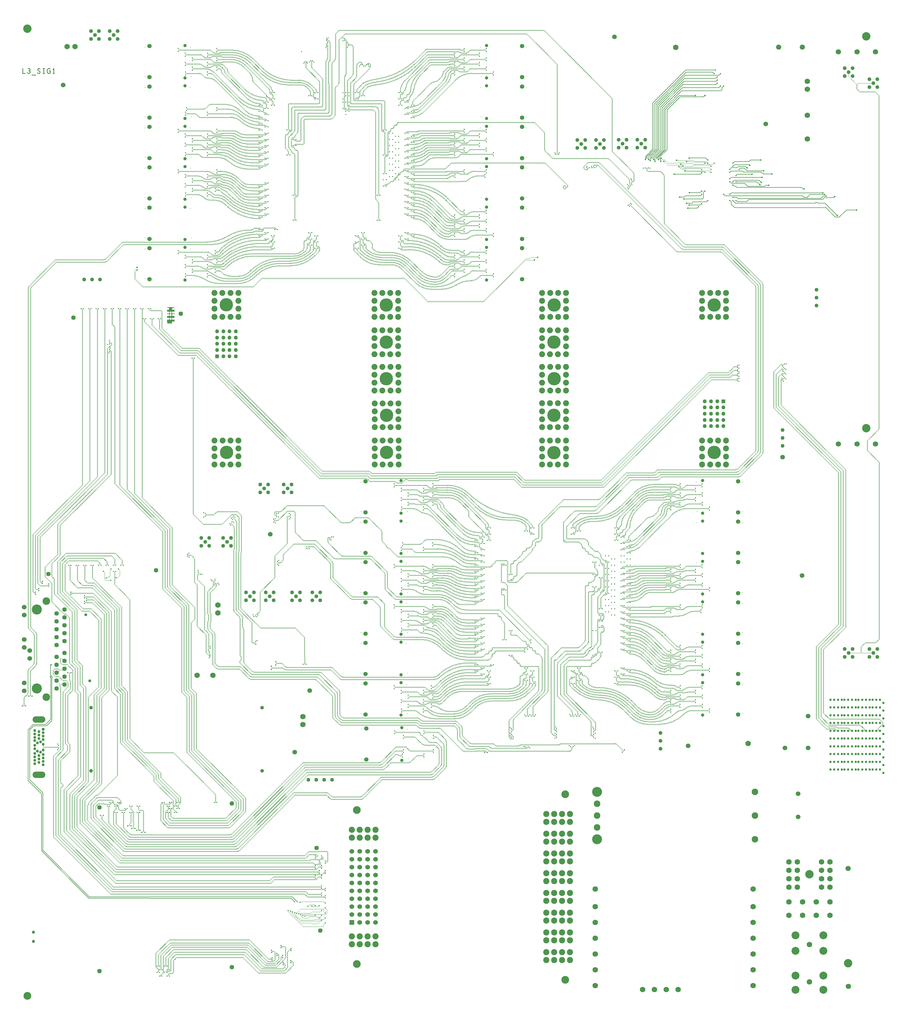
<source format=gbr>
G04 Created by GerbView*
%FSLAX35Y35*%
%MOMM*%
G75*
%ADD10C,0.0254*%
%ADD11C,1.2598*%
%ADD12C,0.3480*%
%ADD13C,0.0787*%
%ADD14C,0.1499*%
%ADD15C,0.4978*%
%ADD16C,0.4496*%
%ADD17C,1.2497*%
%ADD18C,1.4453*%
%ADD19C,2.4435*%
%ADD20C,0.0991*%
%ADD21C,1.5291*%
%ADD22C,0.9296*%
%ADD23R,0.9296X0.9296*%
%ADD24R,2.0726X2.0726*%
%ADD25C,2.0726*%
%ADD26C,1.7780*%
%ADD27C,1.9787*%
%ADD28C,0.7620*%
%ADD29R,1.5291X1.5291*%
%ADD30C,1.6993*%
%ADD31C,2.6975*%
%ADD32C,2.1082*%
%ADD33C,1.4986*%
%ADD34R,1.2598X1.2598*%
%ADD35C,1.8974*%
%ADD36C,2.5400*%
%ADD37C,2.4994*%
%ADD38C,3.1979*%
%ADD39C,1.0414*%
%ADD40C,1.4122*%
%ADD41C,0.9982*%
%ADD42C,4.2977*%
%ADD43C,0.2489*%
%ADD44C,1.7297*%
%ADD45C,1.6739*%
%ADD46C,1.1887*%
%ADD47C,1.4478*%
%ADD48C,0.2540*%
%ADD49C,3.2487*%
%ADD50C,0.9500*%
%ADD51C,2.4892*%
%LNEXPORT*%
D02*
D10*
D11*
X22197000Y18724000D03*
D10*
D11*
X21797000Y18724000D03*
D10*
D11*
X6306000Y20973000D03*
D10*
D11*
X6706000Y20973000D03*
D10*
D12*
X18600000Y12550000D03*
D10*
D12*
X18800000Y12450000D03*
D10*
D12*
X18800000Y12250000D03*
D10*
D12*
X18600000Y12350000D03*
D10*
D12*
X18700000Y12550000D03*
D10*
D12*
X18900000Y12450000D03*
D10*
D12*
X18900000Y12250000D03*
D10*
D12*
X18700000Y12350000D03*
D10*
D13*
X20706250Y12325000D02*
Y12346300D01*
X20706250Y12346300D02*
G03X20686550Y12366000I-00019699J0D01*
G01*
X20686550Y12366000D02*
X20598160D01*
X20598160Y12366000D02*
G03X20554310Y12347829I0J-00061996D01*
G01*
X20554310Y12347829D02*
X20554310Y12347830D01*
X20517410Y12310930D01*
X20507500Y12302520D02*
G03X20517410Y12310929I-00046656J65022D01*
G01*
X20517410Y12310929D02*
X20517410Y12310930D01*
X20460830Y12287500D02*
G03X20507500Y12302519I-00000004J80029D01*
G01*
X20507500Y12302519D02*
X20507500Y12302520D01*
X20460830Y12287500D02*
X19216250D01*
X19215750Y12288000D01*
X19183680D01*
X19141000Y12330680D02*
G03X19183680Y12288000I42679J0D01*
G01*
X19183680Y12288000D02*
X19141000Y12330680D02*
Y12342000D01*
X19141000Y12342000D02*
G03X19133000Y12350000I-00008000J0D01*
G01*
X19133000Y12350000D02*
X19100000D01*
D12*
X20706250Y12325000D03*
D13*
D12*
X19100000Y12350000D03*
D13*
X21675000Y12325000D02*
Y12346300D01*
X21675000Y12346300D02*
G03X21655300Y12366000I-00019699J0D01*
G01*
X21655300Y12366000D02*
X21482860D01*
X21482860Y12366000D02*
G03X21232890Y12289569I6J-00447007D01*
G01*
X21232890Y12289569D02*
X21232890Y12289570D01*
X20962780Y12207000D02*
G03X21232890Y12289569I24J483009D01*
G01*
X21232890Y12289569D02*
X21232890Y12289570D01*
X20962780Y12207000D02*
X20813590D01*
X20813590Y12207000D02*
G03X20782119Y12193910I924J-00046596D01*
G01*
X20782119Y12193910D02*
X20782120Y12193910D01*
X20751240Y12181250D02*
G03X20782120Y12193909I0J43991D01*
G01*
X20782120Y12193909D02*
X20782120Y12193910D01*
X20751240Y12181250D02*
X19390430D01*
X19341000Y12230680D02*
G03X19390430Y12181250I49430J0D01*
G01*
X19390430Y12181250D02*
Y12181250D01*
X19341000Y12230680D02*
Y12242000D01*
X19341000Y12242000D02*
G03X19333000Y12250000I-00007999J0D01*
G01*
X19333000Y12250000D02*
Y12250000D01*
X19300000D01*
D12*
X21675000Y12325000D03*
D13*
D12*
X19300000Y12250000D03*
D13*
X21006250Y12475000D02*
Y12496300D01*
X21006250Y12496300D02*
G03X20986550Y12516000I-00019699J0D01*
G01*
X20986550Y12516000D02*
X20099090D01*
X20099090Y12516000D02*
G03X20085260Y12510269I0J-00019554D01*
G01*
X20085260Y12510269D02*
X20085260Y12510270D01*
X20080000Y12505010D01*
X20053420Y12494000D02*
G03X20079999Y12505010I0J37589D01*
G01*
X20079999Y12505010D02*
X20080000Y12505010D01*
X20053420Y12494000D02*
X19177680D01*
X19141000Y12530680D02*
G03X19177680Y12494000I36680J0D01*
G01*
X19177680Y12494000D02*
Y12494000D01*
X19141000Y12530680D02*
Y12542000D01*
X19141000Y12542000D02*
G03X19133000Y12550000I-00008000J0D01*
G01*
X19133000Y12550000D02*
X19100000D01*
D12*
X21006250Y12475000D03*
D13*
D12*
X19100000Y12550000D03*
D13*
X21718750Y12475000D02*
Y12496300D01*
X21718750Y12496300D02*
G03X21699050Y12516000I-00019699J0D01*
G01*
X21699050Y12516000D02*
X21320270D01*
X21320270Y12516000D02*
G03X21120780Y12433319I5118J-00294353D01*
G01*
X21120780Y12433319D02*
X21120780Y12433320D01*
X21083500Y12418000D02*
G03X21120780Y12433319I0J53018D01*
G01*
X21120780Y12433319D02*
X21120780Y12433320D01*
X21083500Y12418000D02*
X20907830D01*
X20852280Y12441010D02*
G03X20907830Y12417999I55550J55548D01*
G01*
X20907830Y12417999D02*
Y12418000D01*
X20852280Y12441010D02*
X20847020Y12446270D01*
X20847020Y12446270D02*
G03X20804220Y12464000I-00042799J-00042794D01*
G01*
X20804220Y12464000D02*
Y12464000D01*
X20588670D01*
X20588670Y12464000D02*
G03X20544820Y12445829I0J-00061996D01*
G01*
X20544820Y12445829D02*
X20544820Y12445830D01*
X20510420Y12411430D01*
X20507500Y12408650D02*
G03X20510420Y12411429I-00053707J59335D01*
G01*
X20510420Y12411429D02*
X20510420Y12411430D01*
X20507500Y12408650D02*
X20506340Y12407610D01*
X20455390Y12388000D02*
G03X20506340Y12407609I0J75993D01*
G01*
X20506340Y12407609D02*
X20506340Y12407610D01*
X20455390Y12388000D02*
X19383680D01*
X19341000Y12430680D02*
G03X19383680Y12388000I42680J0D01*
G01*
X19383680Y12388000D02*
Y12388000D01*
X19341000Y12430680D02*
Y12442000D01*
X19341000Y12442000D02*
G03X19333000Y12450000I-00007999J0D01*
G01*
X19333000Y12450000D02*
Y12450000D01*
X19300000D01*
D12*
X21718750Y12475000D03*
D13*
D12*
X19300000Y12450000D03*
D13*
X20706250Y12425000D02*
Y12403700D01*
X20686550Y12384000D02*
G03X20706250Y12403700I0J19699D01*
G01*
X20706250Y12403700D02*
X20686550Y12384000D02*
X20598160D01*
X20598160Y12384000D02*
G03X20541580Y12360559I0J-00080007D01*
G01*
X20541580Y12360559D02*
X20541580Y12360560D01*
X20504680Y12323660D01*
X20460830Y12305500D02*
G03X20504679Y12323660I0J62021D01*
G01*
X20504679Y12323660D02*
X20504680Y12323660D01*
X20460830Y12305500D02*
X19223710D01*
X19223210Y12306000D01*
X19183680D01*
X19159000Y12330680D02*
G03X19183680Y12306000I24679J0D01*
G01*
X19183680Y12306000D02*
X19159000Y12330680D02*
Y12342000D01*
X19167000Y12350000D02*
G03X19159000Y12342000I0J-00008000D01*
G01*
X19159000Y12342000D02*
X19159000D01*
X19167000Y12350000D02*
X19200000D01*
D12*
X20706250Y12425000D03*
D13*
D12*
X19200000Y12350000D03*
D13*
X21675000Y12425000D02*
Y12403700D01*
X21655300Y12384000D02*
G03X21675000Y12403700I0J19699D01*
G01*
X21675000Y12403700D02*
X21655300Y12384000D02*
X21482860D01*
X21482860Y12384000D02*
G03X21222820Y12304499I-00000007J-00465012D01*
G01*
X21222820Y12304499D02*
X21222820Y12304500D01*
X20962790Y12225000D02*
G03X21222820Y12304499I0J465004D01*
G01*
X21222820Y12304499D02*
X21222820Y12304500D01*
X20962790Y12225000D02*
X20813420D01*
X20813420Y12225000D02*
G03X20769610Y12206859I1087J-00064598D01*
G01*
X20769610Y12206859D02*
X20769610Y12206860D01*
X20751240Y12199250D02*
G03X20769610Y12206859I0J25976D01*
G01*
X20769610Y12206859D02*
X20769610Y12206860D01*
X20751240Y12199250D02*
X19390430D01*
X19359000Y12230680D02*
G03X19390430Y12199250I31430J0D01*
G01*
X19390430Y12199250D02*
Y12199250D01*
X19359000Y12230680D02*
Y12242000D01*
X19367000Y12250000D02*
G03X19359000Y12242000I0J-00008000D01*
G01*
X19359000Y12242000D02*
X19367000Y12250000D02*
X19400000D01*
D12*
X21675000Y12425000D03*
D13*
D12*
X19400000Y12250000D03*
D13*
X21006250Y12575000D02*
Y12553700D01*
X20986550Y12534000D02*
G03X21006250Y12553700I0J19700D01*
G01*
X21006250Y12553700D02*
X21006250D01*
X20986550Y12534000D02*
X20099090D01*
X20099090Y12534000D02*
G03X20072529Y12523000I0J-00037565D01*
G01*
X20072529Y12523000D02*
X20072530Y12523000D01*
X20067270Y12517740D01*
X20053420Y12512000D02*
G03X20067270Y12517739I0J19579D01*
G01*
X20067270Y12517739D02*
X20067270Y12517740D01*
X20053420Y12512000D02*
X19177680D01*
X19159000Y12530680D02*
G03X19177680Y12512000I18679J0D01*
G01*
X19177680Y12512000D02*
Y12512000D01*
X19159000Y12530680D02*
Y12531800D01*
X19177200Y12550000D02*
G03X19159000Y12531800I0J-00018200D01*
G01*
X19159000Y12531800D02*
X19159000D01*
X19177200Y12550000D02*
X19200000D01*
D12*
X21006250Y12575000D03*
D13*
D12*
X19200000Y12550000D03*
D13*
X21718750Y12575000D02*
Y12553700D01*
X21699050Y12534000D02*
G03X21718750Y12553700I0J19700D01*
G01*
X21718750Y12553700D02*
X21718750D01*
X21699050Y12534000D02*
X21320110D01*
X21320110Y12534000D02*
G03X21108260Y12446259I5271J-00312355D01*
G01*
X21108260Y12446259D02*
X21108260Y12446260D01*
X21083500Y12436000D02*
G03X21108259Y12446260I0J35005D01*
G01*
X21108259Y12446260D02*
X21108260Y12446260D01*
X21083500Y12436000D02*
X20907830D01*
X20865010Y12453740D02*
G03X20907830Y12436000I42819J42808D01*
G01*
X20907830Y12436000D02*
Y12436000D01*
X20865010Y12453740D02*
X20859750Y12459000D01*
X20859750Y12459000D02*
G03X20804220Y12481999I-00055529J-00055534D01*
G01*
X20804220Y12481999D02*
Y12482000D01*
X20588670D01*
X20588670Y12482000D02*
G03X20532090Y12458559I0J-00080007D01*
G01*
X20532090Y12458559D02*
X20532090Y12458560D01*
X20497690Y12424160D01*
X20495430Y12422010D02*
G03X20497690Y12424159I-00041604J45996D01*
G01*
X20497690Y12424159D02*
X20497690Y12424160D01*
X20495430Y12422010D02*
X20494290Y12421000D01*
X20494270Y12420970D01*
X20455390Y12406000D02*
G03X20494270Y12420969I-00000006J57990D01*
G01*
X20494270Y12420969D02*
X20494270Y12420970D01*
X20455390Y12406000D02*
X19383680D01*
X19359000Y12430680D02*
G03X19383680Y12406000I24680J0D01*
G01*
X19383680Y12406000D02*
Y12406000D01*
X19359000Y12430680D02*
Y12442000D01*
X19367000Y12450000D02*
G03X19359000Y12442000I0J-00008000D01*
G01*
X19359000Y12442000D02*
X19367000Y12450000D02*
X19400000D01*
D12*
X21718750Y12575000D03*
D13*
D12*
X19400000Y12450000D03*
D13*
X14500000Y14050000D02*
X14472060D01*
X14459000Y14063060D02*
G03X14472060Y14050000I13059J0D01*
G01*
X14472060Y14050000D02*
X14459000Y14063060D02*
Y14063860D01*
X14459000Y14063860D02*
G03X14449190Y14087530I-00033477J-00000006D01*
G01*
X14449190Y14087530D02*
X14449190Y14087530D01*
X14444540Y14092180D01*
X14444540Y14092180D02*
G03X14413000Y14105250I-00031551J-00031548D01*
G01*
X14413000Y14105250D02*
X14413000Y14105250D01*
X14332980D01*
X13906370Y14248180D02*
G03X14332979Y14105249I426614J565210D01*
G01*
X14332979Y14105249D02*
X14332980Y14105250D01*
X13906370Y14248180D02*
G03X13063449Y14533999I-00853227J-01130428D01*
G01*
X13063449Y14533999D02*
X13063450Y14534000D01*
X13043750Y14553700D02*
G03X13063450Y14534000I19699J0D01*
G01*
X13063450Y14534000D02*
Y14534000D01*
X13043750Y14553700D02*
Y14575000D01*
D12*
X14500000Y14050000D03*
D13*
D12*
X13043750Y14575000D03*
D13*
X12075000Y14575000D02*
Y14553700D01*
X12075000Y14553700D02*
G03X12094700Y14534000I19699J0D01*
G01*
X12094700Y14534000D02*
Y14534000D01*
X12632860D01*
X12632860Y14534000D02*
G03X12676709Y14552160I0J62020D01*
G01*
X12676709Y14552160D02*
X12676710Y14552160D01*
X12750900Y14626350D01*
X12898540Y14687500D02*
G03X12750900Y14626349I0J-00208805D01*
G01*
X12750900Y14626349D02*
X12750900Y14626350D01*
X12898540Y14687500D02*
X13156070D01*
X13250000Y14683440D02*
G03X13156070Y14687499I-00093879J-01083371D01*
G01*
X13156070Y14687499D02*
X13156070Y14687500D01*
X13925000Y14369000D02*
G03X13249999Y14683439I-00768933J-00768926D01*
G01*
X13249999Y14683439D02*
X13250000Y14683440D01*
X13925000Y14369000D02*
X13943490Y14350510D01*
X13943490Y14350510D02*
G03X14292360Y14206000I348870J348860D01*
G01*
X14292360Y14206000D02*
X14292360Y14206000D01*
X14613000D01*
X14644540Y14192940D02*
G03X14613000Y14205999I-00031540J-00031554D01*
G01*
X14613000Y14205999D02*
Y14206000D01*
X14644540Y14192940D02*
X14648930Y14188550D01*
X14659000Y14164240D02*
G03X14648930Y14188550I-00034378J0D01*
G01*
X14648930Y14188550D02*
X14648930Y14188550D01*
X14659000Y14164240D02*
Y14163440D01*
X14659000Y14163440D02*
G03X14672440Y14150000I13439J0D01*
G01*
X14672440Y14150000D02*
X14700000D01*
D12*
X14700000Y14150000D03*
D13*
D12*
X12075000Y14575000D03*
D13*
X12743750Y14425000D02*
Y14403700D01*
X12743750Y14403700D02*
G03X12763450Y14384000I19700J0D01*
G01*
X12763450Y14384000D02*
Y14384000D01*
X13203570D01*
X13250000Y14383070D02*
G03X13203570Y14383999I-00046354J-01154755D01*
G01*
X13203570Y14383999D02*
X13203570Y14384000D01*
X13944310Y14115410D02*
G03X13249999Y14383069I-00740725J-00887093D01*
G01*
X13249999Y14383069D02*
X13250000Y14383070D01*
X13954310Y14106400D02*
G03X13944309Y14115409I-00135885J-00140762D01*
G01*
X13944309Y14115409D02*
X13944310Y14115410D01*
X13954310Y14106400D02*
X13954320D01*
X13954320Y14106400D02*
G03X14188600Y14011750I234286J242638D01*
G01*
X14188600Y14011750D02*
X14188600Y14011750D01*
X14613000D01*
X14644540Y13998680D02*
G03X14613000Y14011750I-00031551J-00031548D01*
G01*
X14613000Y14011750D02*
X14613000Y14011750D01*
X14644540Y13998680D02*
X14646900Y13996320D01*
X14659000Y13967110D02*
G03X14646900Y13996320I-00041307J0D01*
G01*
X14646900Y13996320D02*
X14646900Y13996320D01*
X14659000Y13967110D02*
Y13966310D01*
X14659000Y13966310D02*
G03X14675310Y13950000I16309J0D01*
G01*
X14675310Y13950000D02*
X14700000D01*
D12*
X14700000Y13950000D03*
D13*
D12*
X12743750Y14425000D03*
D13*
X12031250Y14425000D02*
Y14403700D01*
X12031250Y14403700D02*
G03X12050950Y14384000I19699J0D01*
G01*
X12050950Y14384000D02*
X12339100D01*
X12395680Y14360570D02*
G03X12339100Y14383999I-00056579J-00056601D01*
G01*
X12339100Y14383999D02*
Y14384000D01*
X12395680Y14360570D02*
X12469340Y14286910D01*
X12469340Y14286910D02*
G03X12513190Y14268749I43849J43860D01*
G01*
X12513190Y14268749D02*
Y14268750D01*
X13270580D01*
X13927900Y14026420D02*
G03X13270580Y14268749I-00657306J-00770287D01*
G01*
X13270580Y14268749D02*
X13270580Y14268750D01*
X13927900Y14026420D02*
G03X14256550Y13905250I328656J385133D01*
G01*
X14256550Y13905250D02*
X14256550Y13905250D01*
X14413000D01*
X14444540Y13892180D02*
G03X14413000Y13905250I-00031551J-00031548D01*
G01*
X14413000Y13905250D02*
X14413000Y13905250D01*
X14444540Y13892180D02*
X14449190Y13887530D01*
X14459000Y13863860D02*
G03X14449190Y13887530I-00033477J-00000006D01*
G01*
X14449190Y13887530D02*
X14449190Y13887530D01*
X14459000Y13863860D02*
Y13863060D01*
X14459000Y13863060D02*
G03X14472060Y13850000I13059J0D01*
G01*
X14472060Y13850000D02*
X14500000D01*
D12*
X12031250Y14425000D03*
D13*
D12*
X14500000Y13850000D03*
D13*
X14400000Y14050000D02*
X14431670D01*
X14431670Y14050000D02*
G03X14441000Y14059330I0J9330D01*
G01*
X14441000Y14059330D02*
Y14063850D01*
X14441000Y14063850D02*
G03X14436459Y14074799I-00015476J0D01*
G01*
X14436459Y14074799D02*
X14436460Y14074800D01*
X14431810Y14079450D01*
X14431810Y14079450D02*
G03X14413000Y14087250I-00018825J-00018817D01*
G01*
X14413000Y14087250D02*
X14413000Y14087250D01*
X14332970D01*
X13895530Y14233810D02*
G03X14332970Y14087250I437454J579580D01*
G01*
X14332970Y14087250D02*
X14332970Y14087250D01*
X13895530Y14233810D02*
G03X13250000Y14502100I-00842368J-01116068D01*
G01*
X13250000Y14502100D02*
X13250000Y14502100D01*
X13250000Y14502100D02*
G03X13063349Y14515989I-00196861J-01384354D01*
G01*
X13063349Y14515989D02*
X13063350Y14515990D01*
X13063350Y14515990D02*
G03X13043750Y14496300I90J-00019689D01*
G01*
X13043750Y14496300D02*
X13043750D01*
Y14475000D01*
D12*
X14400000Y14050000D03*
D13*
D12*
X13043750Y14475000D03*
D13*
X12075000Y14475000D02*
Y14496300D01*
X12094700Y14516000D02*
G03X12075000Y14496300I0J-00019699D01*
G01*
X12075000Y14496300D02*
X12094700Y14516000D02*
X12632860D01*
X12632860Y14516000D02*
G03X12689440Y14539429I0J80031D01*
G01*
X12689440Y14539429D02*
X12689440Y14539430D01*
X12763630Y14613620D01*
X12898540Y14669500D02*
G03X12763630Y14613619I0J-00190795D01*
G01*
X12763630Y14613619D02*
X12763630Y14613620D01*
X12898540Y14669500D02*
X13156070D01*
X13248440Y14665500D02*
G03X13156069Y14669499I-00092409J-01065429D01*
G01*
X13156069Y14669499D02*
X13156070Y14669500D01*
X13912270Y14356270D02*
G03X13248439Y14665499I-00756198J-00756201D01*
G01*
X13248439Y14665499D02*
X13248440Y14665500D01*
X13912270Y14356270D02*
X13930760Y14337780D01*
X13930760Y14337780D02*
G03X14292350Y14188000I361596J361590D01*
G01*
X14292350Y14188000D02*
X14292350Y14188000D01*
X14613000D01*
X14631810Y14180210D02*
G03X14613000Y14188000I-00018809J-00018814D01*
G01*
X14613000Y14188000D02*
Y14188000D01*
X14631810Y14180210D02*
X14636200Y14175820D01*
X14641000Y14164240D02*
G03X14636200Y14175820I-00016368J0D01*
G01*
X14636200Y14175820D02*
X14636200Y14175820D01*
X14641000Y14164240D02*
Y14159710D01*
X14631290Y14150000D02*
G03X14641000Y14159710I0J9710D01*
G01*
X14641000Y14159710D02*
X14641000D01*
X14631290Y14150000D02*
X14600000D01*
D12*
X14600000Y14150000D03*
D13*
D12*
X12075000Y14475000D03*
D13*
X12743750Y14325000D02*
Y14346300D01*
X12763450Y14366000D02*
G03X12743750Y14346300I0J-00019699D01*
G01*
X12743750Y14346300D02*
X12743750D01*
X12763450Y14366000D02*
X13203570D01*
X13249280Y14365070D02*
G03X13203569Y14365999I-00045992J-01136746D01*
G01*
X13203569Y14365999D02*
X13203570Y14366000D01*
X13249280Y14365070D02*
X13250000Y14365040D01*
X13932720Y14101630D02*
G03X13250000Y14365040I-00729124J-00873321D01*
G01*
X13250000Y14365040D02*
X13250000Y14365040D01*
X13941850Y14093400D02*
G03X13932719Y14101629I-00123436J-00127755D01*
G01*
X13932719Y14101629D02*
X13932720Y14101630D01*
X13941850Y14093400D02*
G03X14188590Y13993749I246738J255643D01*
G01*
X14188590Y13993749D02*
X14188590Y13993750D01*
X14613000D01*
X14631810Y13985950D02*
G03X14613000Y13993750I-00018825J-00018817D01*
G01*
X14613000Y13993750D02*
X14613000Y13993750D01*
X14631810Y13985950D02*
X14634170Y13983590D01*
X14641000Y13967110D02*
G03X14634170Y13983590I-00023297J0D01*
G01*
X14634170Y13983590D02*
X14634170Y13983590D01*
X14641000Y13967110D02*
Y13962580D01*
X14628420Y13950000D02*
G03X14641000Y13962580I0J12579D01*
G01*
X14641000Y13962580D02*
X14628420Y13950000D02*
X14600000D01*
D12*
X14600000Y13950000D03*
D13*
D12*
X12743750Y14325000D03*
D13*
X12031250Y14325000D02*
Y14346300D01*
X12050950Y14366000D02*
G03X12031250Y14346300I0J-00019699D01*
G01*
X12031250Y14346300D02*
X12050950Y14366000D02*
X12339100D01*
X12382950Y14347840D02*
G03X12339100Y14366000I-00043849J-00043860D01*
G01*
X12339100Y14366000D02*
Y14366000D01*
X12382950Y14347840D02*
X12456610Y14274180D01*
X12456610Y14274180D02*
G03X12513190Y14250750I56579J56601D01*
G01*
X12513190Y14250750D02*
Y14250750D01*
X13270580D01*
X13916210Y14012730D02*
G03X13270579Y14250750I-00645617J-00756592D01*
G01*
X13270579Y14250750D02*
X13270580Y14250750D01*
X13916210Y14012730D02*
G03X14256539Y13887249I340343J398823D01*
G01*
X14256539Y13887249D02*
X14256540Y13887250D01*
X14412990D01*
X14431810Y13879450D02*
G03X14412990Y13887250I-00018825J-00018817D01*
G01*
X14412990Y13887250D02*
X14412990Y13887250D01*
X14431810Y13879450D02*
X14436460Y13874800D01*
X14441000Y13863850D02*
G03X14436459Y13874799I-00015476J0D01*
G01*
X14436459Y13874799D02*
X14436460Y13874800D01*
X14441000Y13863850D02*
Y13859330D01*
X14431670Y13850000D02*
G03X14441000Y13859330I0J9330D01*
G01*
X14441000Y13859330D02*
X14431670Y13850000D02*
X14400000D01*
D12*
X12031250Y14325000D03*
D13*
D12*
X14400000Y13850000D03*
D13*
D14*
X24993750Y25956250D02*
X24962500D01*
X24912500Y26006250D01*
X22835320D01*
X22816570Y26025000D01*
X22812500D01*
X22800000Y26037500D01*
X22743750D01*
X22700000Y26081250D01*
Y26085000D01*
D15*
X24993750Y25956250D03*
D14*
D16*
X22700000Y26085000D03*
D14*
D13*
X8975000Y10668750D02*
X8942000D01*
X8934000Y10676750D01*
Y10872710D01*
X8924250Y10882460D01*
Y10904790D01*
X8924500Y10905040D01*
Y11538010D01*
X8619740Y11842770D01*
X7508460D01*
X6873000Y12478230D01*
Y14242540D01*
X6893000Y14262540D01*
Y15456990D01*
X6768740Y15581250D01*
X6102090D01*
X5999840Y15479000D01*
X5735500D01*
X5727500Y15487000D01*
Y15520000D01*
D12*
X5727500Y15520000D03*
D13*
D12*
X8975000Y10668750D03*
D13*
X8875000Y10668750D02*
X8908000D01*
X8916000Y10676750D01*
Y10865250D01*
X8906250Y10875000D01*
Y10912250D01*
X8906500Y10912500D01*
Y11530550D01*
X8612280Y11824770D01*
X7501000D01*
X6855000Y12470770D01*
Y14250000D01*
X6875000Y14270000D01*
Y15449530D01*
X6761280Y15563250D01*
X6109550D01*
X6007300Y15461000D01*
X5735500D01*
X5727500Y15453000D01*
Y15420000D01*
D12*
X5727500Y15420000D03*
D13*
D12*
X8875000Y10668750D03*
D13*
D17*
X9046000Y6950000D03*
D13*
D14*
X22600000Y26185000D02*
X22608750D01*
X22662500Y26131250D01*
X23081240D01*
X23171860Y26040630D01*
X23721880D01*
X23756250Y26075000D01*
X23854250D01*
D15*
X23854250Y26075000D03*
D14*
D16*
X22600000Y26185000D03*
D14*
X23568750Y26091250D02*
X23475000Y26185000D01*
X22800000D01*
D15*
X23568750Y26091250D03*
D14*
D16*
X22800000Y26185000D03*
D14*
X23614800Y26165000D02*
X23548550Y26231250D01*
X22743750D01*
X22700000Y26187500D01*
Y26185000D01*
D15*
X23614800Y26165000D03*
D14*
D16*
X22700000Y26185000D03*
D14*
X23643750Y26331250D02*
X22646250D01*
X22600000Y26285000D01*
D16*
X22600000Y26285000D03*
D14*
D15*
X23643750Y26331250D03*
D14*
D18*
X1195000Y12423000D03*
D14*
D18*
X1195000Y11026000D03*
D14*
D19*
X611000Y9606500D03*
D14*
D19*
X611000Y12699500D03*
D14*
D17*
X9300000Y6950000D03*
D14*
D17*
X9554000Y6950000D03*
D14*
D11*
X6306000Y21373000D03*
D14*
D11*
X6706000Y21173000D03*
D14*
D17*
X1827250Y23043980D03*
D14*
D20*
X2770000Y13650000D02*
X2790500D01*
X2799500Y13641000D01*
Y13228450D01*
X3286250Y12741700D01*
Y9822190D01*
X3289250Y9819190D01*
Y8267950D01*
X3745950Y7811250D01*
X4704210D01*
X6042130Y6473330D01*
Y6349210D01*
X6042630Y6348710D01*
Y6231020D01*
X6033630Y6222020D01*
X6013120D01*
D12*
X2770000Y13650000D03*
D20*
D12*
X6013120Y6222020D03*
D20*
X2850000Y13650000D02*
X2829500D01*
X2820500Y13641000D01*
Y13235740D01*
X3306250Y12749990D01*
Y9830480D01*
X3309250Y9827480D01*
Y8276240D01*
X3754240Y7831250D01*
X4712500D01*
X6062130Y6481620D01*
Y6357500D01*
X6063630Y6356000D01*
Y6231020D01*
X6072630Y6222020D01*
X6093130D01*
D12*
X2850000Y13650000D03*
D20*
D12*
X6093130Y6222020D03*
D20*
X2531250Y13443750D02*
X2587500D01*
X2656250Y13512500D01*
Y13696250D01*
X2690000Y13730000D01*
D16*
X2690000Y13730000D03*
D20*
D16*
X2531250Y13443750D03*
D20*
X2450000Y13650000D02*
X2481250Y13618750D01*
Y13406250D01*
X2487500Y13400000D01*
X2518750Y13368750D01*
X2687500D01*
D16*
X2450000Y13650000D03*
D20*
D16*
X2687500Y13368750D03*
D20*
X2857750Y13450000D02*
X2906260D01*
X2975000Y13518740D01*
Y13693750D01*
X2938750Y13730000D01*
X2930000D01*
D16*
X2857750Y13450000D03*
D20*
D16*
X2930000Y13730000D03*
D20*
D14*
X22300000Y29662500D02*
X22250000Y29612500D01*
X21168770D01*
X20225000Y28668730D01*
Y27237510D01*
X19993750Y27006260D01*
Y26906250D01*
D16*
X22300000Y29662500D03*
D14*
D15*
X19993750Y26906250D03*
D14*
X22400000Y29262500D02*
X22350000Y29212500D01*
Y29150010D01*
X22312490Y29112500D01*
X21049990D01*
X20478770Y28541280D01*
Y27203770D01*
X20250000Y26975000D01*
Y26956250D01*
D16*
X22400000Y29262500D03*
D14*
D15*
X20250000Y26956250D03*
D14*
X20196110Y26846120D02*
Y26971120D01*
X20431250Y27206260D01*
Y28568750D01*
X21075000Y29212500D01*
X22250000D01*
X22300000Y29262500D01*
D16*
X22300000Y29262500D03*
D14*
D15*
X20196110Y26846120D03*
D14*
X22200000Y29562500D02*
X22150000Y29512500D01*
X21143770D01*
X20275000Y28643730D01*
Y27237510D01*
X20043750Y27006260D01*
Y26868750D01*
D16*
X22200000Y29562500D03*
D14*
D15*
X20043750Y26868750D03*
D14*
X22200000Y29462500D02*
Y29457500D01*
X22162500Y29420000D01*
X21126260D01*
X20325050Y28618790D01*
Y27225050D01*
X20093750Y26993750D01*
Y26956250D01*
D16*
X22200000Y29462500D03*
D14*
D15*
X20093750Y26956250D03*
D14*
X22100000Y29662500D02*
X22050000Y29712500D01*
X21199690D01*
X20171330Y28684140D01*
Y27233840D01*
X19936000Y26998510D01*
Y26951510D01*
D16*
X22100000Y29662500D03*
D14*
D15*
X19936000Y26951510D03*
D14*
X22200000Y29362500D02*
X22150000Y29312500D01*
X21093750D01*
X20381250Y28600000D01*
Y27218760D01*
X20150000Y26987510D01*
Y26906250D01*
D16*
X22200000Y29362500D03*
D14*
D15*
X20150000Y26906250D03*
D14*
X22137500Y29781250D02*
X21187510D01*
X20120090Y28713830D01*
Y27232580D01*
X19887500Y26999990D01*
Y26900000D01*
D16*
X22137500Y29781250D03*
D14*
D15*
X19887500Y26900000D03*
D14*
X21800000Y28962500D02*
X21756250Y28918750D01*
X21006240D01*
X20581250Y28493760D01*
Y27218750D01*
X20347040Y26984540D01*
Y26932390D01*
X20381250Y26898180D01*
Y26843750D01*
D15*
X20381250Y26843750D03*
D14*
D15*
X21800000Y28962500D03*
D14*
X21500000Y28962500D02*
X20975000D01*
X20525000Y28512500D01*
Y27206250D01*
X20306250Y26987500D01*
Y26906250D01*
D15*
X20306250Y26906250D03*
D14*
D15*
X21500000Y28962500D03*
D14*
D13*
X1570000Y13850000D02*
X1587500D01*
X1601000Y13836500D01*
Y13361040D01*
X1768020Y13194020D01*
X2116000D01*
X2867500Y12442520D01*
Y9917060D01*
X3060250Y9724310D01*
Y8173070D01*
X4136250Y7097070D01*
Y6942140D01*
X4764220Y6314170D01*
Y6110130D01*
X4756220Y6102130D01*
X4733210D01*
D12*
X1570000Y13850000D03*
D13*
D12*
X4733210Y6102130D03*
D13*
D21*
X10949000Y3372500D03*
D13*
D21*
X10949000Y2610500D03*
D13*
D21*
X11203000Y2610500D03*
D13*
D21*
X10441000Y3118500D03*
D13*
D21*
X10695000Y3118500D03*
D13*
D21*
X10949000Y3118500D03*
D13*
D21*
X11203000Y3118500D03*
D13*
D21*
X10441000Y3880500D03*
D13*
D21*
X10695000Y3880500D03*
D13*
D21*
X10949000Y3626500D03*
D13*
D21*
X11203000Y3626500D03*
D13*
D21*
X11203000Y3372500D03*
D13*
D11*
X21997000Y18324000D03*
D13*
D11*
X22197000Y18324000D03*
D13*
D11*
X21797000Y18524000D03*
D13*
D11*
X21797000Y19124000D03*
D13*
D11*
X22197000Y19124000D03*
D13*
D11*
X6506000Y21373000D03*
D13*
D11*
X6706000Y20573000D03*
D13*
D11*
X6306000Y20573000D03*
D13*
D14*
X23956060Y26437310D02*
X23953130Y26434380D01*
X23684370D01*
X23618750Y26500000D01*
X23043750D01*
X23012500Y26531250D01*
X22650000D01*
X22603750Y26485000D01*
X22600000D01*
D15*
X23956060Y26437310D03*
D14*
D16*
X22600000Y26485000D03*
D14*
X22700000Y26785000D02*
X22752500Y26837500D01*
X23218750D01*
X23268750Y26887500D01*
X23593750D01*
D15*
X23593750Y26887500D03*
D14*
D16*
X22700000Y26785000D03*
D14*
X23158750Y26631250D02*
X23115000Y26675000D01*
X22875000D01*
X22837500Y26637500D01*
X22652500D01*
X22600000Y26585000D01*
D16*
X22600000Y26585000D03*
D14*
D15*
X23158750Y26631250D03*
D14*
X23239500Y26718750D02*
X23220750Y26737500D01*
X22752500D01*
X22700000Y26685000D01*
D16*
X22700000Y26685000D03*
D14*
D15*
X23239500Y26718750D03*
D14*
X23320750Y26431250D02*
X22846250D01*
X22800000Y26385000D01*
D16*
X22800000Y26385000D03*
D14*
D15*
X23320750Y26431250D03*
D14*
D20*
X9587410Y2983520D02*
X9545930Y3025000D01*
X8793750D01*
X8775000Y3006250D01*
X8768750D01*
D16*
X9587410Y2983520D03*
D20*
D16*
X8768750Y3006250D03*
D20*
X9025000Y2875000D02*
X9075000Y2925000D01*
X9245880D01*
X9267370Y2903510D01*
D16*
X9267370Y2903510D03*
D20*
D16*
X9025000Y2875000D03*
D20*
X9156250Y2881250D02*
X9175000Y2862500D01*
X9346500D01*
X9387510Y2903510D01*
D16*
X9387510Y2903510D03*
D20*
D16*
X9156250Y2881250D03*
D20*
D22*
X322500Y7870000D03*
D20*
D22*
X427500Y8167500D03*
D20*
D21*
X77000Y10848000D03*
D20*
D21*
X-00099999Y10060000D03*
D20*
D23*
X507500Y8572500D03*
D20*
D22*
X507500Y7427500D03*
D20*
D22*
X242500Y7465000D03*
D20*
D22*
X242500Y8535000D03*
D20*
D24*
X375000Y7110000D03*
D20*
D25*
X271250Y7110000D03*
D20*
D25*
X478750Y7110000D03*
D20*
D24*
X375000Y8890000D03*
D20*
D25*
X271250Y8890000D03*
D20*
D25*
X478750Y8890000D03*
D20*
D22*
X507500Y8242500D03*
D20*
D22*
X507500Y7757500D03*
D20*
D22*
X242500Y8205000D03*
D20*
D22*
X242500Y7795000D03*
D20*
D14*
X21293750Y26950000D02*
X21300000Y26956250D01*
X21818750D01*
X21890000Y26885000D01*
X21900000D01*
D15*
X21293750Y26950000D03*
D14*
D16*
X21900000Y26885000D03*
D14*
X20812500Y26431250D02*
X21656250D01*
X21700000Y26475000D01*
Y26485000D01*
D15*
X20812500Y26431250D03*
D14*
D16*
X21700000Y26485000D03*
D14*
D20*
X21206250Y26837500D02*
X21425000D01*
X21440000Y26822500D01*
X21815540D01*
X21850000Y26788040D01*
Y26781960D01*
X21886960Y26745000D01*
X22060000D01*
X22100000Y26785000D01*
D16*
X22100000Y26785000D03*
D20*
D15*
X21206250Y26837500D03*
D20*
D13*
X2530000Y13850000D02*
X2557000Y13877000D01*
Y13905030D01*
X2557000Y13905030D02*
G03X2549500Y13912530I-00007499J0D01*
G01*
X2549500Y13912530D02*
Y13912530D01*
X2549500Y13927530D02*
G03X2549500Y13912530I0J-00007499D01*
G01*
X2549500Y13912530D02*
Y13912530D01*
X2549500Y13927530D02*
G03X2557000Y13935030I0J7500D01*
G01*
X2557000Y13935030D02*
X2557000D01*
Y13955030D01*
X2443280Y14068750D01*
X1311250D01*
X1137500Y13895000D01*
Y13367510D01*
X1137750Y13367260D01*
Y13007240D01*
X1763740Y12381250D01*
X2006240D01*
X2305250Y12082240D01*
Y9937740D01*
X1967750Y9600240D01*
Y6868990D01*
X1524000Y6425240D01*
Y5410180D01*
X2865610Y4068570D01*
X9252000D01*
X9252660Y4067910D01*
X9282080D01*
X9302870Y4088700D01*
Y4090370D01*
X9364910Y4152410D01*
X9459520D01*
X9467520Y4160410D01*
Y4183420D01*
D12*
X2530000Y13850000D03*
D13*
D16*
X9467520Y4183420D03*
D13*
X2610000Y13850000D02*
X2600000D01*
X2575000Y13875000D01*
Y13962490D01*
X2450740Y14086750D01*
X1303790D01*
X1119500Y13902460D01*
Y13360050D01*
X1119750Y13359800D01*
Y12999780D01*
X1756280Y12363250D01*
X1998780D01*
X2287250Y12074780D01*
Y9945200D01*
X1949750Y9607700D01*
Y6876450D01*
X1506000Y6432700D01*
Y5402720D01*
X2858150Y4050570D01*
X9244540D01*
X9245200Y4049910D01*
X9289540D01*
X9320870Y4081240D01*
Y4082910D01*
X9372370Y4134410D01*
X9459520D01*
X9467520Y4126410D01*
Y4103410D01*
D12*
X2610000Y13850000D03*
D13*
D16*
X9467520Y4103410D03*
D13*
X3010000Y13850000D02*
X3041000Y13881000D01*
Y14008990D01*
X2824990Y14225000D01*
X1249200D01*
X981250Y13957050D01*
Y12943760D01*
X1530500Y12394510D01*
Y10769950D01*
X1705250Y10595200D01*
Y10004010D01*
X1815750Y9893510D01*
Y6931970D01*
X1372000Y6488220D01*
Y5347200D01*
X2807320Y3911880D01*
X9132000D01*
X9132000Y3911880D02*
G03X9139500Y3919380I0J7500D01*
G01*
X9139500Y3919380D02*
X9139500D01*
X9154500Y3919380D02*
G03X9139500Y3919380I-00007500J0D01*
G01*
X9139500Y3919380D02*
X9139500D01*
X9154500Y3919380D02*
G03X9162000Y3911880I7499J0D01*
G01*
X9162000Y3911880D02*
Y3911880D01*
X9368810D01*
X9372800Y3907890D01*
X9402220D01*
X9406210Y3911880D01*
X9480120D01*
X9527910Y3959670D01*
Y3968050D01*
X9552250Y3992390D01*
X9579410D01*
X9587410Y4000390D01*
Y4023400D01*
D12*
X3010000Y13850000D03*
D13*
D16*
X9587410Y4023400D03*
D13*
X3090000Y13850000D02*
X3059000Y13881000D01*
Y14016450D01*
X2832450Y14243000D01*
X1241740D01*
X963250Y13964510D01*
Y12936300D01*
X1512500Y12387050D01*
Y10762490D01*
X1687250Y10587740D01*
Y9996550D01*
X1797750Y9886050D01*
Y6939430D01*
X1354000Y6495680D01*
Y5339740D01*
X2799860Y3893880D01*
X9361350D01*
X9365340Y3889890D01*
X9409680D01*
X9413670Y3893880D01*
X9487580D01*
X9545910Y3952210D01*
Y3960590D01*
X9559710Y3974390D01*
X9579410D01*
X9587410Y3966390D01*
Y3943390D01*
D12*
X3090000Y13850000D03*
D13*
D16*
X9587410Y3943390D03*
D13*
X1837500Y12801850D02*
X1861400Y12825750D01*
X2120320D01*
X2617750Y12328320D01*
Y9835990D01*
X2382000Y9600240D01*
Y6819960D01*
X1838250Y6276210D01*
Y5617540D01*
X3036290Y4419500D01*
X8957000D01*
X9068750Y4531250D01*
X9300000D01*
X9312500Y4518750D01*
Y4493750D01*
X9291200Y4472450D01*
X9275370D01*
X9267370Y4480450D01*
Y4503460D01*
X487500Y13263600D02*
Y13273600D01*
X472850Y13288250D01*
X436290D01*
X398500Y13326040D01*
Y14748960D01*
X2481000Y16831460D01*
Y22092000D01*
X2473000Y22100000D01*
X2450000D01*
D12*
X2450000Y22100000D03*
D13*
D16*
X487500Y13263600D03*
D13*
D16*
X1837500Y12801850D03*
D13*
D12*
X9267370Y4503460D03*
D13*
X1837500Y12867650D02*
X1861400Y12843750D01*
X2127780D01*
X2635750Y12335780D01*
Y9828530D01*
X2400000Y9592780D01*
Y6812500D01*
X1856250Y6268750D01*
Y5625000D01*
X3043750Y4437500D01*
X8949540D01*
X9061290Y4549250D01*
X9307460D01*
X9330500Y4526210D01*
Y4486290D01*
X9298660Y4454450D01*
X9275370D01*
X9267370Y4446450D01*
Y4423450D01*
X487500Y13329400D02*
Y13318760D01*
X474990Y13306250D01*
X443750D01*
X416500Y13333500D01*
Y14741500D01*
X2499000Y16824000D01*
Y22092000D01*
X2507000Y22100000D01*
X2530000D01*
D12*
X2530000Y22100000D03*
D13*
D16*
X487500Y13329400D03*
D13*
D16*
X1837500Y12867650D03*
D13*
D12*
X9267370Y4423450D03*
D13*
X1837500Y12620600D02*
X1861400Y12644500D01*
X1893000D01*
X1897500Y12640000D01*
X2091090D01*
X2465750Y12265340D01*
Y9898970D01*
X2230000Y9663220D01*
Y6882940D01*
X1686250Y6339190D01*
Y5554560D01*
X2973310Y4267500D01*
X9188750D01*
X9237330Y4218920D01*
X9282080D01*
X9287750Y4213250D01*
X9423480D01*
X9442020Y4231790D01*
Y4288920D01*
X9418510Y4312430D01*
X9395510D01*
X9387510Y4320430D01*
Y4343440D01*
X1970000Y22100000D02*
X1993000D01*
X2001000Y22092000D01*
Y16566440D01*
X246500Y14811940D01*
Y13103040D01*
X286290Y13063250D01*
X338600D01*
X362500Y13039350D01*
D16*
X362500Y13039350D03*
D13*
D16*
X1837500Y12620600D03*
D13*
D12*
X9387510Y4343440D03*
D13*
D12*
X1970000Y22100000D03*
D13*
X1837500Y12686400D02*
X1861400Y12662500D01*
X1900460D01*
X1904960Y12658000D01*
X2098550D01*
X2483750Y12272800D01*
Y9891510D01*
X2248000Y9655760D01*
Y6875480D01*
X1704250Y6331730D01*
Y5562020D01*
X2980770Y4285500D01*
X9196210D01*
X9244790Y4236920D01*
X9289540D01*
X9295210Y4231250D01*
X9315210D01*
X9315210Y4231250D02*
G03X9322710Y4238750I0J7499D01*
G01*
X9322710Y4238750D02*
X9322710D01*
X9337710Y4238750D02*
G03X9322710Y4238750I-00007500J0D01*
G01*
X9322710Y4238750D02*
X9322710D01*
X9337710Y4238750D02*
G03X9345210Y4231250I7499J0D01*
G01*
X9345210Y4231250D02*
X9416020D01*
X9424020Y4239250D01*
Y4281460D01*
X9411050Y4294430D01*
X9395510D01*
X9387510Y4286430D01*
Y4263430D01*
X2050000Y22100000D02*
X2027000D01*
X2019000Y22092000D01*
Y16558980D01*
X264500Y14804480D01*
Y13110500D01*
X293750Y13081250D01*
X338600D01*
X362500Y13105150D01*
D16*
X362500Y13105150D03*
D13*
D16*
X1837500Y12686400D03*
D13*
D12*
X9387510Y4263430D03*
D13*
D12*
X2050000Y22100000D03*
D13*
X4653200Y6022120D02*
X4630200D01*
X4622200Y6014120D01*
Y5928640D01*
X4626690Y5924150D01*
Y5879810D01*
X4622200Y5875320D01*
Y5772950D01*
X4675400Y5719750D01*
X6378070D01*
X6704000Y6045680D01*
Y6235570D01*
X5122750Y7816820D01*
Y9598070D01*
X4954000Y9766820D01*
Y12479320D01*
X4347750Y13085570D01*
Y14929320D01*
X2800750Y16476320D01*
Y21518000D01*
X2721000Y21597750D01*
Y22092000D01*
X2713000Y22100000D01*
X2690000D01*
D12*
X2690000Y22100000D03*
D13*
D16*
X4653200Y6022120D03*
D13*
X4573190Y6022120D02*
X4596200D01*
X4604200Y6014120D01*
Y5921180D01*
X4608690Y5916690D01*
Y5887270D01*
X4604200Y5882780D01*
Y5765490D01*
X4667940Y5701750D01*
X6385530D01*
X6722000Y6038220D01*
Y6243030D01*
X5140750Y7824280D01*
Y9605530D01*
X4972000Y9774280D01*
Y12486780D01*
X4365750Y13093030D01*
Y14936780D01*
X2818750Y16483780D01*
Y21525460D01*
X2739000Y21605210D01*
Y22092000D01*
X2747000Y22100000D01*
X2770000D01*
D12*
X2770000Y22100000D03*
D13*
D16*
X4573190Y6022120D03*
D13*
X4573190Y5901980D02*
X4550190D01*
X4542190Y5893980D01*
Y5739800D01*
X4638240Y5643750D01*
X6409560D01*
X6780000Y6014190D01*
Y6267060D01*
X5198750Y7848310D01*
Y9629560D01*
X5030000Y9798310D01*
Y12510810D01*
X4423750Y13117060D01*
Y14960810D01*
X2961000Y16423560D01*
Y22092000D01*
X2953000Y22100000D01*
X2930000D01*
D12*
X2930000Y22100000D03*
D13*
D16*
X4573190Y5901980D03*
D13*
X4493180Y5901980D02*
X4516190D01*
X4524190Y5893980D01*
Y5732340D01*
X4630780Y5625750D01*
X6417020D01*
X6798000Y6006730D01*
Y6274520D01*
X5216750Y7855770D01*
Y9637020D01*
X5048000Y9805770D01*
Y12518270D01*
X4441750Y13124520D01*
Y14968270D01*
X2979000Y16431020D01*
Y22092000D01*
X2987000Y22100000D01*
X3010000D01*
D12*
X3010000Y22100000D03*
D13*
D16*
X4493180Y5901980D03*
D13*
X1906250Y12708100D02*
X1930150Y12732000D01*
X2106580D01*
X2541750Y12296830D01*
Y9867480D01*
X2306000Y9631730D01*
Y6851450D01*
X1762250Y6307700D01*
Y5586050D01*
X3004800Y4343500D01*
X9093500D01*
X9124950Y4374950D01*
X9400540D01*
X9406840Y4381250D01*
X9500210D01*
X9518750Y4399790D01*
Y4453910D01*
X9500210Y4472450D01*
X9475520D01*
X9467520Y4480450D01*
Y4503460D01*
X2210000Y22100000D02*
X2233000D01*
X2241000Y22092000D01*
Y16698950D01*
X322500Y14780450D01*
Y13273070D01*
X414320Y13181250D01*
X639720D01*
X659220Y13200750D01*
X663600D01*
X687500Y13176850D01*
Y13180000D01*
D12*
X2210000Y22100000D03*
D13*
D16*
X687500Y13180000D03*
D13*
D16*
X1906250Y12708100D03*
D13*
D12*
X9467520Y4503460D03*
D13*
X2290000Y22100000D02*
X2267000D01*
X2259000Y22092000D01*
Y21740000D01*
X2259000Y21740000D02*
G03X2266500Y21732500I7499J0D01*
G01*
X2266500Y21732500D02*
X2266500Y21717500D02*
G03X2266500Y21732500I0J7499D01*
G01*
X2266500Y21732500D02*
X2266500Y21717500D02*
G03X2259000Y21710000I0J-00007499D01*
G01*
X2259000Y21710000D02*
Y16691490D01*
X340500Y14772990D01*
Y13280530D01*
X421780Y13199250D01*
X632260D01*
X651760Y13218750D01*
X663600D01*
X687500Y13242650D01*
X1906250Y12773900D02*
X1930150Y12750000D01*
X2114040D01*
X2559750Y12304290D01*
Y9860020D01*
X2324000Y9624270D01*
Y6843990D01*
X1780250Y6300240D01*
Y5593510D01*
X3012260Y4361500D01*
X9086040D01*
X9117490Y4392950D01*
X9393080D01*
X9399380Y4399250D01*
X9492750D01*
X9500750Y4407250D01*
Y4446450D01*
X9492750Y4454450D01*
X9475520D01*
X9467520Y4446450D01*
Y4423450D01*
D12*
X2290000Y22100000D03*
D13*
D16*
X687500Y13242650D03*
D13*
D16*
X1906250Y12773900D03*
D13*
D12*
X9467520Y4423450D03*
D13*
X9587410Y4343440D02*
Y4320430D01*
X9595410Y4312430D01*
X9637430D01*
X9656250Y4331250D01*
Y4618750D01*
X9637500Y4637500D01*
X9375000D01*
X9362500Y4625000D01*
X9050000D01*
X8925000Y4500000D01*
X3063280D01*
X1918750Y5644530D01*
Y6118740D01*
X1961500Y6161490D01*
Y6212750D01*
X2125520Y6376760D01*
X2134240D01*
Y6385480D01*
X2165810Y6417060D01*
X2211510Y6462750D01*
X2262760D01*
X2887500Y7087490D01*
Y9610750D01*
X2693750Y9804500D01*
Y12359810D01*
X2109060Y12944500D01*
X1430940D01*
X1421340Y12934900D01*
X1414300D01*
X1400000Y12920600D01*
X262500D02*
X236620Y12946480D01*
X221800D01*
X170500Y12997780D01*
Y14843430D01*
X1761000Y16433930D01*
Y22092000D01*
X1753000Y22100000D01*
X1730000D01*
D12*
X1730000Y22100000D03*
D13*
D16*
X262500Y12920600D03*
D13*
D16*
X1400000Y12920600D03*
D13*
D12*
X9587410Y4343440D03*
D13*
X9587410Y4263430D02*
Y4286430D01*
X9595410Y4294430D01*
X9644890D01*
X9674250Y4323790D01*
Y4626210D01*
X9644960Y4655500D01*
X9367540D01*
X9355040Y4643000D01*
X9042540D01*
X8917540Y4518000D01*
X3070740D01*
X1936750Y5651990D01*
Y6111280D01*
X1979500Y6154030D01*
Y6205290D01*
X2132980Y6358760D01*
X2152240D01*
Y6378020D01*
X2178540Y6404330D01*
X2218970Y6444750D01*
X2270220D01*
X2905500Y7080030D01*
Y9618210D01*
X2711750Y9811960D01*
Y12367270D01*
X2116520Y12962500D01*
X1430940D01*
X1421340Y12972100D01*
X1414300D01*
X1400000Y12986400D01*
X262500D02*
X240580Y12964480D01*
X229260D01*
X188500Y13005240D01*
Y14835970D01*
X1779000Y16426470D01*
Y22092000D01*
X1787000Y22100000D01*
X1810000D01*
D12*
X1810000Y22100000D03*
D13*
D16*
X262500Y12986400D03*
D13*
D16*
X1400000Y12986400D03*
D13*
D12*
X9587410Y4263430D03*
D13*
X4653200Y6222020D02*
X4630200D01*
X4622200Y6214020D01*
Y6195240D01*
X4583960Y6157000D01*
X4419960D01*
X4380500Y6117540D01*
Y5794030D01*
X4379500Y5793030D01*
Y5672390D01*
X4560140Y5491750D01*
X6472540D01*
X6932000Y5951210D01*
Y6330040D01*
X5350750Y7911290D01*
Y9692540D01*
X5182000Y9861290D01*
Y12573790D01*
X4575750Y13180040D01*
Y15023790D01*
X3441000Y16158540D01*
Y22092000D01*
X3433000Y22100000D01*
X3410000D01*
D12*
X3410000Y22100000D03*
D13*
D16*
X4653200Y6222020D03*
D13*
X4573190Y6222020D02*
X4596200D01*
X4604200Y6214020D01*
Y6202700D01*
X4576500Y6175000D01*
X4412500D01*
X4362500Y6125000D01*
Y5801490D01*
X4361500Y5800490D01*
Y5664930D01*
X4552680Y5473750D01*
X6480000D01*
X6950000Y5943750D01*
Y6337500D01*
X5368750Y7918750D01*
Y9700000D01*
X5200000Y9868750D01*
Y12581250D01*
X4593750Y13187500D01*
Y15031250D01*
X3459000Y16166000D01*
Y22092000D01*
X3467000Y22100000D01*
X3490000D01*
D12*
X3490000Y22100000D03*
D13*
D16*
X4573190Y6222020D03*
D13*
X4573190Y6102130D02*
X4550190D01*
X4542190Y6094130D01*
Y6041330D01*
X4537690Y6036830D01*
Y5987230D01*
X4487940Y5937480D01*
X4478470D01*
X4455500Y5914510D01*
Y5703880D01*
X4591630Y5567750D01*
X6441050D01*
X6856000Y5982700D01*
Y6298550D01*
X5274750Y7879800D01*
Y9661050D01*
X5106000Y9829800D01*
Y12542300D01*
X4499750Y13148550D01*
Y14992300D01*
X3200750Y16291300D01*
Y22091750D01*
X3201000Y22092000D01*
X3193000Y22100000D01*
X3170000D01*
D12*
X3170000Y22100000D03*
D13*
D16*
X4573190Y6102130D03*
D13*
X4493180Y6102130D02*
X4516190D01*
X4524190Y6094130D01*
Y6048790D01*
X4519690Y6044290D01*
Y5994690D01*
X4480480Y5955480D01*
X4471010D01*
X4437500Y5921970D01*
Y5696420D01*
X4584170Y5549750D01*
X6448510D01*
X6874000Y5975240D01*
Y6306010D01*
X5292750Y7887260D01*
Y9668510D01*
X5124000Y9837260D01*
Y12549760D01*
X4517750Y13156010D01*
Y14999760D01*
X3218750Y16298760D01*
Y22084280D01*
X3219010Y22084540D01*
Y22091990D01*
X3219000Y22092000D01*
X3227000Y22100000D01*
X3250000D01*
D12*
X3250000Y22100000D03*
D13*
D16*
X4493180Y6102130D03*
D13*
D14*
X746250Y10256250D02*
X743750D01*
X753450Y10246550D01*
Y8897190D01*
X582510Y8726250D01*
X191710D01*
X25000Y8559540D01*
Y6918740D01*
X456250Y6487490D01*
Y4679910D01*
X473740Y4662420D01*
Y4641720D01*
X1977960Y3137500D01*
X3916250D01*
X3923750Y3130000D01*
X8493750D01*
X8605000Y3018750D01*
X8606250D01*
D15*
X746250Y10256250D03*
D14*
D12*
X8606250Y3018750D03*
D14*
X8687500Y3018750D02*
X8525000Y3181250D01*
X1993750D01*
X498750Y4676250D01*
Y6527070D01*
X80000Y6945820D01*
Y8555000D01*
X206250Y8681250D01*
X618750D01*
X787500Y8850000D01*
Y10218760D01*
X802500Y10233760D01*
Y10260000D01*
X788750Y10273750D01*
Y10273860D01*
X763860Y10298750D01*
X763750D01*
X743750Y10318750D01*
Y10625000D01*
X762500Y10643750D01*
D15*
X762500Y10643750D03*
D14*
D12*
X8687500Y3018750D03*
D14*
D13*
X7384380Y12193750D02*
X7351380D01*
X7343380Y12201750D01*
Y12230420D01*
X7499250Y12386290D01*
Y12986290D01*
X7968000Y13455040D01*
Y14142540D01*
X8365240Y14539780D01*
Y15408000D01*
X8373240Y15416000D01*
X8456700D01*
X8464700Y15408000D01*
Y15375000D01*
D12*
X8464700Y15375000D03*
D13*
D12*
X7384380Y12193750D03*
D13*
X7284380Y12193750D02*
X7317380D01*
X7325380Y12201750D01*
Y12237880D01*
X7481250Y12393750D01*
Y12993750D01*
X7950000Y13462500D01*
Y14150000D01*
X8347240Y14547240D01*
Y15415460D01*
X8365780Y15434000D01*
X8456700D01*
X8464700Y15442000D01*
Y15475000D01*
D12*
X8464700Y15475000D03*
D13*
D12*
X7284380Y12193750D03*
D13*
D17*
X24300000Y17950000D03*
D13*
D17*
X24300000Y17696000D03*
D13*
D20*
X8800000Y2612500D02*
Y2581250D01*
X8887500Y2493750D01*
X9031250D01*
X9081250Y2543750D01*
X9347220D01*
X9387510Y2503460D01*
D16*
X9387510Y2503460D03*
D20*
D16*
X8800000Y2612500D03*
D20*
X8931250Y2562500D02*
X8950000Y2581250D01*
X9265150D01*
X9267370Y2583470D01*
D16*
X9267370Y2583470D03*
D20*
D16*
X8931250Y2562500D03*
D20*
D13*
X9170630Y30078970D02*
X9159330D01*
X9159330Y30078970D02*
G03X9149630Y30069270I0J-00009699D01*
G01*
X9149630Y30069270D02*
X9149630D01*
Y29895270D01*
X9149630Y29895270D02*
G03X9167790Y29851420I62021J0D01*
G01*
X9167790Y29851420D02*
X9167790Y29851420D01*
X9485070Y29534140D01*
X9508500Y29477560D02*
G03X9485070Y29534140I-00080031J0D01*
G01*
X9485070Y29534140D02*
X9485070Y29534140D01*
X9508500Y29477560D02*
Y28628000D01*
X9468500Y28588000D02*
G03X9508500Y28628000I0J40000D01*
G01*
X9508500Y28628000D02*
X9508500D01*
X9468500Y28588000D02*
X8571000D01*
X8571000Y28588000D02*
G03X8509000Y28526000I0J-00061999D01*
G01*
X8509000Y28526000D02*
Y27846380D01*
X8494290Y27810860D02*
G03X8509000Y27846380I-00035529J35519D01*
G01*
X8509000Y27846380D02*
X8509000D01*
X8494290Y27810860D02*
X8492890Y27809460D01*
X8457370Y27794750D02*
G03X8492890Y27809459I0J50239D01*
G01*
X8492890Y27809459D02*
X8492890Y27809460D01*
X8457370Y27794750D02*
X8438960D01*
X8438960Y27794750D02*
G03X8406000Y27761790I0J-00032959D01*
G01*
X8406000Y27761790D02*
X8406000D01*
Y27748980D01*
X8390300Y27711090D02*
G03X8406000Y27748979I-00037899J37901D01*
G01*
X8406000Y27748979D02*
X8406000Y27748980D01*
X8390300Y27711090D02*
X8388910Y27709700D01*
X8351020Y27694000D02*
G03X8388909Y27709700I-00000011J53599D01*
G01*
X8388909Y27709700D02*
X8388910Y27709700D01*
X8351020Y27694000D02*
X8338210D01*
X8338210Y27694000D02*
G03X8310250Y27666040I0J-00027959D01*
G01*
X8310250Y27666040D02*
X8310250D01*
Y27431040D01*
X8309000Y27429790D01*
Y27300140D01*
X8309000Y27300140D02*
G03X8327160Y27256290I62020J0D01*
G01*
X8327160Y27256290D02*
X8327160Y27256290D01*
X8385570Y27197880D01*
X8409000Y27141300D02*
G03X8385570Y27197880I-00080031J0D01*
G01*
X8385570Y27197880D02*
X8385570Y27197880D01*
X8409000Y27141300D02*
Y27069700D01*
X8409000Y27069700D02*
G03X8428700Y27050000I19699J0D01*
G01*
X8428700Y27050000D02*
Y27050000D01*
X8450000D01*
D12*
X9170630Y30078970D03*
D13*
D12*
X8450000Y27050000D03*
D13*
X9627280Y30614370D02*
Y30603070D01*
X9627280Y30603070D02*
G03X9636980Y30593370I9699J0D01*
G01*
X9636980Y30593370D02*
Y30593370D01*
X9641470D01*
X9662960Y30584470D02*
G03X9641470Y30593369I-00021490J-00021494D01*
G01*
X9641470Y30593369D02*
Y30593370D01*
X9662960Y30584470D02*
X9673250Y30574180D01*
Y30523250D01*
X9672600Y30522600D01*
Y30155290D01*
X9649170Y30098710D02*
G03X9672599Y30155290I-00056601J56580D01*
G01*
X9672599Y30155290D02*
X9672600D01*
X9649170Y30098710D02*
X9630170Y30079710D01*
X9630170Y30079710D02*
G03X9611999Y30035860I43827J-00043849D01*
G01*
X9611999Y30035860D02*
X9612000D01*
Y28528000D01*
X9572000Y28488000D02*
G03X9612000Y28528000I0J39999D01*
G01*
X9612000Y28528000D02*
X9612000D01*
X9572000Y28488000D02*
X8634250D01*
X8634250Y28488000D02*
G03X8609000Y28462750I0J-00025250D01*
G01*
X8609000Y28462750D02*
Y27844570D01*
X8585570Y27787990D02*
G03X8608999Y27844570I-00056601J56579D01*
G01*
X8608999Y27844570D02*
X8609000D01*
X8585570Y27787990D02*
X8428520Y27630940D01*
X8428520Y27630940D02*
G03X8411999Y27591060I39876J-00039879D01*
G01*
X8411999Y27591060D02*
X8412000D01*
Y27551790D01*
X8411750Y27551540D01*
Y27423460D01*
X8412000Y27423210D01*
Y27307430D01*
X8412000Y27307430D02*
G03X8430170Y27263580I61996J0D01*
G01*
X8430170Y27263580D02*
X8430170Y27263580D01*
X8499310Y27194440D01*
X8514500Y27157760D02*
G03X8499310Y27194440I-00051881J0D01*
G01*
X8499310Y27194440D02*
X8499310Y27194440D01*
X8514500Y27157760D02*
Y27149310D01*
X8514500Y27149310D02*
G03X8524419Y27125369I33847J0D01*
G01*
X8524419Y27125369D02*
X8524420Y27125370D01*
X8525370Y27124420D01*
X8525370Y27124420D02*
G03X8549310Y27114500I23939J23927D01*
G01*
X8549310Y27114500D02*
Y27114500D01*
X8559210D01*
X8593430Y27100320D02*
G03X8559209Y27114499I-00034231J-00034228D01*
G01*
X8559209Y27114499D02*
X8559210Y27114500D01*
X8593430Y27100320D02*
X8594820Y27098930D01*
X8609000Y27064710D02*
G03X8594820Y27098930I-00048408J-00000011D01*
G01*
X8594820Y27098930D02*
X8594820Y27098930D01*
X8609000Y27064710D02*
Y25769700D01*
X8609000Y25769700D02*
G03X8628700Y25750000I19700J0D01*
G01*
X8628700Y25750000D02*
Y25750000D01*
X8650000D01*
D12*
X9627280Y30614370D03*
D13*
D12*
X8650000Y25750000D03*
D13*
X9627280Y30795620D02*
Y30784320D01*
X9627280Y30784320D02*
G03X9636980Y30774620I9699J0D01*
G01*
X9636980Y30774620D02*
Y30774620D01*
X9640500D01*
X9668800Y30762900D02*
G03X9640500Y30774619I-00028300J-00028307D01*
G01*
X9640500Y30774619D02*
Y30774620D01*
X9668800Y30762900D02*
X9725820Y30705880D01*
X9749250Y30649300D02*
G03X9725820Y30705880I-00080031J0D01*
G01*
X9725820Y30705880D02*
X9725820Y30705880D01*
X9749250Y30649300D02*
Y30107400D01*
X9725820Y30050820D02*
G03X9749249Y30107400I-00056601J56580D01*
G01*
X9749249Y30107400D02*
X9749250D01*
X9725820Y30050820D02*
X9711440Y30036440D01*
X9711440Y30036440D02*
G03X9693269Y29992590I43827J-00043849D01*
G01*
X9693269Y29992590D02*
X9693270D01*
Y29374690D01*
X9693270Y29374690D02*
G03X9697370Y29364800I13978J0D01*
G01*
X9697370Y29364800D02*
X9697370Y29364800D01*
X9702630Y29359540D01*
X9712000Y29336910D02*
G03X9702630Y29359540I-00032012J0D01*
G01*
X9702630Y29359540D02*
X9702630Y29359540D01*
X9712000Y29336910D02*
Y28428000D01*
X9672000Y28388000D02*
G03X9712000Y28428000I0J39999D01*
G01*
X9712000Y28428000D02*
X9712000D01*
X9672000Y28388000D02*
X8748980D01*
X8748980Y28388000D02*
G03X8723829Y28377580I0J-00035561D01*
G01*
X8723829Y28377580D02*
X8723830Y28377580D01*
X8722420Y28376170D01*
X8722420Y28376170D02*
G03X8712000Y28351020I25141J-00025149D01*
G01*
X8712000Y28351020D02*
X8712000D01*
Y27798870D01*
X8688560Y27742290D02*
G03X8712000Y27798870I-00056567J56579D01*
G01*
X8712000Y27798870D02*
X8712000D01*
X8688560Y27742290D02*
X8628030Y27681760D01*
X8628030Y27681760D02*
G03X8611999Y27643090I38641J-00038675D01*
G01*
X8611999Y27643090D02*
X8612000Y27643090D01*
Y27640250D01*
X8565750Y27594000D02*
G03X8612000Y27640250I0J46249D01*
G01*
X8612000Y27640250D02*
X8612000D01*
X8565750Y27594000D02*
X8556550D01*
X8556550Y27594000D02*
G03X8534759Y27584970I0J-00030805D01*
G01*
X8534759Y27584970D02*
X8534760Y27584970D01*
X8514500Y27564710D01*
X8514000D01*
X8506000Y27556710D01*
Y27343290D01*
X8514000Y27335290D01*
X8514500D01*
X8530160Y27319630D01*
X8530160Y27319630D02*
G03X8542540Y27314499I12380J12372D01*
G01*
X8542540Y27314499D02*
Y27314500D01*
X8549990D01*
X8575120Y27304090D02*
G03X8549990Y27314500I-00025130J-00025127D01*
G01*
X8549990Y27314500D02*
Y27314500D01*
X8575120Y27304090D02*
X8612730Y27266480D01*
X8612000Y27265750D01*
Y27243270D01*
X8612000Y27243270D02*
G03X8618389Y27227859I21776J0D01*
G01*
X8618389Y27227859D02*
X8618390Y27227860D01*
X8623830Y27222420D01*
X8623830Y27222420D02*
G03X8648980Y27212000I25150J25141D01*
G01*
X8648980Y27212000D02*
Y27212000D01*
X8658290D01*
X8712000Y27158290D02*
G03X8658290Y27212000I-00053710J0D01*
G01*
X8658290Y27212000D02*
X8712000Y27158290D02*
Y25743790D01*
X8664710Y25696500D02*
G03X8712000Y25743790I0J47290D01*
G01*
X8712000Y25743790D02*
X8712000D01*
X8664710Y25696500D02*
X8642750D01*
X8642750Y25696500D02*
G03X8609000Y25662750I0J-00033749D01*
G01*
X8609000Y25662750D02*
X8609000D01*
Y24969700D01*
X8609000Y24969700D02*
G03X8628700Y24950000I19700J0D01*
G01*
X8628700Y24950000D02*
X8650000D01*
D12*
X9627280Y30795620D03*
D13*
D12*
X8650000Y24950000D03*
D13*
D17*
X2181250Y30912500D03*
D13*
X10203970Y30735620D02*
Y30748620D01*
X10211970Y30756620D01*
X10236500D01*
X10244500Y30748620D01*
Y29657680D01*
X10226330Y29613830D02*
G03X10244500Y29657680I-00043827J43849D01*
G01*
X10244500Y29657680D02*
X10244500D01*
X10226330Y29613830D02*
X10215680Y29603180D01*
X10215680Y29603180D02*
G03X10192250Y29546600I56601J-00056579D01*
G01*
X10192250Y29546600D02*
X10192250D01*
Y28938500D01*
X10187500Y28933750D01*
Y28538700D01*
X10187500Y28538700D02*
G03X10232200Y28494000I44700J0D01*
G01*
X10232200Y28494000D02*
X11101110D01*
X11144960Y28475830D02*
G03X11101110Y28494000I-00043850J-00043827D01*
G01*
X11101110Y28494000D02*
Y28494000D01*
X11144960Y28475830D02*
X11175830Y28444960D01*
X11194000Y28401110D02*
G03X11175829Y28444959I-00061997J0D01*
G01*
X11175829Y28444959D02*
X11175830Y28444960D01*
X11194000Y28401110D02*
Y25659940D01*
X11194000Y25659940D02*
G03X11217429Y25603359I80031J0D01*
G01*
X11217429Y25603359D02*
X11217430Y25603360D01*
X11272830Y25547960D01*
X11291000Y25504110D02*
G03X11272829Y25547959I-00061996J0D01*
G01*
X11272829Y25547959D02*
X11272830Y25547960D01*
X11291000Y25504110D02*
Y24958000D01*
X11283000Y24950000D01*
X11250000D01*
D12*
X10203970Y30735620D03*
D13*
D12*
X11250000Y24950000D03*
D13*
X10321670Y30561670D02*
Y30574670D01*
X10329670Y30582670D01*
X10417330D01*
X10475750Y30524250D02*
G03X10417330Y30582670I-00058420J0D01*
G01*
X10417330Y30582670D02*
X10475750Y30524250D02*
Y29663940D01*
X10457580Y29620090D02*
G03X10475750Y29663940I-00043827J43850D01*
G01*
X10475750Y29663940D02*
X10475750D01*
X10457580Y29620090D02*
X10313930Y29476440D01*
X10313930Y29476440D02*
G03X10290500Y29419860I56601J-00056580D01*
G01*
X10290500Y29419860D02*
X10290500D01*
Y28645470D01*
X10290500Y28645470D02*
G03X10304440Y28611830I47588J11D01*
G01*
X10304440Y28611830D02*
X10304440Y28611830D01*
X10319770Y28596500D01*
X10328500D01*
X10331000Y28594000D01*
X11201110D01*
X11244960Y28575830D02*
G03X11201110Y28594000I-00043849J-00043827D01*
G01*
X11201110Y28594000D02*
Y28594000D01*
X11244960Y28575830D02*
X11272830Y28547960D01*
X11291000Y28504110D02*
G03X11272829Y28547959I-00061996J0D01*
G01*
X11272829Y28547959D02*
X11272830Y28547960D01*
X11291000Y28504110D02*
Y25758000D01*
X11283000Y25750000D01*
X11250000D01*
D12*
X10321670Y30561670D03*
D13*
D12*
X11250000Y25750000D03*
D13*
X10789380Y29950000D02*
X10776380D01*
X10768380Y29958000D01*
Y29999620D01*
X10768380Y29999620D02*
G03X10725000Y30043000I-00043379J0D01*
G01*
X10725000Y30043000D02*
X10700690D01*
X10700690Y30043000D02*
G03X10644109Y30019570I0J-00080031D01*
G01*
X10644109Y30019570D02*
X10644110Y30019570D01*
X10610930Y29986390D01*
X10610930Y29986390D02*
G03X10587500Y29929810I56601J-00056580D01*
G01*
X10587500Y29929810D02*
X10587500D01*
Y29588180D01*
X10569330Y29544330D02*
G03X10587500Y29588180I-00043826J43849D01*
G01*
X10587500Y29588180D02*
X10587500D01*
X10569330Y29544330D02*
X10413180Y29388180D01*
X10413180Y29388180D02*
G03X10389750Y29331600I56601J-00056580D01*
G01*
X10389750Y29331600D02*
X10389750D01*
Y28737000D01*
X10389750Y28737000D02*
G03X10402809Y28705459I44614J0D01*
G01*
X10402809Y28705459D02*
X10402810Y28705460D01*
X10404210Y28704060D01*
X10404210Y28704060D02*
G03X10435750Y28691000I31540J31554D01*
G01*
X10435750Y28691000D02*
Y28691000D01*
X11364690D01*
X11382300Y28683700D02*
G03X11364690Y28691000I-00017609J-00017590D01*
G01*
X11364690Y28691000D02*
Y28691000D01*
X11382300Y28683700D02*
X11383700Y28682300D01*
X11391000Y28664690D02*
G03X11383699Y28682299I-00024890J0D01*
G01*
X11383699Y28682299D02*
X11383700Y28682300D01*
X11391000Y28664690D02*
Y27846310D01*
X11391000Y27846310D02*
G03X11405689Y27810839I50167J0D01*
G01*
X11405689Y27810839D02*
X11405690Y27810840D01*
X11407090Y27809440D01*
X11407090Y27809440D02*
G03X11442560Y27794750I35470J35477D01*
G01*
X11442560Y27794750D02*
Y27794750D01*
X11463020D01*
X11481810Y27786960D02*
G03X11463020Y27794749I-00018790J-00018766D01*
G01*
X11463020Y27794749D02*
Y27794750D01*
X11481810Y27786960D02*
X11483210Y27785560D01*
X11491000Y27766770D02*
G03X11483210Y27785560I-00026556J0D01*
G01*
X11483210Y27785560D02*
X11483210Y27785560D01*
X11491000Y27766770D02*
Y27058000D01*
X11483000Y27050000D01*
X11450000D01*
D12*
X10789380Y29950000D03*
D13*
D12*
X11450000Y27050000D03*
D13*
X15400000Y13850000D02*
X15367000D01*
X15359000Y13858000D01*
Y13877980D01*
X15359000Y13877980D02*
G03X15331730Y13905250I-00027270J0D01*
G01*
X15331730Y13905250D02*
X15271790D01*
X15271790Y13905250D02*
G03X15238500Y13871960I0J-00033289D01*
G01*
X15238500Y13871960D02*
Y13328050D01*
X15238500Y13328050D02*
G03X15275550Y13291000I37050J0D01*
G01*
X15275550Y13291000D02*
Y13291000D01*
X15313130D01*
X15369710Y13267560D02*
G03X15313130Y13291000I-00056579J-00056567D01*
G01*
X15313130Y13291000D02*
Y13291000D01*
X15369710Y13267560D02*
X15414140Y13223130D01*
X15437580Y13166550D02*
G03X15414139Y13223129I-00080007J0D01*
G01*
X15414139Y13223129D02*
X15414140Y13223130D01*
X15437580Y13166550D02*
Y12550890D01*
X16581970Y11406500D01*
X16588150D01*
X16744000Y11250650D01*
Y9827140D01*
X16720560Y9770560D02*
G03X16744000Y9827140I-00056567J56579D01*
G01*
X16744000Y9827140D02*
X16744000D01*
X16720560Y9770560D02*
X16280060Y9330060D01*
X16280060Y9330060D02*
G03X16256630Y9273480I56601J-00056579D01*
G01*
X16256630Y9273480D02*
X16256630D01*
Y9005500D01*
X16248630Y8997500D01*
X16215630D01*
D12*
X16215630Y8997500D03*
D13*
D12*
X15400000Y13850000D03*
D13*
X15400000Y13050000D02*
X15367000D01*
X15359000Y13058000D01*
Y13091210D01*
X15344960Y13105250D01*
X15290510D01*
X15290510Y13105250D02*
G03X15258609Y13092040I0J-00045121D01*
G01*
X15258609Y13092040D02*
X15258610Y13092040D01*
X15257210Y13090640D01*
X15257210Y13090640D02*
G03X15244000Y13058740I31911J-00031899D01*
G01*
X15244000Y13058740D02*
X15244000D01*
Y12937000D01*
X15244000Y12937000D02*
G03X15257070Y12905460I44618J11D01*
G01*
X15257070Y12905460D02*
X15257070Y12905460D01*
X15258460Y12904070D01*
X15258460Y12904070D02*
G03X15289999Y12890999I31551J31548D01*
G01*
X15289999Y12890999D02*
X15290000Y12891000D01*
X15307920D01*
X15330320Y12881720D02*
G03X15307920Y12890999I-00022400J-00022394D01*
G01*
X15307920Y12890999D02*
Y12891000D01*
X15330320Y12881720D02*
X15331720Y12880320D01*
X15341000Y12857920D02*
G03X15331720Y12880320I-00031674J0D01*
G01*
X15331720Y12880320D02*
X15331720Y12880320D01*
X15341000Y12857920D02*
Y12445070D01*
X16638000Y11148070D01*
Y9822820D01*
X16619840Y9778970D02*
G03X16638000Y9822820I-00043860J43850D01*
G01*
X16638000Y9822820D02*
X16638000D01*
X16619840Y9778970D02*
X16098810Y9257940D01*
X16098810Y9257940D02*
G03X16075380Y9201360I56601J-00056580D01*
G01*
X16075380Y9201360D02*
X16075380D01*
Y9007840D01*
X16067380Y8999840D01*
X16034380D01*
D12*
X15400000Y13050000D03*
D13*
D12*
X16034380Y8999840D03*
D13*
X15600000Y11750000D02*
X15567000D01*
X15559000Y11742000D01*
Y11633020D01*
X15559000Y11633020D02*
G03X15583020Y11609000I24019J0D01*
G01*
X15583020Y11609000D02*
Y11609000D01*
X15720590D01*
X15777170Y11585560D02*
G03X15720590Y11609000I-00056579J-00056567D01*
G01*
X15720590Y11609000D02*
Y11609000D01*
X15777170Y11585560D02*
X15935570Y11427160D01*
X15935570Y11427160D02*
G03X15979420Y11408999I43849J43860D01*
G01*
X15979420Y11408999D02*
Y11409000D01*
X16013000D01*
X16044530Y11395940D02*
G03X16013000Y11409000I-00031530J-00031530D01*
G01*
X16013000Y11409000D02*
Y11409000D01*
X16044530Y11395940D02*
X16045940Y11394530D01*
X16059000Y11363000D02*
G03X16045939Y11394529I-00044590J0D01*
G01*
X16045939Y11394529D02*
X16045940Y11394530D01*
X16059000Y11363000D02*
Y11333250D01*
X16059000Y11333250D02*
G03X16066790Y11314440I26604J0D01*
G01*
X16066790Y11314440D02*
X16066790Y11314440D01*
X16068190Y11313040D01*
X16068190Y11313040D02*
G03X16087000Y11305249I18809J18814D01*
G01*
X16087000Y11305249D02*
Y11305250D01*
X16109270D01*
X16140790Y11292190D02*
G03X16109270Y11305249I-00031520J-00031506D01*
G01*
X16109270Y11305249D02*
Y11305250D01*
X16140790Y11292190D02*
X16142190Y11290790D01*
X16155250Y11259270D02*
G03X16142190Y11290790I-00044566J0D01*
G01*
X16142190Y11290790D02*
X16142190Y11290790D01*
X16155250Y11259270D02*
Y11237000D01*
X16155250Y11237000D02*
G03X16163040Y11218190I26604J0D01*
G01*
X16163040Y11218190D02*
X16163040Y11218190D01*
X16164440Y11216790D01*
X16164440Y11216790D02*
G03X16183250Y11208999I18810J18814D01*
G01*
X16183250Y11208999D02*
Y11209000D01*
X16213000D01*
X16244530Y11195940D02*
G03X16213000Y11209000I-00031530J-00031530D01*
G01*
X16213000Y11209000D02*
Y11209000D01*
X16244530Y11195940D02*
X16245940Y11194530D01*
X16259000Y11163000D02*
G03X16245939Y11194529I-00044590J0D01*
G01*
X16245939Y11194529D02*
X16245940Y11194530D01*
X16259000Y11163000D02*
Y11137010D01*
X16259000Y11137010D02*
G03X16266800Y11118190I26617J5D01*
G01*
X16266800Y11118190D02*
X16266800Y11118190D01*
X16268190Y11116800D01*
X16268190Y11116800D02*
G03X16287009Y11108999I18825J18817D01*
G01*
X16287009Y11108999D02*
X16287010Y11109000D01*
X16316990D01*
X16359000Y11066990D02*
G03X16316990Y11109000I-00042009J0D01*
G01*
X16316990Y11109000D02*
Y11109000D01*
X16359000Y11066990D02*
Y11037010D01*
X16359000Y11037010D02*
G03X16366800Y11018190I26617J5D01*
G01*
X16366800Y11018190D02*
X16366800Y11018190D01*
X16368190Y11016800D01*
X16368190Y11016800D02*
G03X16387009Y11008999I18825J18817D01*
G01*
X16387009Y11008999D02*
X16387010Y11009000D01*
X16420590D01*
X16477170Y10985560D02*
G03X16420590Y11009000I-00056579J-00056567D01*
G01*
X16420590Y11009000D02*
Y11009000D01*
X16477170Y10985560D02*
X16544560Y10918170D01*
X16568000Y10861590D02*
G03X16544559Y10918169I-00080007J0D01*
G01*
X16544559Y10918169D02*
X16544560Y10918170D01*
X16568000Y10861590D02*
Y9842300D01*
X16544560Y9785720D02*
G03X16568000Y9842300I-00056566J56579D01*
G01*
X16568000Y9842300D02*
X16568000D01*
X16544560Y9785720D02*
X15661160Y8902320D01*
X15661160Y8902320D02*
G03X15642999Y8858470I43860J-00043850D01*
G01*
X15642999Y8858470D02*
X15643000D01*
Y8575000D01*
X15599630Y8531630D02*
G03X15643000Y8575000I0J43370D01*
G01*
X15643000Y8575000D02*
X15599630Y8531630D02*
X15583160D01*
X15575160Y8523630D01*
Y8490630D01*
D12*
X15600000Y11750000D03*
D13*
D12*
X15575160Y8490630D03*
D13*
X10970630Y29950000D02*
X10957630D01*
X10949630Y29958000D02*
G03X10957630Y29950000I7999J0D01*
G01*
X10957630Y29950000D02*
X10949630Y29958000D02*
Y29976480D01*
X10952570Y29983570D02*
G03X10949630Y29976480I7078J-00007090D01*
G01*
X10949630Y29976480D02*
X10949630D01*
X10952570Y29983570D02*
X10955500Y29986500D01*
X10985760D01*
X11025540Y29946720D02*
G03X10985760Y29986500I-00039779J0D01*
G01*
X10985760Y29986500D02*
Y29986500D01*
X11025540Y29946720D02*
Y29888730D01*
X11007380Y29844880D02*
G03X11025540Y29888730I-00043861J43849D01*
G01*
X11025540Y29888730D02*
X11025540D01*
X11007380Y29844880D02*
X10514440Y29351940D01*
X10514440Y29351940D02*
G03X10490999Y29295360I56567J-00056580D01*
G01*
X10490999Y29295360D02*
X10491000D01*
Y28822980D01*
X10491000Y28822980D02*
G03X10522980Y28791000I31979J0D01*
G01*
X10522980Y28791000D02*
Y28791000D01*
X11466990D01*
X11491000Y28766990D02*
G03X11466990Y28791000I-00024009J0D01*
G01*
X11466990Y28791000D02*
Y28791000D01*
X11491000Y28766990D02*
Y27858000D01*
X11483000Y27850000D02*
G03X11491000Y27858000I0J7999D01*
G01*
X11491000Y27858000D02*
X11491000D01*
X11483000Y27850000D02*
X11450000D01*
D12*
X10970630Y29950000D03*
D13*
D12*
X11450000Y27850000D03*
D13*
X15575160Y8309380D02*
Y8342380D01*
X15583160Y8350380D01*
X15611660D01*
X15619670Y8342370D01*
Y8282630D01*
X15611650Y8274610D01*
X15592020D01*
X15590290Y8272880D01*
X15560030D01*
X15558300Y8274610D01*
X15550850D01*
X15523670Y8301790D01*
X15505500Y8345640D02*
G03X15523670Y8301790I61996J0D01*
G01*
X15523670Y8301790D02*
X15523670Y8301790D01*
X15505500Y8345640D02*
Y8828480D01*
X15523670Y8872330D02*
G03X15505499Y8828480I43826J-00043849D01*
G01*
X15505499Y8828480D02*
X15505500D01*
X15523670Y8872330D02*
X16435570Y9784230D01*
X16435570Y9784230D02*
G03X16458999Y9840810I-00056601J56580D01*
G01*
X16458999Y9840810D02*
X16459000D01*
Y10566990D01*
X16459000Y10566990D02*
G03X16416990Y10609000I-00042009J0D01*
G01*
X16416990Y10609000D02*
Y10609000D01*
X15887000D01*
X15868200Y10616790D02*
G03X15887000Y10609000I18799J18790D01*
G01*
X15887000Y10609000D02*
Y10609000D01*
X15868200Y10616790D02*
X15866790Y10618200D01*
X15859000Y10637000D02*
G03X15866789Y10618199I26580J0D01*
G01*
X15866789Y10618199D02*
X15866790Y10618200D01*
X15859000Y10637000D02*
Y10663000D01*
X15859000Y10663000D02*
G03X15845929Y10694539I-00044618J-00000011D01*
G01*
X15845929Y10694539D02*
X15845930Y10694540D01*
X15844540Y10695930D01*
X15844540Y10695930D02*
G03X15813000Y10709000I-00031551J-00031548D01*
G01*
X15813000Y10709000D02*
X15813000Y10709000D01*
X15786980D01*
X15768190Y10716790D02*
G03X15786980Y10709000I18789J18766D01*
G01*
X15786980Y10709000D02*
Y10709000D01*
X15768190Y10716790D02*
X15766790Y10718190D01*
X15759000Y10736980D02*
G03X15766789Y10718189I26556J0D01*
G01*
X15766789Y10718189D02*
X15766790Y10718190D01*
X15759000Y10736980D02*
Y10763000D01*
X15759000Y10763000D02*
G03X15745929Y10794539I-00044618J-00000011D01*
G01*
X15745929Y10794539D02*
X15745930Y10794540D01*
X15744540Y10795930D01*
X15744540Y10795930D02*
G03X15713000Y10809000I-00031551J-00031548D01*
G01*
X15713000Y10809000D02*
X15713000Y10809000D01*
X15683020D01*
X15659000Y10833020D02*
G03X15683020Y10809000I24019J0D01*
G01*
X15683020Y10809000D02*
Y10809000D01*
X15659000Y10833020D02*
Y10866750D01*
X15659000Y10866750D02*
G03X15645940Y10898290I-00044614J0D01*
G01*
X15645940Y10898290D02*
X15645940Y10898290D01*
X15644540Y10899690D01*
X15644540Y10899690D02*
G03X15613000Y10912749I-00031540J-00031554D01*
G01*
X15613000Y10912749D02*
Y10912750D01*
X15587000D01*
X15568200Y10920540D02*
G03X15587000Y10912750I18800J18790D01*
G01*
X15587000Y10912750D02*
Y10912750D01*
X15568200Y10920540D02*
X15559000Y10929740D01*
Y10942000D01*
X15567000Y10950000D01*
X15600000D01*
D12*
X15575160Y8309380D03*
D13*
D12*
X15600000Y10950000D03*
D13*
D12*
X18400000Y13850000D03*
D13*
D12*
X18200000Y10950000D03*
D13*
D12*
X18200000Y11750000D03*
D13*
D12*
X18400000Y13050000D03*
D13*
X8450000Y27850000D02*
X8417000D01*
X8409000Y27858000D01*
Y28658540D01*
X8438460Y28688000D02*
G03X8409000Y28658540I0J-00029460D01*
G01*
X8409000Y28658540D02*
X8438460Y28688000D02*
X9359500D01*
X9359500Y28688000D02*
G03X9395640Y28702969I0J51109D01*
G01*
X9395640Y28702969D02*
X9395640Y28702970D01*
X9397030Y28704360D01*
X9397030Y28704360D02*
G03X9411999Y28740500I-00036139J36139D01*
G01*
X9411999Y28740500D02*
X9412000D01*
Y29386100D01*
X9412000Y29386100D02*
G03X9388570Y29442680I-00080031J0D01*
G01*
X9388570Y29442680D02*
X9388570Y29442680D01*
X8986550Y29844700D01*
X8968380Y29888550D02*
G03X8986550Y29844700I61996J0D01*
G01*
X8986550Y29844700D02*
X8986550Y29844700D01*
X8968380Y29888550D02*
Y30038760D01*
X8976380Y30046760D01*
X8989380D01*
D12*
X8450000Y27850000D03*
D13*
D12*
X8989380Y30046760D03*
D13*
X9110630Y30078970D02*
X9121930D01*
X9131630Y30069270D02*
G03X9121930Y30078970I-00009699J0D01*
G01*
X9121930Y30078970D02*
X9131630Y30069270D02*
Y29895270D01*
X9131630Y29895270D02*
G03X9155059Y29838689I80031J0D01*
G01*
X9155059Y29838689D02*
X9155060Y29838690D01*
X9472340Y29521410D01*
X9490500Y29477560D02*
G03X9472339Y29521409I-00062021J0D01*
G01*
X9472339Y29521409D02*
X9472340Y29521410D01*
X9490500Y29477560D02*
Y28628000D01*
X9468500Y28606000D02*
G03X9490500Y28628000I0J21999D01*
G01*
X9490500Y28628000D02*
X9468500Y28606000D02*
X8571000D01*
X8571000Y28606000D02*
G03X8491000Y28526000I0J-00080000D01*
G01*
X8491000Y28526000D02*
Y27846380D01*
X8481560Y27823590D02*
G03X8491000Y27846380I-00022789J22789D01*
G01*
X8491000Y27846380D02*
X8491000D01*
X8481560Y27823590D02*
X8480160Y27822190D01*
X8457370Y27812750D02*
G03X8480160Y27822189I0J32229D01*
G01*
X8480160Y27822189D02*
X8480160Y27822190D01*
X8457370Y27812750D02*
X8438960D01*
X8438960Y27812750D02*
G03X8388000Y27761790I0J-00050959D01*
G01*
X8388000Y27761790D02*
X8388000D01*
Y27748990D01*
X8377570Y27723820D02*
G03X8388000Y27748989I-00025167J25175D01*
G01*
X8388000Y27748989D02*
X8388000Y27748990D01*
X8377570Y27723820D02*
X8376180Y27722430D01*
X8351010Y27712000D02*
G03X8376179Y27722430I-00000005J35597D01*
G01*
X8376179Y27722430D02*
X8376180Y27722430D01*
X8351010Y27712000D02*
X8338210D01*
X8338210Y27712000D02*
G03X8292250Y27666040I0J-00045960D01*
G01*
X8292250Y27666040D02*
X8292250D01*
Y27438500D01*
X8291000Y27437250D01*
Y27300140D01*
X8291000Y27300140D02*
G03X8314429Y27243559I80031J0D01*
G01*
X8314429Y27243559D02*
X8314430Y27243560D01*
X8372840Y27185150D01*
X8391000Y27141300D02*
G03X8372839Y27185149I-00062021J0D01*
G01*
X8372839Y27185149D02*
X8372840Y27185150D01*
X8391000Y27141300D02*
Y27069700D01*
X8371300Y27050000D02*
G03X8391000Y27069700I0J19700D01*
G01*
X8391000Y27069700D02*
X8391000D01*
X8371300Y27050000D02*
X8350000D01*
D12*
X8350000Y27050000D03*
D13*
D12*
X9110630Y30078970D03*
D13*
X9627280Y30554370D02*
Y30566510D01*
X9636140Y30575370D02*
G03X9627280Y30566510I0J-00008860D01*
G01*
X9627280Y30566510D02*
X9636140Y30575370D02*
X9641470D01*
X9650230Y30571740D02*
G03X9641470Y30575369I-00008760J-00008755D01*
G01*
X9641470Y30575369D02*
Y30575370D01*
X9650230Y30571740D02*
X9655250Y30566720D01*
Y30530710D01*
X9654600Y30530060D01*
Y30155290D01*
X9636440Y30111440D02*
G03X9654600Y30155290I-00043860J43850D01*
G01*
X9654600Y30155290D02*
X9654600D01*
X9636440Y30111440D02*
X9617440Y30092440D01*
X9617440Y30092440D02*
G03X9593999Y30035860I56567J-00056579D01*
G01*
X9593999Y30035860D02*
X9594000D01*
Y28528000D01*
X9572000Y28506000D02*
G03X9594000Y28528000I0J21999D01*
G01*
X9594000Y28528000D02*
X9594000D01*
X9572000Y28506000D02*
X8634250D01*
X8634250Y28506000D02*
G03X8591000Y28462750I0J-00043250D01*
G01*
X8591000Y28462750D02*
Y27844570D01*
X8572840Y27800720D02*
G03X8591000Y27844570I-00043860J43849D01*
G01*
X8591000Y27844570D02*
X8591000D01*
X8572840Y27800720D02*
X8415790Y27643670D01*
X8415790Y27643670D02*
G03X8393999Y27591060I52616J-00052609D01*
G01*
X8393999Y27591060D02*
X8394000D01*
Y27559250D01*
X8393750Y27559000D01*
Y27416000D01*
X8394000Y27415750D01*
Y27307430D01*
X8394000Y27307430D02*
G03X8417440Y27250850I80007J0D01*
G01*
X8417440Y27250850D02*
X8417440Y27250850D01*
X8486580Y27181710D01*
X8496500Y27157760D02*
G03X8486580Y27181710I-00033871J0D01*
G01*
X8486580Y27181710D02*
X8486580Y27181710D01*
X8496500Y27157760D02*
Y27149310D01*
X8496500Y27149310D02*
G03X8511690Y27112640I51857J0D01*
G01*
X8511690Y27112640D02*
X8511690Y27112640D01*
X8512640Y27111690D01*
X8512640Y27111690D02*
G03X8549310Y27096499I36669J36667D01*
G01*
X8549310Y27096499D02*
Y27096500D01*
X8559200D01*
X8580700Y27087590D02*
G03X8559199Y27096499I-00021505J-00021497D01*
G01*
X8559199Y27096499D02*
X8559200Y27096500D01*
X8580700Y27087590D02*
X8582090Y27086200D01*
X8591000Y27064700D02*
G03X8582090Y27086200I-00030407J-00000005D01*
G01*
X8582090Y27086200D02*
X8582090Y27086200D01*
X8591000Y27064700D02*
Y25769700D01*
X8571300Y25750000D02*
G03X8591000Y25769700I0J19699D01*
G01*
X8591000Y25769700D02*
X8571300Y25750000D02*
X8550000D01*
D12*
X9627280Y30554370D03*
D13*
D12*
X8550000Y25750000D03*
D13*
X9627280Y30735620D02*
Y30746920D01*
X9636980Y30756620D02*
G03X9627280Y30746920I0J-00009699D01*
G01*
X9627280Y30746920D02*
X9636980Y30756620D02*
X9640500D01*
X9656070Y30750170D02*
G03X9640500Y30756620I-00015569J-00015567D01*
G01*
X9640500Y30756620D02*
Y30756620D01*
X9656070Y30750170D02*
X9713090Y30693150D01*
X9731250Y30649300D02*
G03X9713089Y30693149I-00062021J0D01*
G01*
X9713089Y30693149D02*
X9713090Y30693150D01*
X9731250Y30649300D02*
Y30107400D01*
X9713090Y30063550D02*
G03X9731250Y30107400I-00043861J43850D01*
G01*
X9731250Y30107400D02*
X9731250D01*
X9713090Y30063550D02*
X9698710Y30049170D01*
X9698710Y30049170D02*
G03X9675269Y29992590I56566J-00056579D01*
G01*
X9675269Y29992590D02*
X9675270D01*
Y29374690D01*
X9675270Y29374690D02*
G03X9684640Y29352070I31988J0D01*
G01*
X9684640Y29352070D02*
X9684640Y29352070D01*
X9689900Y29346810D01*
X9694000Y29336910D02*
G03X9689900Y29346810I-00014002J0D01*
G01*
X9689900Y29346810D02*
X9689900Y29346810D01*
X9694000Y29336910D02*
Y28428000D01*
X9672000Y28406000D02*
G03X9694000Y28428000I0J21999D01*
G01*
X9694000Y28428000D02*
X9694000D01*
X9672000Y28406000D02*
X8748980D01*
X8748980Y28406000D02*
G03X8711099Y28390310I0J-00053571D01*
G01*
X8711099Y28390310D02*
X8711100Y28390310D01*
X8709690Y28388900D01*
X8709690Y28388900D02*
G03X8694000Y28351020I37881J-00037879D01*
G01*
X8694000Y28351020D02*
X8694000D01*
Y27798870D01*
X8675830Y27755020D02*
G03X8694000Y27798870I-00043827J43849D01*
G01*
X8694000Y27798870D02*
X8694000D01*
X8675830Y27755020D02*
X8615300Y27694490D01*
X8615300Y27694490D02*
G03X8593999Y27643100I51372J-00051402D01*
G01*
X8593999Y27643100D02*
X8594000Y27643100D01*
Y27640250D01*
X8565750Y27612000D02*
G03X8594000Y27640250I0J28249D01*
G01*
X8594000Y27640250D02*
X8594000D01*
X8565750Y27612000D02*
X8556550D01*
X8556550Y27612000D02*
G03X8522029Y27597700I0J-00048815D01*
G01*
X8522029Y27597700D02*
X8522030Y27597700D01*
X8507040Y27582710D01*
X8506540D01*
X8488000Y27564170D01*
Y27335830D01*
X8506540Y27317290D01*
X8507040D01*
X8517430Y27306900D01*
X8517430Y27306900D02*
G03X8542540Y27296499I25109J25112D01*
G01*
X8542540Y27296499D02*
Y27296500D01*
X8549990D01*
X8562390Y27291360D02*
G03X8549990Y27296499I-00012400J-00012387D01*
G01*
X8549990Y27296499D02*
Y27296500D01*
X8562390Y27291360D02*
X8582910Y27270840D01*
X8594000Y27244070D02*
G03X8582910Y27270840I-00037855J0D01*
G01*
X8582910Y27270840D02*
X8582910Y27270840D01*
X8594000Y27244070D02*
Y27243270D01*
X8594000Y27243270D02*
G03X8605659Y27215129I39786J0D01*
G01*
X8605659Y27215129D02*
X8605660Y27215130D01*
X8611100Y27209690D01*
X8611100Y27209690D02*
G03X8648980Y27194000I37880J37881D01*
G01*
X8648980Y27194000D02*
Y27194000D01*
X8658290D01*
X8694000Y27158290D02*
G03X8658290Y27194000I-00035709J0D01*
G01*
X8658290Y27194000D02*
X8694000Y27158290D02*
Y25743790D01*
X8664710Y25714500D02*
G03X8694000Y25743790I0J29290D01*
G01*
X8694000Y25743790D02*
X8694000D01*
X8664710Y25714500D02*
X8642750D01*
X8642750Y25714500D02*
G03X8591000Y25662750I0J-00051749D01*
G01*
X8591000Y25662750D02*
X8591000D01*
Y24969700D01*
X8571300Y24950000D02*
G03X8591000Y24969700I0J19699D01*
G01*
X8591000Y24969700D02*
X8571300Y24950000D02*
X8550000D01*
D12*
X9627280Y30735620D03*
D13*
D12*
X8550000Y24950000D03*
D13*
D17*
X2781250Y30912500D03*
D13*
X10203970Y30795620D02*
Y30782620D01*
X10211970Y30774620D01*
X10243960D01*
X10262500Y30756080D01*
Y29657680D01*
X10239060Y29601100D02*
G03X10262500Y29657680I-00056567J56579D01*
G01*
X10262500Y29657680D02*
X10262500D01*
X10239060Y29601100D02*
X10228410Y29590450D01*
X10228410Y29590450D02*
G03X10210249Y29546600I43861J-00043849D01*
G01*
X10210249Y29546600D02*
X10210250D01*
Y28931040D01*
X10205500Y28926290D01*
Y28538700D01*
X10205500Y28538700D02*
G03X10232200Y28512000I26699J0D01*
G01*
X10232200Y28512000D02*
X11101110D01*
X11157690Y28488560D02*
G03X11101110Y28512000I-00056579J-00056567D01*
G01*
X11101110Y28512000D02*
Y28512000D01*
X11157690Y28488560D02*
X11188560Y28457690D01*
X11212000Y28401110D02*
G03X11188559Y28457689I-00080007J0D01*
G01*
X11188559Y28457689D02*
X11188560Y28457690D01*
X11212000Y28401110D02*
Y25659940D01*
X11212000Y25659940D02*
G03X11230160Y25616090I62021J0D01*
G01*
X11230160Y25616090D02*
X11230160Y25616090D01*
X11285560Y25560690D01*
X11309000Y25504110D02*
G03X11285559Y25560689I-00080007J0D01*
G01*
X11285559Y25560689D02*
X11285560Y25560690D01*
X11309000Y25504110D02*
Y24958000D01*
X11317000Y24950000D01*
X11350000D01*
D12*
X10203970Y30795620D03*
D13*
D12*
X11350000Y24950000D03*
D13*
X10321670Y30621670D02*
Y30608670D01*
X10329670Y30600670D01*
X10417330D01*
X10493750Y30524250D02*
G03X10417330Y30600670I-00076420J0D01*
G01*
X10417330Y30600670D02*
X10493750Y30524250D02*
Y29663940D01*
X10470310Y29607360D02*
G03X10493750Y29663940I-00056567J56580D01*
G01*
X10493750Y29663940D02*
X10493750D01*
X10470310Y29607360D02*
X10326660Y29463710D01*
X10326660Y29463710D02*
G03X10308499Y29419860I43860J-00043849D01*
G01*
X10308499Y29419860D02*
X10308500D01*
Y28645480D01*
X10308500Y28645480D02*
G03X10317170Y28624560I29587J5D01*
G01*
X10317170Y28624560D02*
X10317170Y28624560D01*
X10327230Y28614500D01*
X10335960D01*
X10338460Y28612000D01*
X11201110D01*
X11257690Y28588560D02*
G03X11201110Y28612000I-00056579J-00056566D01*
G01*
X11201110Y28612000D02*
Y28612000D01*
X11257690Y28588560D02*
X11285560Y28560690D01*
X11309000Y28504110D02*
G03X11285559Y28560689I-00080007J0D01*
G01*
X11285559Y28560689D02*
X11285560Y28560690D01*
X11309000Y28504110D02*
Y25758000D01*
X11317000Y25750000D01*
X11350000D01*
D12*
X10321670Y30621670D03*
D13*
D12*
X11350000Y25750000D03*
D13*
X10729380Y29950000D02*
X10742380D01*
X10750380Y29958000D01*
Y29999620D01*
X10750380Y29999620D02*
G03X10725000Y30025000I-00025379J0D01*
G01*
X10725000Y30025000D02*
Y30025000D01*
X10700690D01*
X10700690Y30025000D02*
G03X10656840Y30006839I0J-00062020D01*
G01*
X10656840Y30006839D02*
X10656840Y30006840D01*
X10623660Y29973660D01*
X10623660Y29973660D02*
G03X10605499Y29929810I43861J-00043850D01*
G01*
X10605499Y29929810D02*
X10605500D01*
Y29588180D01*
X10582060Y29531600D02*
G03X10605500Y29588180I-00056567J56580D01*
G01*
X10605500Y29588180D02*
X10605500D01*
X10582060Y29531600D02*
X10425910Y29375450D01*
X10425910Y29375450D02*
G03X10407749Y29331600I43860J-00043850D01*
G01*
X10407749Y29331600D02*
X10407750D01*
Y28737000D01*
X10407750Y28737000D02*
G03X10415540Y28718190I26604J0D01*
G01*
X10415540Y28718190D02*
X10415540Y28718190D01*
X10416940Y28716790D01*
X10416940Y28716790D02*
G03X10435750Y28708999I18810J18814D01*
G01*
X10435750Y28708999D02*
Y28709000D01*
X11364690D01*
X11395030Y28696430D02*
G03X11364690Y28709000I-00030339J-00030330D01*
G01*
X11364690Y28709000D02*
Y28709000D01*
X11395030Y28696430D02*
X11396430Y28695030D01*
X11409000Y28664690D02*
G03X11396429Y28695029I-00042900J0D01*
G01*
X11396429Y28695029D02*
X11396430Y28695030D01*
X11409000Y28664690D02*
Y27846310D01*
X11409000Y27846310D02*
G03X11418420Y27823570I32157J0D01*
G01*
X11418420Y27823570D02*
X11418420Y27823570D01*
X11419820Y27822170D01*
X11419820Y27822170D02*
G03X11442560Y27812749I22739J22737D01*
G01*
X11442560Y27812749D02*
Y27812750D01*
X11463020D01*
X11494540Y27799690D02*
G03X11463020Y27812749I-00031520J-00031506D01*
G01*
X11463020Y27812749D02*
Y27812750D01*
X11494540Y27799690D02*
X11495940Y27798290D01*
X11509000Y27766770D02*
G03X11495940Y27798290I-00044566J0D01*
G01*
X11495940Y27798290D02*
X11495940Y27798290D01*
X11509000Y27766770D02*
Y27058000D01*
X11517000Y27050000D01*
X11550000D01*
D12*
X10729380Y29950000D03*
D13*
D12*
X11550000Y27050000D03*
D13*
X16315630Y8997500D02*
X16282630D01*
X16274630Y9005500D01*
Y9273480D01*
X16292790Y9317330D02*
G03X16274629Y9273480I43861J-00043849D01*
G01*
X16274629Y9273480D02*
X16274630D01*
X16292790Y9317330D02*
X16738560Y9763100D01*
X16738560Y9763100D02*
G03X16762000Y9819680I-00056567J56579D01*
G01*
X16762000Y9819680D02*
X16762000D01*
Y11258110D01*
X16595610Y11424500D01*
X16589430D01*
X15455580Y12558350D01*
Y12575850D01*
X15455590Y12575860D01*
Y12621140D01*
D12*
X16315630Y8997500D03*
D13*
X15455590Y12621140D02*
X15455580Y12624470D01*
X15300000Y13850000D02*
X15333000D01*
X15341000Y13858000D01*
Y13870520D01*
X15332070Y13879450D01*
X15332070Y13879450D02*
G03X15313240Y13887250I-00018830J-00018828D01*
G01*
X15313240Y13887250D02*
Y13887250D01*
X15294540D01*
X15294540Y13887250D02*
G03X15268440Y13876439I0J-00036913D01*
G01*
X15268440Y13876439D02*
X15268440Y13876440D01*
X15267310Y13875310D01*
X15267310Y13875310D02*
G03X15256499Y13849210I26103J-00026099D01*
G01*
X15256499Y13849210D02*
X15256500D01*
Y13353460D01*
X15256500Y13353460D02*
G03X15269190Y13322820I43334J0D01*
G01*
X15269190Y13322820D02*
X15269190Y13322820D01*
X15272920Y13319090D01*
X15272920Y13319090D02*
G03X15297270Y13309000I24350J24336D01*
G01*
X15297270Y13309000D02*
Y13309000D01*
X15334230D01*
X15367520Y13295210D02*
G03X15334230Y13308999I-00033289J-00033287D01*
G01*
X15334230Y13308999D02*
Y13309000D01*
X15367520Y13295210D02*
X15441790Y13220940D01*
X15455580Y13187650D02*
G03X15441790Y13220940I-00047077J0D01*
G01*
X15441790Y13220940D02*
X15441790Y13220940D01*
X15455580Y13187650D02*
Y12624470D01*
Y12622500D01*
X15455590Y12621160D01*
Y12621140D01*
D12*
X15300000Y13850000D03*
D13*
X15300000Y13050000D02*
X15333000D01*
X15341000Y13058000D01*
Y13083750D01*
X15337500Y13087250D01*
X15290510D01*
X15290510Y13087250D02*
G03X15271340Y13079309I0J-00027111D01*
G01*
X15271340Y13079309D02*
X15271340Y13079310D01*
X15269940Y13077910D01*
X15269940Y13077910D02*
G03X15261999Y13058740I19171J-00019170D01*
G01*
X15261999Y13058740D02*
X15262000D01*
Y12937010D01*
X15262000Y12937010D02*
G03X15269800Y12918190I26617J5D01*
G01*
X15269800Y12918190D02*
X15269800Y12918190D01*
X15271190Y12916800D01*
X15271190Y12916800D02*
G03X15290009Y12908999I18825J18817D01*
G01*
X15290009Y12908999D02*
X15290010Y12909000D01*
X15307920D01*
X15343050Y12894450D02*
G03X15307920Y12909000I-00035130J-00035134D01*
G01*
X15307920Y12909000D02*
Y12909000D01*
X15343050Y12894450D02*
X15344450Y12893050D01*
X15359000Y12857920D02*
G03X15344449Y12893049I-00049684J0D01*
G01*
X15344449Y12893049D02*
X15344450Y12893050D01*
X15359000Y12857920D02*
Y12452530D01*
X16656000Y11155530D01*
Y9822820D01*
X16632570Y9766240D02*
G03X16655999Y9822820I-00056601J56579D01*
G01*
X16655999Y9822820D02*
X16656000D01*
X16632570Y9766240D02*
X16111540Y9245210D01*
X16111540Y9245210D02*
G03X16093379Y9201360I43861J-00043850D01*
G01*
X16093379Y9201360D02*
X16093380D01*
Y9007840D01*
X16101380Y8999840D01*
X16134380D01*
D12*
X15300000Y13050000D03*
D13*
D12*
X16134380Y8999840D03*
D13*
X15500000Y11750000D02*
X15533000D01*
X15541000Y11742000D01*
Y11633020D01*
X15541000Y11633020D02*
G03X15583020Y11591000I42020J0D01*
G01*
X15583020Y11591000D02*
Y11591000D01*
X15720590D01*
X15764440Y11572830D02*
G03X15720590Y11591000I-00043849J-00043827D01*
G01*
X15720590Y11591000D02*
Y11591000D01*
X15764440Y11572830D02*
X15922840Y11414430D01*
X15922840Y11414430D02*
G03X15979420Y11391000I56579J56601D01*
G01*
X15979420Y11391000D02*
Y11391000D01*
X16013000D01*
X16031800Y11383210D02*
G03X16013000Y11390999I-00018800J-00018790D01*
G01*
X16013000Y11390999D02*
Y11391000D01*
X16031800Y11383210D02*
X16033210Y11381800D01*
X16041000Y11363000D02*
G03X16033210Y11381800I-00026580J0D01*
G01*
X16033210Y11381800D02*
X16033210Y11381800D01*
X16041000Y11363000D02*
Y11333250D01*
X16041000Y11333250D02*
G03X16054059Y11301709I44614J0D01*
G01*
X16054059Y11301709D02*
X16054060Y11301710D01*
X16055460Y11300310D01*
X16055460Y11300310D02*
G03X16087000Y11287250I31540J31554D01*
G01*
X16087000Y11287250D02*
Y11287250D01*
X16109270D01*
X16128060Y11279460D02*
G03X16109270Y11287249I-00018789J-00018766D01*
G01*
X16109270Y11287249D02*
Y11287250D01*
X16128060Y11279460D02*
X16129460Y11278060D01*
X16137250Y11259270D02*
G03X16129460Y11278060I-00026556J0D01*
G01*
X16129460Y11278060D02*
X16129460Y11278060D01*
X16137250Y11259270D02*
Y11237000D01*
X16137250Y11237000D02*
G03X16150309Y11205459I44614J0D01*
G01*
X16150309Y11205459D02*
X16150310Y11205460D01*
X16151710Y11204060D01*
X16151710Y11204060D02*
G03X16183250Y11191000I31540J31554D01*
G01*
X16183250Y11191000D02*
Y11191000D01*
X16213000D01*
X16231800Y11183210D02*
G03X16213000Y11190999I-00018800J-00018790D01*
G01*
X16213000Y11190999D02*
Y11191000D01*
X16231800Y11183210D02*
X16233210Y11181800D01*
X16241000Y11163000D02*
G03X16233210Y11181800I-00026580J0D01*
G01*
X16233210Y11181800D02*
X16233210Y11181800D01*
X16241000Y11163000D02*
Y11137000D01*
X16241000Y11137000D02*
G03X16254070Y11105460I44618J11D01*
G01*
X16254070Y11105460D02*
X16254070Y11105460D01*
X16255460Y11104070D01*
X16255460Y11104070D02*
G03X16286999Y11090999I31551J31548D01*
G01*
X16286999Y11090999D02*
X16287000Y11091000D01*
X16316990D01*
X16341000Y11066990D02*
G03X16316990Y11091000I-00024009J0D01*
G01*
X16316990Y11091000D02*
X16341000Y11066990D02*
Y11037000D01*
X16341000Y11037000D02*
G03X16354070Y11005460I44618J11D01*
G01*
X16354070Y11005460D02*
X16354070Y11005460D01*
X16355460Y11004070D01*
X16355460Y11004070D02*
G03X16386999Y10990999I31551J31548D01*
G01*
X16386999Y10990999D02*
X16387000Y10991000D01*
X16420590D01*
X16464440Y10972830D02*
G03X16420590Y10991000I-00043849J-00043826D01*
G01*
X16420590Y10991000D02*
Y10991000D01*
X16464440Y10972830D02*
X16531830Y10905440D01*
X16550000Y10861590D02*
G03X16531829Y10905439I-00061996J0D01*
G01*
X16531829Y10905439D02*
X16531830Y10905440D01*
X16550000Y10861590D02*
Y9842300D01*
X16531830Y9798450D02*
G03X16550000Y9842300I-00043826J43850D01*
G01*
X16550000Y9842300D02*
X16550000D01*
X16531830Y9798450D02*
X15648430Y8915050D01*
X15648430Y8915050D02*
G03X15625000Y8858470I56601J-00056579D01*
G01*
X15625000Y8858470D02*
X15625000D01*
Y8575000D01*
X15599630Y8549630D02*
G03X15625000Y8575000I0J25370D01*
G01*
X15625000Y8575000D02*
X15599630Y8549630D02*
X15583160D01*
X15575160Y8557630D01*
Y8590630D01*
D12*
X15500000Y11750000D03*
D13*
D12*
X15575160Y8590630D03*
D13*
X10910630Y29950000D02*
X10923630D01*
X10923630Y29950000D02*
G03X10931630Y29958000I0J8000D01*
G01*
X10931630Y29958000D02*
Y29976480D01*
X10939840Y29996300D02*
G03X10931629Y29976480I19819J-00019820D01*
G01*
X10931629Y29976480D02*
X10931630D01*
X10939840Y29996300D02*
X10948040Y30004500D01*
X10985760D01*
X11043540Y29946720D02*
G03X10985760Y30004500I-00057779J0D01*
G01*
X10985760Y30004500D02*
Y30004500D01*
X11043540Y29946720D02*
Y29888730D01*
X11020110Y29832150D02*
G03X11043539Y29888730I-00056601J56579D01*
G01*
X11043539Y29888730D02*
X11043540D01*
X11020110Y29832150D02*
X10527170Y29339210D01*
X10527170Y29339210D02*
G03X10508999Y29295360I43826J-00043850D01*
G01*
X10508999Y29295360D02*
X10509000D01*
Y28822980D01*
X10509000Y28822980D02*
G03X10522980Y28809000I13979J0D01*
G01*
X10522980Y28809000D02*
Y28809000D01*
X11466990D01*
X11509000Y28766990D02*
G03X11466990Y28809000I-00042009J0D01*
G01*
X11466990Y28809000D02*
Y28809000D01*
X11509000Y28766990D02*
Y27858000D01*
X11509000Y27858000D02*
G03X11517000Y27850000I8000J0D01*
G01*
X11517000Y27850000D02*
Y27850000D01*
X11550000D01*
D12*
X10910630Y29950000D03*
D13*
D12*
X11550000Y27850000D03*
D13*
X15575160Y8409380D02*
Y8376380D01*
X15583160Y8368380D01*
X15619120D01*
X15637670Y8349830D01*
Y8275170D01*
X15619110Y8256610D01*
X15599480D01*
X15597750Y8254880D01*
X15552570D01*
X15550840Y8256610D01*
X15543390D01*
X15510940Y8289060D01*
X15487500Y8345640D02*
G03X15510940Y8289060I80007J0D01*
G01*
X15510940Y8289060D02*
X15510940Y8289060D01*
X15487500Y8345640D02*
Y8828480D01*
X15510940Y8885060D02*
G03X15487499Y8828480I56567J-00056579D01*
G01*
X15487499Y8828480D02*
X15487500D01*
X15510940Y8885060D02*
X16422840Y9796960D01*
X16422840Y9796960D02*
G03X16441000Y9840810I-00043860J43850D01*
G01*
X16441000Y9840810D02*
X16441000D01*
Y10566990D01*
X16441000Y10566990D02*
G03X16416990Y10591000I-00024009J0D01*
G01*
X16416990Y10591000D02*
Y10591000D01*
X15887000D01*
X15855470Y10604060D02*
G03X15887000Y10590999I31529J31530D01*
G01*
X15887000Y10590999D02*
Y10591000D01*
X15855470Y10604060D02*
X15854060Y10605470D01*
X15841000Y10637000D02*
G03X15854060Y10605470I44590J0D01*
G01*
X15854060Y10605470D02*
X15854060Y10605470D01*
X15841000Y10637000D02*
Y10662990D01*
X15841000Y10662990D02*
G03X15833199Y10681809I-00026617J-00000005D01*
G01*
X15833199Y10681809D02*
X15833200Y10681810D01*
X15831810Y10683200D01*
X15831810Y10683200D02*
G03X15812990Y10691000I-00018825J-00018817D01*
G01*
X15812990Y10691000D02*
X15812990Y10691000D01*
X15786980D01*
X15755460Y10704060D02*
G03X15786980Y10691000I31520J31506D01*
G01*
X15786980Y10691000D02*
Y10691000D01*
X15755460Y10704060D02*
X15754060Y10705460D01*
X15741000Y10736980D02*
G03X15754059Y10705459I44566J0D01*
G01*
X15754059Y10705459D02*
X15754060Y10705460D01*
X15741000Y10736980D02*
Y10762990D01*
X15741000Y10762990D02*
G03X15733199Y10781809I-00026617J-00000005D01*
G01*
X15733199Y10781809D02*
X15733200Y10781810D01*
X15731810Y10783200D01*
X15731810Y10783200D02*
G03X15712990Y10791000I-00018825J-00018817D01*
G01*
X15712990Y10791000D02*
X15712990Y10791000D01*
X15683020D01*
X15641000Y10833020D02*
G03X15683020Y10791000I42019J0D01*
G01*
X15683020Y10791000D02*
Y10791000D01*
X15641000Y10833020D02*
Y10866750D01*
X15641000Y10866750D02*
G03X15633209Y10885559I-00026604J0D01*
G01*
X15633209Y10885559D02*
X15633210Y10885560D01*
X15631810Y10886960D01*
X15631810Y10886960D02*
G03X15613000Y10894750I-00018809J-00018814D01*
G01*
X15613000Y10894750D02*
Y10894750D01*
X15587000D01*
X15555470Y10907810D02*
G03X15587000Y10894749I31530J31530D01*
G01*
X15587000Y10894749D02*
Y10894750D01*
X15555470Y10907810D02*
X15541000Y10922280D01*
Y10942000D01*
X15533000Y10950000D01*
X15500000D01*
D12*
X15575160Y8409380D03*
D13*
D12*
X15500000Y10950000D03*
D13*
D12*
X18500000Y13850000D03*
D13*
D12*
X18300000Y10950000D03*
D13*
D12*
X18300000Y11750000D03*
D13*
D12*
X18500000Y13050000D03*
D13*
X8350000Y27850000D02*
X8383000D01*
X8391000Y27858000D01*
Y28658540D01*
X8438460Y28706000D02*
G03X8391000Y28658540I0J-00047460D01*
G01*
X8391000Y28658540D02*
X8438460Y28706000D02*
X9359500D01*
X9359500Y28706000D02*
G03X9382910Y28715699I0J33098D01*
G01*
X9382910Y28715699D02*
X9382910Y28715700D01*
X9384300Y28717090D01*
X9384300Y28717090D02*
G03X9393999Y28740500I-00023399J23409D01*
G01*
X9393999Y28740500D02*
X9394000D01*
Y29386100D01*
X9394000Y29386100D02*
G03X9375839Y29429949I-00062021J0D01*
G01*
X9375839Y29429949D02*
X9375840Y29429950D01*
X8973820Y29831970D01*
X8950380Y29888550D02*
G03X8973820Y29831970I80007J0D01*
G01*
X8973820Y29831970D02*
X8973820Y29831970D01*
X8950380Y29888550D02*
Y30038760D01*
X8942380Y30046760D01*
X8929380D01*
D12*
X8350000Y27850000D03*
D13*
D12*
X8929380Y30046760D03*
D13*
D17*
X6425000Y14600000D03*
D13*
X6589900Y15252400D02*
X6566560Y15229060D01*
Y15217740D01*
X6578180Y15206120D01*
Y15191860D01*
X6578180Y15191860D02*
G03X6587140Y15170230I30588J0D01*
G01*
X6587140Y15170230D02*
X6587140Y15170230D01*
X6641570Y15115800D01*
X6665000Y15059220D02*
G03X6641570Y15115800I-00080031J0D01*
G01*
X6641570Y15115800D02*
X6641570Y15115800D01*
X6665000Y15059220D02*
Y14357010D01*
X6645000Y14337010D01*
Y12409440D01*
X6645000Y12409440D02*
G03X6663170Y12365590I61996J0D01*
G01*
X6663170Y12365590D02*
X6663170Y12365590D01*
X6826570Y12202190D01*
X6850000Y12145610D02*
G03X6826570Y12202190I-00080031J0D01*
G01*
X6826570Y12202190D02*
X6826570Y12202190D01*
X6850000Y12145610D02*
Y10969980D01*
X6850000Y10969980D02*
G03X6864129Y10935869I48235J0D01*
G01*
X6864129Y10935869D02*
X6864130Y10935870D01*
X6870100Y10929900D01*
X6889500Y10883060D02*
G03X6870099Y10929899I-00066245J0D01*
G01*
X6870099Y10929899D02*
X6870100Y10929900D01*
X6889500Y10883060D02*
Y10823720D01*
X6869720Y10775980D02*
G03X6889500Y10823719I-00047748J47751D01*
G01*
X6889500Y10823719D02*
X6889500Y10823720D01*
X6869720Y10775980D02*
X6849260Y10755520D01*
X6849260Y10755520D02*
G03X6849260Y10713240I21140J-00021139D01*
G01*
X6849260Y10713240D02*
X6849260Y10713240D01*
X7199790Y10362710D01*
X7199790Y10362710D02*
G03X7243640Y10344539I43850J43827D01*
G01*
X7243640Y10344539D02*
Y10344540D01*
X9360270D01*
X9416850Y10321110D02*
G03X9360270Y10344539I-00056579J-00056601D01*
G01*
X9360270Y10344539D02*
Y10344540D01*
X9416850Y10321110D02*
X9963070Y9774890D01*
X9986500Y9718310D02*
G03X9963070Y9774890I-00080031J0D01*
G01*
X9963070Y9774890D02*
X9963070Y9774890D01*
X9986500Y9718310D02*
Y9031690D01*
X9986500Y9031690D02*
G03X10004670Y8987840I61996J0D01*
G01*
X10004670Y8987840D02*
X10004670Y8987840D01*
X10104340Y8888170D01*
X10104340Y8888170D02*
G03X10148190Y8869999I43849J43826D01*
G01*
X10148190Y8869999D02*
Y8870000D01*
X12537290D01*
X12593870Y8846570D02*
G03X12537290Y8869999I-00056579J-00056601D01*
G01*
X12537290Y8869999D02*
Y8870000D01*
X12593870Y8846570D02*
X12651270Y8789170D01*
X12651270Y8789170D02*
G03X12695120Y8770999I43849J43827D01*
G01*
X12695120Y8770999D02*
Y8771000D01*
X13738360D01*
X13794930Y8747570D02*
G03X13738360Y8771000I-00056570J-00056577D01*
G01*
X13738360Y8771000D02*
Y8771000D01*
X13794930Y8747570D02*
X13900560Y8641940D01*
X13924000Y8585370D02*
G03X13900560Y8641940I-00080014J-00000012D01*
G01*
X13900560Y8641940D02*
X13900560Y8641940D01*
X13924000Y8585370D02*
Y8351680D01*
X13924000Y8351680D02*
G03X13942170Y8307830I61996J0D01*
G01*
X13942170Y8307830D02*
X13942170Y8307830D01*
X14200580Y8049420D01*
X14200580Y8049420D02*
G03X14244430Y8031249I43850J43826D01*
G01*
X14244430Y8031249D02*
Y8031250D01*
X14823560D01*
X14880140Y8007820D02*
G03X14823560Y8031249I-00056579J-00056601D01*
G01*
X14823560Y8031249D02*
Y8031250D01*
X14880140Y8007820D02*
X14901040Y7986920D01*
X14901040Y7986920D02*
G03X14944890Y7968749I43849J43826D01*
G01*
X14944890Y7968749D02*
Y7968750D01*
X16054500D01*
X16062500Y7976750D01*
Y7998250D01*
X16054500Y8006250D01*
X16023750D01*
D12*
X16023750Y8006250D03*
D13*
D12*
X6589900Y15252400D03*
D13*
X6633650Y15433650D02*
X6610310Y15410310D01*
Y15398990D01*
X6717570Y15291730D01*
X6741000Y15235150D02*
G03X6717570Y15291730I-00080031J0D01*
G01*
X6717570Y15291730D02*
X6717570Y15291730D01*
X6741000Y15235150D02*
Y14325520D01*
X6721000Y14305520D01*
Y12437780D01*
X6721000Y12437780D02*
G03X6736939Y12399309I54392J0D01*
G01*
X6736939Y12399309D02*
X6736940Y12399310D01*
X6907070Y12229180D01*
X6930500Y12172600D02*
G03X6907070Y12229180I-00080031J0D01*
G01*
X6907070Y12229180D02*
X6907070Y12229180D01*
X6930500Y12172600D02*
Y11884020D01*
X6930500Y11884020D02*
G03X6949599Y11837909I65208J0D01*
G01*
X6949599Y11837909D02*
X6949600Y11837910D01*
X6968000Y11793480D02*
G03X6949600Y11837910I-00062842J0D01*
G01*
X6949600Y11837910D02*
X6949600Y11837910D01*
X6968000Y11793480D02*
Y10745190D01*
X6968000Y10745190D02*
G03X6986170Y10701340I61996J0D01*
G01*
X6986170Y10701340D02*
X6986170Y10701340D01*
X7248800Y10438710D01*
X7248800Y10438710D02*
G03X7292650Y10420539I43849J43827D01*
G01*
X7292650Y10420539D02*
Y10420540D01*
X9415520D01*
X9472100Y10397110D02*
G03X9415520Y10420539I-00056579J-00056601D01*
G01*
X9415520Y10420539D02*
Y10420540D01*
X9472100Y10397110D02*
X10039070Y9830140D01*
X10062500Y9773560D02*
G03X10039070Y9830140I-00080031J0D01*
G01*
X10039070Y9830140D02*
X10039070Y9830140D01*
X10062500Y9773560D02*
Y9063180D01*
X10062500Y9063180D02*
G03X10080670Y9019330I61996J0D01*
G01*
X10080670Y9019330D02*
X10080670Y9019330D01*
X10135830Y8964170D01*
X10135830Y8964170D02*
G03X10179680Y8945999I43849J43827D01*
G01*
X10179680Y8945999D02*
Y8946000D01*
X12568780D01*
X12625360Y8922570D02*
G03X12568780Y8945999I-00056579J-00056601D01*
G01*
X12568780Y8945999D02*
Y8946000D01*
X12625360Y8922570D02*
X12682760Y8865170D01*
X12682760Y8865170D02*
G03X12726610Y8846999I43849J43826D01*
G01*
X12726610Y8846999D02*
Y8847000D01*
X13769850D01*
X13826430Y8823570D02*
G03X13769850Y8846999I-00056579J-00056601D01*
G01*
X13769850Y8846999D02*
Y8847000D01*
X13826430Y8823570D02*
X13976570Y8673430D01*
X14000000Y8616850D02*
G03X13976570Y8673430I-00080031J0D01*
G01*
X13976570Y8673430D02*
X13976570Y8673430D01*
X14000000Y8616850D02*
Y8401140D01*
X14000000Y8401140D02*
G03X14018170Y8357290I61996J0D01*
G01*
X14018170Y8357290D02*
X14018170Y8357290D01*
X14238540Y8136920D01*
X14238540Y8136920D02*
G03X14282390Y8118749I43850J43826D01*
G01*
X14282390Y8118749D02*
Y8118750D01*
X14968060D01*
X15024640Y8095320D02*
G03X14968060Y8118749I-00056579J-00056601D01*
G01*
X14968060Y8118749D02*
Y8118750D01*
X15024640Y8095320D02*
X15057040Y8062920D01*
X15057040Y8062920D02*
G03X15100890Y8044749I43850J43827D01*
G01*
X15100890Y8044749D02*
Y8044750D01*
X15799090D01*
X15799090Y8044750D02*
G03X15832300Y8058509I0J46956D01*
G01*
X15832300Y8058509D02*
X15832300Y8058510D01*
X15838260Y8064470D01*
X15884200Y8083500D02*
G03X15838259Y8064470I0J-00064966D01*
G01*
X15838259Y8064470D02*
X15838260Y8064470D01*
X15884200Y8083500D02*
X17106480D01*
X17106480Y8083500D02*
G03X17135460Y8095509I0J40969D01*
G01*
X17135460Y8095509D02*
X17135460Y8095510D01*
X17141420Y8101470D01*
X17183140Y8118750D02*
G03X17141419Y8101470I0J-00059003D01*
G01*
X17141419Y8101470D02*
X17141420Y8101470D01*
X17183140Y8118750D02*
X18914240D01*
X18970820Y8095320D02*
G03X18914240Y8118749I-00056580J-00056601D01*
G01*
X18914240Y8118749D02*
Y8118750D01*
X18970820Y8095320D02*
X19180540Y7885600D01*
X19191860D01*
X19215190Y7908930D01*
D12*
X6633650Y15433650D03*
D13*
D16*
X19215190Y7908930D03*
D13*
D17*
X5725000Y14600000D03*
D13*
X6519180Y15181680D02*
X6524150Y15186650D01*
X6545260D01*
X6628840Y15103070D01*
X6647000Y15059220D02*
G03X6628839Y15103069I-00062020J0D01*
G01*
X6628839Y15103069D02*
X6628840Y15103070D01*
X6647000Y15059220D02*
Y14364470D01*
X6627000Y14344470D01*
Y12409440D01*
X6627000Y12409440D02*
G03X6650440Y12352860I80007J0D01*
G01*
X6650440Y12352860D02*
X6650440Y12352860D01*
X6813840Y12189460D01*
X6832000Y12145610D02*
G03X6813839Y12189459I-00062021J0D01*
G01*
X6813839Y12189459D02*
X6813840Y12189460D01*
X6832000Y12145610D02*
Y10969980D01*
X6832000Y10969980D02*
G03X6851400Y10923140I66246J0D01*
G01*
X6851400Y10923140D02*
X6851400Y10923140D01*
X6857370Y10917170D01*
X6871500Y10883060D02*
G03X6857370Y10917170I-00048235J0D01*
G01*
X6857370Y10917170D02*
X6857370Y10917170D01*
X6871500Y10883060D02*
Y10823730D01*
X6856990Y10788710D02*
G03X6871500Y10823729I-00035018J35025D01*
G01*
X6871500Y10823729D02*
X6871500Y10823730D01*
X6856990Y10788710D02*
X6836530Y10768250D01*
X6836530Y10768250D02*
G03X6836530Y10700510I33869J-00033869D01*
G01*
X6836530Y10700510D02*
X6836530Y10700510D01*
X7187060Y10349980D01*
X7187060Y10349980D02*
G03X7243640Y10326539I56580J56567D01*
G01*
X7243640Y10326539D02*
Y10326540D01*
X9360270D01*
X9404120Y10308380D02*
G03X9360270Y10326540I-00043850J-00043861D01*
G01*
X9360270Y10326540D02*
Y10326540D01*
X9404120Y10308380D02*
X9950340Y9762160D01*
X9968500Y9718310D02*
G03X9950339Y9762159I-00062021J0D01*
G01*
X9950339Y9762159D02*
X9950340Y9762160D01*
X9968500Y9718310D02*
Y9031690D01*
X9968500Y9031690D02*
G03X9991940Y8975110I80006J0D01*
G01*
X9991940Y8975110D02*
X9991940Y8975110D01*
X10091610Y8875440D01*
X10091610Y8875440D02*
G03X10148190Y8851999I56579J56567D01*
G01*
X10148190Y8851999D02*
Y8852000D01*
X12537290D01*
X12581140Y8833840D02*
G03X12537290Y8852000I-00043850J-00043860D01*
G01*
X12537290Y8852000D02*
Y8852000D01*
X12581140Y8833840D02*
X12638540Y8776440D01*
X12638540Y8776440D02*
G03X12695120Y8752999I56579J56567D01*
G01*
X12695120Y8752999D02*
Y8753000D01*
X13738360D01*
X13782200Y8734840D02*
G03X13738360Y8753000I-00043840J-00043836D01*
G01*
X13738360Y8753000D02*
Y8753000D01*
X13782200Y8734840D02*
X13887830Y8629210D01*
X13906000Y8585360D02*
G03X13887830Y8629210I-00062013J-00000006D01*
G01*
X13887830Y8629210D02*
X13887830Y8629210D01*
X13906000Y8585360D02*
Y8351680D01*
X13906000Y8351680D02*
G03X13929440Y8295100I80007J0D01*
G01*
X13929440Y8295100D02*
X13929440Y8295100D01*
X14187850Y8036690D01*
X14187850Y8036690D02*
G03X14244430Y8013249I56579J56567D01*
G01*
X14244430Y8013249D02*
Y8013250D01*
X14823560D01*
X14867410Y7995090D02*
G03X14823560Y8013250I-00043850J-00043861D01*
G01*
X14823560Y8013250D02*
Y8013250D01*
X14867410Y7995090D02*
X14888310Y7974190D01*
X14888310Y7974190D02*
G03X14944890Y7950749I56579J56566D01*
G01*
X14944890Y7950749D02*
Y7950750D01*
X16061960D01*
X16080500Y7969290D01*
Y8005710D01*
X16081040Y8006250D01*
X16123750D01*
D12*
X16123750Y8006250D03*
D13*
D12*
X6519180Y15181680D03*
D13*
X6562930Y15362930D02*
X6586260Y15386260D01*
X6597580D01*
X6704840Y15279000D01*
X6723000Y15235150D02*
G03X6704839Y15278999I-00062021J0D01*
G01*
X6704839Y15278999D02*
X6704840Y15279000D01*
X6723000Y15235150D02*
Y14332980D01*
X6703000Y14312980D01*
Y12437780D01*
X6703000Y12437780D02*
G03X6724209Y12386579I72402J0D01*
G01*
X6724209Y12386579D02*
X6724210Y12386580D01*
X6894340Y12216450D01*
X6912500Y12172600D02*
G03X6894339Y12216449I-00062021J0D01*
G01*
X6894339Y12216449D02*
X6894340Y12216450D01*
X6912500Y12172600D02*
Y11875570D01*
X6912500Y11875570D02*
G03X6930900Y11831150I62817J0D01*
G01*
X6930900Y11831150D02*
X6930900Y11831150D01*
X6936870Y11825180D01*
X6950000Y11793480D02*
G03X6936870Y11825180I-00044831J0D01*
G01*
X6936870Y11825180D02*
X6936870Y11825180D01*
X6950000Y11793480D02*
Y10745190D01*
X6950000Y10745190D02*
G03X6973440Y10688610I79998J-00000003D01*
G01*
X6973440Y10688610D02*
X6973440Y10688610D01*
X7236070Y10425980D01*
X7236070Y10425980D02*
G03X7292650Y10402539I56580J56566D01*
G01*
X7292650Y10402539D02*
Y10402540D01*
X9415520D01*
X9459370Y10384380D02*
G03X9415520Y10402540I-00043850J-00043861D01*
G01*
X9415520Y10402540D02*
Y10402540D01*
X9459370Y10384380D02*
X10026340Y9817410D01*
X10044500Y9773560D02*
G03X10026339Y9817409I-00062021J0D01*
G01*
X10026339Y9817409D02*
X10026340Y9817410D01*
X10044500Y9773560D02*
Y9063180D01*
X10044500Y9063180D02*
G03X10067940Y9006600I80007J0D01*
G01*
X10067940Y9006600D02*
X10067940Y9006600D01*
X10123100Y8951440D01*
X10123100Y8951440D02*
G03X10179680Y8927999I56579J56567D01*
G01*
X10179680Y8927999D02*
Y8928000D01*
X12568780D01*
X12612630Y8909840D02*
G03X12568780Y8928000I-00043849J-00043860D01*
G01*
X12568780Y8928000D02*
Y8928000D01*
X12612630Y8909840D02*
X12670030Y8852440D01*
X12670030Y8852440D02*
G03X12726610Y8828999I56579J56566D01*
G01*
X12726610Y8828999D02*
Y8829000D01*
X13769850D01*
X13813700Y8810840D02*
G03X13769850Y8829000I-00043850J-00043861D01*
G01*
X13769850Y8829000D02*
Y8829000D01*
X13813700Y8810840D02*
X13963840Y8660700D01*
X13982000Y8616850D02*
G03X13963839Y8660699I-00062020J0D01*
G01*
X13963839Y8660699D02*
X13963840Y8660700D01*
X13982000Y8616850D02*
Y8401140D01*
X13982000Y8401140D02*
G03X14005440Y8344560I80007J0D01*
G01*
X14005440Y8344560D02*
X14005440Y8344560D01*
X14225810Y8124190D01*
X14225810Y8124190D02*
G03X14282390Y8100749I56579J56567D01*
G01*
X14282390Y8100749D02*
Y8100750D01*
X14968060D01*
X15011910Y8082590D02*
G03X14968060Y8100750I-00043849J-00043861D01*
G01*
X14968060Y8100750D02*
Y8100750D01*
X15011910Y8082590D02*
X15044310Y8050190D01*
X15044310Y8050190D02*
G03X15100890Y8026749I56580J56567D01*
G01*
X15100890Y8026749D02*
Y8026750D01*
X15799090D01*
X15799090Y8026750D02*
G03X15845030Y8045779I0J64966D01*
G01*
X15845030Y8045779D02*
X15845030Y8045780D01*
X15850990Y8051740D01*
X15884200Y8065500D02*
G03X15850989Y8051740I0J-00046956D01*
G01*
X15850989Y8051740D02*
X15850990Y8051740D01*
X15884200Y8065500D02*
X17106480D01*
X17106480Y8065500D02*
G03X17148190Y8082779I0J58979D01*
G01*
X17148190Y8082779D02*
X17148190Y8082780D01*
X17154150Y8088740D01*
X17183140Y8100750D02*
G03X17154150Y8088739I0J-00040993D01*
G01*
X17154150Y8088739D02*
X17154150Y8088740D01*
X17183140Y8100750D02*
X18914240D01*
X18958090Y8082590D02*
G03X18914240Y8100750I-00043850J-00043861D01*
G01*
X18914240Y8100750D02*
Y8100750D01*
X18958090Y8082590D02*
X19167810Y7872870D01*
Y7861550D01*
X19144470Y7838210D01*
D12*
X6562930Y15362930D03*
D13*
D16*
X19144470Y7838210D03*
D13*
X5824870Y11116200D02*
Y11120600D01*
X5848820Y11144550D01*
Y11145330D01*
X5821140Y11173010D01*
Y11647840D01*
X5693750Y11775230D01*
Y12229730D01*
X5700360Y12236340D01*
Y12368660D01*
X5693750Y12375270D01*
Y13162030D01*
X5461940Y13393840D01*
Y13537140D01*
X5497470Y13572670D01*
Y13630670D01*
D12*
X5497470Y13630670D03*
D13*
D12*
X5824870Y11116200D03*
D13*
X5895590Y11186920D02*
X5891190D01*
X5867600Y11163330D01*
X5856280D01*
X5839140Y11180470D01*
Y11655300D01*
X5711750Y11782690D01*
Y12222270D01*
X5718360Y12228880D01*
Y12376120D01*
X5711750Y12382730D01*
Y13169490D01*
X5479940Y13401300D01*
Y13529680D01*
X5533540Y13583280D01*
X5544860D01*
X5568190Y13559950D01*
D12*
X5568190Y13559950D03*
D13*
D12*
X5895590Y11186920D03*
D13*
X14805000Y7825000D02*
X14772000D01*
X14764000Y7833000D01*
Y7868960D01*
X14745460Y7887500D01*
X14456240D01*
X14443740Y7875000D01*
X14050680D01*
X14006830Y7893170D02*
G03X14050680Y7874999I43850J43826D01*
G01*
X14050680Y7874999D02*
Y7875000D01*
X14006830Y7893170D02*
X13304430Y8595570D01*
X13304430Y8595570D02*
G03X13247850Y8618999I-00056579J-00056601D01*
G01*
X13247850Y8618999D02*
Y8619000D01*
X12632140D01*
X12588290Y8637170D02*
G03X12632140Y8618999I43849J43826D01*
G01*
X12632140Y8618999D02*
Y8619000D01*
X12588290Y8637170D02*
X12530890Y8694570D01*
X12530890Y8694570D02*
G03X12474310Y8717999I-00056579J-00056601D01*
G01*
X12474310Y8717999D02*
Y8718000D01*
X10085210D01*
X10041360Y8736170D02*
G03X10085210Y8717999I43849J43826D01*
G01*
X10085210Y8717999D02*
Y8718000D01*
X10041360Y8736170D02*
X9852670Y8924860D01*
X9834500Y8968710D02*
G03X9852670Y8924860I61996J0D01*
G01*
X9852670Y8924860D02*
X9852670Y8924860D01*
X9834500Y8968710D02*
Y9601100D01*
X9834500Y9601100D02*
G03X9811070Y9657680I-00080031J0D01*
G01*
X9811070Y9657680D02*
X9811070Y9657680D01*
X9299640Y10169110D01*
X9299640Y10169110D02*
G03X9243060Y10192539I-00056579J-00056601D01*
G01*
X9243060Y10192539D02*
Y10192540D01*
X7180660D01*
X7136810Y10210710D02*
G03X7180660Y10192539I43850J43826D01*
G01*
X7180660Y10192539D02*
Y10192540D01*
X7136810Y10210710D02*
X6846950Y10500570D01*
X6846950Y10500570D02*
G03X6790370Y10523999I-00056579J-00056601D01*
G01*
X6790370Y10523999D02*
Y10524000D01*
X6131680D01*
X6087830Y10542170D02*
G03X6131680Y10523999I43849J43826D01*
G01*
X6131680Y10523999D02*
Y10524000D01*
X6087830Y10542170D02*
X5985360Y10644640D01*
X5967190Y10688490D02*
G03X5985360Y10644640I61997J0D01*
G01*
X5985360Y10644640D02*
X5985360Y10644640D01*
X5967190Y10688490D02*
Y11601590D01*
X5967190Y11601590D02*
G03X5943760Y11658170I-00080031J0D01*
G01*
X5943760Y11658170D02*
X5943760Y11658170D01*
X5828920Y11773010D01*
X5810750Y11816860D02*
G03X5828920Y11773010I61996J0D01*
G01*
X5828920Y11773010D02*
X5828920Y11773010D01*
X5810750Y11816860D02*
Y12039090D01*
X5834500Y12062840D01*
Y12264260D01*
X5810750Y12288010D01*
Y12998260D01*
X5973070Y13160580D01*
X5973070Y13160580D02*
G03X5996499Y13217160I-00056601J56580D01*
G01*
X5996499Y13217160D02*
X5996500D01*
Y13336880D01*
X6004500Y13344880D01*
X6037500D01*
D12*
X6037500Y13344880D03*
D13*
D16*
X14805000Y7825000D03*
D13*
X6137500Y13275000D02*
X6104500D01*
X6096500Y13267000D01*
Y13204650D01*
X6073070Y13148070D02*
G03X6096499Y13204650I-00056601J56579D01*
G01*
X6096499Y13204650D02*
X6096500D01*
X6073070Y13148070D02*
X5904920Y12979920D01*
X5904920Y12979920D02*
G03X5886749Y12936070I43826J-00043850D01*
G01*
X5886749Y12936070D02*
X5886750D01*
Y12319500D01*
X5910500Y12295750D01*
Y12031350D01*
X5886750Y12007600D01*
Y11848350D01*
X5886750Y11848350D02*
G03X5904920Y11804500I61996J0D01*
G01*
X5904920Y11804500D02*
X5904920Y11804500D01*
X6019760Y11689660D01*
X6043190Y11633080D02*
G03X6019760Y11689660I-00080031J0D01*
G01*
X6019760Y11689660D02*
X6019760Y11689660D01*
X6043190Y11633080D02*
Y10719980D01*
X6043190Y10719980D02*
G03X6061360Y10676130I61997J0D01*
G01*
X6061360Y10676130D02*
X6061360Y10676130D01*
X6119320Y10618170D01*
X6119320Y10618170D02*
G03X6163170Y10599999I43850J43826D01*
G01*
X6163170Y10599999D02*
Y10600000D01*
X6821860D01*
X6878440Y10576570D02*
G03X6821860Y10599999I-00056580J-00056601D01*
G01*
X6821860Y10599999D02*
Y10600000D01*
X6878440Y10576570D02*
X7168300Y10286710D01*
X7168300Y10286710D02*
G03X7212150Y10268539I43849J43827D01*
G01*
X7212150Y10268539D02*
Y10268540D01*
X9305020D01*
X9361600Y10245110D02*
G03X9305020Y10268539I-00056579J-00056601D01*
G01*
X9305020Y10268539D02*
Y10268540D01*
X9361600Y10245110D02*
X9887070Y9719640D01*
X9910500Y9663060D02*
G03X9887070Y9719640I-00080031J0D01*
G01*
X9887070Y9719640D02*
X9887070Y9719640D01*
X9910500Y9663060D02*
Y9000200D01*
X9910500Y9000200D02*
G03X9928670Y8956350I61996J0D01*
G01*
X9928670Y8956350D02*
X9928670Y8956350D01*
X10072850Y8812170D01*
X10072850Y8812170D02*
G03X10116700Y8793999I43849J43826D01*
G01*
X10116700Y8793999D02*
Y8794000D01*
X12505800D01*
X12562380Y8770570D02*
G03X12505800Y8793999I-00056579J-00056601D01*
G01*
X12505800Y8793999D02*
Y8794000D01*
X12562380Y8770570D02*
X12619780Y8713170D01*
X12619780Y8713170D02*
G03X12663630Y8694999I43850J43826D01*
G01*
X12663630Y8694999D02*
Y8695000D01*
X13706860D01*
X13763440Y8671570D02*
G03X13706860Y8694999I-00056579J-00056601D01*
G01*
X13706860Y8694999D02*
Y8695000D01*
X13763440Y8671570D02*
X13824570Y8610440D01*
X13848000Y8553860D02*
G03X13824570Y8610440I-00080031J0D01*
G01*
X13824570Y8610440D02*
X13824570Y8610440D01*
X13848000Y8553860D02*
Y8277660D01*
X13848000Y8277660D02*
G03X13866160Y8233820I61997J0D01*
G01*
X13866160Y8233820D02*
X13866160Y8233820D01*
X14125230Y7974770D01*
X14140600Y7959400D01*
X14140600Y7959400D02*
G03X14163290Y7950000I22690J22685D01*
G01*
X14163290Y7950000D02*
Y7950000D01*
X14411250D01*
X14424750Y7963500D01*
X14745380D01*
X14799270Y7941180D02*
G03X14745380Y7963500I-00053890J-00053896D01*
G01*
X14745380Y7963500D02*
Y7963500D01*
X14799270Y7941180D02*
X14840000Y7900450D01*
Y7897490D01*
X14856990Y7880500D01*
X17455490D01*
X17455490Y7880500D02*
G03X17512500Y7937510I0J57009D01*
G01*
X17512500Y7937510D02*
Y7979520D01*
X17512500Y7979520D02*
G03X17502439Y8003809I-00034354J0D01*
G01*
X17502439Y8003809D02*
X17502440Y8003810D01*
X17491250Y8015000D01*
X17473750D01*
D12*
X17473750Y8015000D03*
D13*
D12*
X6137500Y13275000D03*
D13*
X14705000Y7825000D02*
X14738000D01*
X14746000Y7833000D01*
Y7861500D01*
X14738000Y7869500D01*
X14463700D01*
X14451200Y7857000D01*
X14050680D01*
X13994100Y7880440D02*
G03X14050680Y7856999I56579J56567D01*
G01*
X14050680Y7856999D02*
Y7857000D01*
X13994100Y7880440D02*
X13291700Y8582840D01*
X13291700Y8582840D02*
G03X13247850Y8601000I-00043849J-00043860D01*
G01*
X13247850Y8601000D02*
Y8601000D01*
X12632140D01*
X12575560Y8624440D02*
G03X12632140Y8600999I56579J56567D01*
G01*
X12632140Y8600999D02*
Y8601000D01*
X12575560Y8624440D02*
X12518160Y8681840D01*
X12518160Y8681840D02*
G03X12474310Y8700000I-00043850J-00043861D01*
G01*
X12474310Y8700000D02*
Y8700000D01*
X10085210D01*
X10028630Y8723440D02*
G03X10085210Y8699999I56579J56567D01*
G01*
X10085210Y8699999D02*
Y8700000D01*
X10028630Y8723440D02*
X9839940Y8912130D01*
X9816500Y8968710D02*
G03X9839940Y8912130I80007J0D01*
G01*
X9839940Y8912130D02*
X9839940Y8912130D01*
X9816500Y8968710D02*
Y9601100D01*
X9816500Y9601100D02*
G03X9798339Y9644949I-00062021J0D01*
G01*
X9798339Y9644949D02*
X9798340Y9644950D01*
X9286910Y10156380D01*
X9286910Y10156380D02*
G03X9243060Y10174540I-00043850J-00043860D01*
G01*
X9243060Y10174540D02*
Y10174540D01*
X7180660D01*
X7124080Y10197980D02*
G03X7180660Y10174539I56580J56567D01*
G01*
X7180660Y10174539D02*
Y10174540D01*
X7124080Y10197980D02*
X6834220Y10487840D01*
X6834220Y10487840D02*
G03X6790370Y10506000I-00043850J-00043861D01*
G01*
X6790370Y10506000D02*
Y10506000D01*
X6131680D01*
X6075100Y10529440D02*
G03X6131680Y10505999I56579J56567D01*
G01*
X6131680Y10505999D02*
Y10506000D01*
X6075100Y10529440D02*
X5972630Y10631910D01*
X5949190Y10688490D02*
G03X5972630Y10631910I80007J0D01*
G01*
X5972630Y10631910D02*
X5972630Y10631910D01*
X5949190Y10688490D02*
Y11601590D01*
X5949190Y11601590D02*
G03X5931029Y11645439I-00062020J0D01*
G01*
X5931029Y11645439D02*
X5931030Y11645440D01*
X5816190Y11760280D01*
X5792750Y11816860D02*
G03X5816190Y11760280I80007J0D01*
G01*
X5816190Y11760280D02*
X5816190Y11760280D01*
X5792750Y11816860D02*
Y12046550D01*
X5816500Y12070300D01*
Y12256800D01*
X5792750Y12280550D01*
Y13005720D01*
X5960340Y13173310D01*
X5960340Y13173310D02*
G03X5978500Y13217160I-00043860J43850D01*
G01*
X5978500Y13217160D02*
X5978500D01*
Y13336880D01*
X5970500Y13344880D01*
X5937500D01*
D12*
X5937500Y13344880D03*
D13*
D16*
X14705000Y7825000D03*
D13*
X6037500Y13275000D02*
X6070500D01*
X6078500Y13267000D01*
Y13204650D01*
X6060340Y13160800D02*
G03X6078500Y13204650I-00043860J43850D01*
G01*
X6078500Y13204650D02*
X6078500D01*
X6060340Y13160800D02*
X5892190Y12992650D01*
X5892190Y12992650D02*
G03X5868749Y12936070I56566J-00056579D01*
G01*
X5868749Y12936070D02*
X5868750D01*
Y12312040D01*
X5892500Y12288290D01*
Y12038810D01*
X5868750Y12015060D01*
Y11848350D01*
X5868750Y11848350D02*
G03X5892190Y11791770I80006J0D01*
G01*
X5892190Y11791770D02*
X5892190Y11791770D01*
X6007030Y11676930D01*
X6025190Y11633080D02*
G03X6007029Y11676929I-00062021J0D01*
G01*
X6007029Y11676929D02*
X6007030Y11676930D01*
X6025190Y11633080D02*
Y10719980D01*
X6025190Y10719980D02*
G03X6048630Y10663400I80007J0D01*
G01*
X6048630Y10663400D02*
X6048630Y10663400D01*
X6106590Y10605440D01*
X6106590Y10605440D02*
G03X6163170Y10581999I56579J56567D01*
G01*
X6163170Y10581999D02*
Y10582000D01*
X6821860D01*
X6865710Y10563840D02*
G03X6821860Y10582000I-00043850J-00043861D01*
G01*
X6821860Y10582000D02*
Y10582000D01*
X6865710Y10563840D02*
X7155570Y10273980D01*
X7155570Y10273980D02*
G03X7212150Y10250539I56579J56567D01*
G01*
X7212150Y10250539D02*
Y10250540D01*
X9305020D01*
X9348870Y10232380D02*
G03X9305020Y10250540I-00043849J-00043861D01*
G01*
X9305020Y10250540D02*
Y10250540D01*
X9348870Y10232380D02*
X9874340Y9706910D01*
X9892500Y9663060D02*
G03X9874339Y9706909I-00062020J0D01*
G01*
X9874339Y9706909D02*
X9874340Y9706910D01*
X9892500Y9663060D02*
Y9000200D01*
X9892500Y9000200D02*
G03X9915940Y8943620I80007J0D01*
G01*
X9915940Y8943620D02*
X9915940Y8943620D01*
X10060120Y8799440D01*
X10060120Y8799440D02*
G03X10116700Y8775999I56579J56567D01*
G01*
X10116700Y8775999D02*
Y8776000D01*
X12505800D01*
X12549650Y8757840D02*
G03X12505800Y8776000I-00043849J-00043861D01*
G01*
X12505800Y8776000D02*
Y8776000D01*
X12549650Y8757840D02*
X12607050Y8700440D01*
X12607050Y8700440D02*
G03X12663630Y8676999I56580J56567D01*
G01*
X12663630Y8676999D02*
Y8677000D01*
X13706860D01*
X13750710Y8658840D02*
G03X13706860Y8677000I-00043850J-00043860D01*
G01*
X13706860Y8677000D02*
Y8677000D01*
X13750710Y8658840D02*
X13811840Y8597710D01*
X13830000Y8553860D02*
G03X13811839Y8597709I-00062021J0D01*
G01*
X13811839Y8597709D02*
X13811840Y8597710D01*
X13830000Y8553860D02*
Y8277660D01*
X13830000Y8277660D02*
G03X13853430Y8221090I80006J0D01*
G01*
X13853430Y8221090D02*
X13853430Y8221090D01*
X14127870Y7946670D01*
X14127870Y7946670D02*
G03X14163290Y7932000I35420J35424D01*
G01*
X14163290Y7932000D02*
Y7932000D01*
X14418710D01*
X14432210Y7945500D01*
X14745380D01*
X14786540Y7928450D02*
G03X14745380Y7945499I-00041159J-00041156D01*
G01*
X14745380Y7945499D02*
Y7945500D01*
X14786540Y7928450D02*
X14822000Y7892990D01*
Y7890030D01*
X14849530Y7862500D01*
X17455490D01*
X17455490Y7862500D02*
G03X17530500Y7937510I0J75010D01*
G01*
X17530500Y7937510D02*
Y7979520D01*
X17540560Y8003810D02*
G03X17530500Y7979520I24294J-00024290D01*
G01*
X17530500Y7979520D02*
X17530500D01*
X17540560Y8003810D02*
X17544530Y8007780D01*
X17561950Y8015000D02*
G03X17544530Y8007779I5J-00024637D01*
G01*
X17544530Y8007779D02*
X17544530Y8007780D01*
X17561950Y8015000D02*
X17573750D01*
D12*
X17573750Y8015000D03*
D13*
D12*
X6037500Y13275000D03*
D13*
D14*
X22400000Y25785000D02*
Y25781250D01*
X22443750Y25737500D01*
X24943750D01*
X24993750Y25687500D01*
X25093750D01*
X25181250Y25775000D01*
X25643750D01*
D15*
X25643750Y25775000D03*
D14*
D16*
X22400000Y25785000D03*
D14*
X22600000Y25585000D02*
X22602500D01*
X22650000Y25537500D01*
Y25456250D01*
X22756250Y25350000D01*
X25693750D01*
X25993750Y25050000D01*
X26125000D01*
X26356250Y25281250D01*
X26677500D01*
X26681250Y25277500D01*
D15*
X26681250Y25277500D03*
D14*
D16*
X22600000Y25585000D03*
D14*
X26064500Y25097500D02*
X25662000Y25500000D01*
X25428180D01*
X25405110Y25523070D01*
X25369890D01*
X25346820Y25500000D01*
X22787500D01*
X22702500Y25585000D01*
X22700000D01*
D15*
X26064500Y25097500D03*
D14*
D16*
X22700000Y25585000D03*
D14*
X23687500Y26537500D02*
X23156240D01*
X23068740Y26625000D01*
X22940000D01*
X22900000Y26585000D01*
D15*
X23687500Y26537500D03*
D14*
D16*
X22900000Y26585000D03*
D14*
D12*
X18800000Y13850000D03*
D14*
D12*
X18600000Y13950000D03*
D14*
D12*
X18800000Y14050000D03*
D14*
D12*
X18600000Y14150000D03*
D14*
D12*
X18900000Y13850000D03*
D14*
D12*
X18700000Y13950000D03*
D14*
D12*
X18900000Y14050000D03*
D14*
D12*
X18700000Y14150000D03*
D14*
D13*
X3339500Y5462500D02*
X3301500D01*
X3293500Y5470500D01*
Y5518040D01*
X3342040Y5566580D01*
Y5893980D01*
X3350040Y5901980D01*
X3373040D01*
D12*
X3373040Y5901980D03*
D13*
D16*
X3339500Y5462500D03*
D13*
X3613070Y5901980D02*
X3590070D01*
X3582070Y5893980D01*
Y5324180D01*
X3586760Y5319490D01*
X3624760D01*
D16*
X3624760Y5319490D03*
D13*
D12*
X3613070Y5901980D03*
D13*
X3373040Y6102130D02*
X3350030D01*
X3342030Y6094130D01*
Y6007970D01*
X3381250Y5968750D01*
X3381920D01*
X3426500Y5924170D01*
Y5879830D01*
X3418500Y5871830D01*
Y5386740D01*
X3426500Y5378740D01*
X3464500D01*
D16*
X3464500Y5378740D03*
D13*
D12*
X3373040Y6102130D03*
D13*
X3787510Y5251000D02*
X3773250D01*
X3743750Y5280500D01*
Y5944210D01*
X3713710Y5974250D01*
X3607460D01*
X3582070Y5999640D01*
Y6094130D01*
X3590070Y6102130D01*
X3613070D01*
D16*
X3787510Y5251000D03*
D13*
D12*
X3613070Y6102130D03*
D13*
X3229500Y5462500D02*
X3267500D01*
X3275500Y5470500D01*
Y5525500D01*
X3324040Y5574040D01*
Y5893980D01*
X3316040Y5901980D01*
X3293030D01*
D12*
X3293030Y5901980D03*
D13*
D16*
X3229500Y5462500D03*
D13*
X3533060Y5901980D02*
X3556070D01*
X3564070Y5893980D01*
Y5330800D01*
X3552760Y5319490D01*
X3514760D01*
D16*
X3514760Y5319490D03*
D13*
D12*
X3533060Y5901980D03*
D13*
X3293030Y6102130D02*
X3316030D01*
X3324030Y6094130D01*
Y6000510D01*
X3373790Y5950750D01*
X3374460D01*
X3408500Y5916710D01*
Y5887290D01*
X3400500Y5879290D01*
Y5387240D01*
X3392000Y5378740D01*
X3354500D01*
D16*
X3354500Y5378740D03*
D13*
D12*
X3293030Y6102130D03*
D13*
X3677510Y5251000D02*
X3696250D01*
X3725750Y5280500D01*
Y5936750D01*
X3706250Y5956250D01*
X3600000D01*
X3564070Y5992180D01*
Y6094130D01*
X3556070Y6102130D01*
X3533060D01*
D16*
X3677510Y5251000D03*
D13*
D12*
X3533060Y6102130D03*
D13*
D12*
X19300000Y13850000D03*
D13*
D12*
X19100000Y13950000D03*
D13*
D12*
X19300000Y14050000D03*
D13*
D12*
X19100000Y14150000D03*
D13*
D12*
X19400000Y13850000D03*
D13*
D12*
X19200000Y13950000D03*
D13*
D12*
X19400000Y14050000D03*
D13*
D12*
X19200000Y14150000D03*
D13*
X7850000Y10492250D02*
Y10530250D01*
X7858000Y10538250D01*
X8198110D01*
X8241960Y10520080D02*
G03X8198110Y10538250I-00043850J-00043827D01*
G01*
X8198110Y10538250D02*
Y10538250D01*
X8241960Y10520080D02*
X8260070Y10501970D01*
X8260070Y10501970D02*
G03X8316650Y10478540I56579J56601D01*
G01*
X8316650Y10478540D02*
Y10478540D01*
X9739530D01*
X9783380Y10460370D02*
G03X9739530Y10478540I-00043849J-00043827D01*
G01*
X9739530Y10478540D02*
Y10478540D01*
X9783380Y10460370D02*
X10057820Y10185930D01*
X10057820Y10185930D02*
G03X10114400Y10162500I56579J56601D01*
G01*
X10114400Y10162500D02*
Y10162500D01*
X13084000D01*
X13084000Y10162500D02*
G03X13098610Y10164799I32J47344D01*
G01*
X13098610Y10164799D02*
X13098610Y10164800D01*
X13109180Y10166930D02*
G03X13098610Y10164799I4005J-00047170D01*
G01*
X13098610Y10164799D02*
X13098610Y10164800D01*
X13109180Y10166930D02*
G03X13266560Y10239859I-00021523J252721D01*
G01*
X13266560Y10239859D02*
X13266560Y10239860D01*
X13266560Y10239860D02*
G03X13272620Y10246639I-00053534J53947D01*
G01*
X13272620Y10246639D02*
X13272620Y10246640D01*
X13281550Y10254950D02*
G03X13272620Y10246639I22455J-00033083D01*
G01*
X13272620Y10246639D02*
X13272620Y10246640D01*
X13281550Y10254950D02*
G03X13332630Y10293459I-00364501J536609D01*
G01*
X13332630Y10293459D02*
X13332630Y10293460D01*
X13596480Y10463980D02*
G03X13332630Y10293459I567107J-01166891D01*
G01*
X13332630Y10293459D02*
X13332630Y10293460D01*
X14125000Y10593910D02*
G03X13596480Y10463979I38576J-01296822D01*
G01*
X13596480Y10463979D02*
X13596480Y10463980D01*
X14125000Y10593910D02*
X14125530Y10593930D01*
X14125540D01*
X14163630Y10594500D02*
G03X14125540Y10593929I365J-01297408D01*
G01*
X14125540Y10593929D02*
X14125540Y10593930D01*
X14163630Y10594500D02*
X14910960D01*
X14910960Y10594500D02*
G03X14943939Y10608160I0J46642D01*
G01*
X14943939Y10608160D02*
X14943940Y10608160D01*
X14959000Y10623220D01*
Y10642000D01*
X14967000Y10650000D01*
X15000000D01*
D16*
X7850000Y10492250D03*
D13*
D12*
X15000000Y10650000D03*
D13*
X8050000Y24650000D02*
X8017000D01*
X8009000Y24658000D02*
G03X8017000Y24650000I7999J0D01*
G01*
X8017000Y24650000D02*
X8009000Y24658000D02*
Y24666000D01*
X8009000Y24666000D02*
G03X7963250Y24711750I-00045750J0D01*
G01*
X7963250Y24711750D02*
X7637870D01*
X7637870Y24711750D02*
G03X7598290Y24695349I11J-00055989D01*
G01*
X7598290Y24695349D02*
X7598290Y24695350D01*
X7596900Y24693960D01*
X7596900Y24693960D02*
G03X7580499Y24654380I39589J-00039591D01*
G01*
X7580499Y24654380D02*
X7580500Y24654380D01*
Y24637360D01*
X7551140Y24608000D02*
G03X7580500Y24637360I0J29359D01*
G01*
X7580500Y24637360D02*
X7580500D01*
X7551140Y24608000D02*
X7336500D01*
X7336500Y24608000D02*
G03X7287850Y24587849I0J-00068805D01*
G01*
X7287850Y24587849D02*
X7287850Y24587850D01*
X7281880Y24581880D01*
X7245960Y24567000D02*
G03X7281879Y24581880I0J50795D01*
G01*
X7281879Y24581880D02*
X7281880Y24581880D01*
X7245960Y24567000D02*
X7156260D01*
X7156260Y24567000D02*
G03X7145570Y24566199I-00000048J-00071172D01*
G01*
X7145570Y24566199D02*
X7145570Y24566200D01*
X7145570Y24566200D02*
G03X6439610Y24316409I298223J-01965336D01*
G01*
X6439610Y24316409D02*
X6439610Y24316410D01*
X5937500Y24180250D02*
G03X6439610Y24316409I-00000007J993911D01*
G01*
X6439610Y24316409D02*
X6439610Y24316410D01*
X5937500Y24180250D02*
X3125440D01*
X3125440Y24180250D02*
G03X3068859Y24156820I0J-00080031D01*
G01*
X3068859Y24156820D02*
X3068860Y24156820D01*
X2541960Y23629920D01*
X2498110Y23611750D02*
G03X2541959Y23629920I0J61996D01*
G01*
X2541959Y23629920D02*
X2541960Y23629920D01*
X2498110Y23611750D02*
X963190D01*
X963190Y23611750D02*
G03X906609Y23588320I0J-00080031D01*
G01*
X906609Y23588320D02*
X906610Y23588320D01*
X117930Y22799640D01*
X117930Y22799640D02*
G03X94500Y22743060I56601J-00056580D01*
G01*
X94500Y22743060D02*
X94500D01*
Y11888190D01*
X94500Y11888190D02*
G03X117929Y11831609I80031J0D01*
G01*
X117929Y11831609D02*
X117930Y11831610D01*
X270080Y11679460D01*
X288250Y11635610D02*
G03X270079Y11679459I-00061996J0D01*
G01*
X270079Y11679459D02*
X270080Y11679460D01*
X288250Y11635610D02*
Y10683140D01*
X270080Y10639290D02*
G03X288250Y10683140I-00043826J43850D01*
G01*
X288250Y10683140D02*
X288250D01*
X270080Y10639290D02*
X111680Y10480890D01*
X111680Y10480890D02*
G03X88250Y10424310I56601J-00056579D01*
G01*
X88250Y10424310D02*
X88250D01*
Y9645500D01*
X80250Y9637500D01*
X43750D01*
D16*
X43750Y9637500D03*
D13*
D12*
X8050000Y24650000D03*
D13*
X7850000Y10602250D02*
Y10564250D01*
X7858000Y10556250D01*
X8198110D01*
X8254690Y10532810D02*
G03X8198110Y10556250I-00056579J-00056567D01*
G01*
X8198110Y10556250D02*
Y10556250D01*
X8254690Y10532810D02*
X8272800Y10514700D01*
X8272800Y10514700D02*
G03X8316650Y10496539I43850J43861D01*
G01*
X8316650Y10496539D02*
Y10496540D01*
X9739530D01*
X9796110Y10473100D02*
G03X9739530Y10496540I-00056579J-00056567D01*
G01*
X9739530Y10496540D02*
Y10496540D01*
X9796110Y10473100D02*
X10070550Y10198660D01*
X10070550Y10198660D02*
G03X10114400Y10180499I43849J43861D01*
G01*
X10114400Y10180499D02*
Y10180500D01*
X13084010D01*
X13084010Y10180500D02*
G03X13093070Y10181929I11J29344D01*
G01*
X13093070Y10181929D02*
X13093070Y10181930D01*
X13107650Y10184870D02*
G03X13093070Y10181929I5542J-00065106D01*
G01*
X13093070Y10181929D02*
X13093070Y10181930D01*
X13107650Y10184870D02*
G03X13253860Y10252619I-00019991J234783D01*
G01*
X13253860Y10252619D02*
X13253860Y10252620D01*
X13253870Y10252630D01*
X13253870Y10252630D02*
G03X13258490Y10257799I-00040860J41162D01*
G01*
X13258490Y10257799D02*
X13258490Y10257800D01*
X13271430Y10269850D02*
G03X13258489Y10257800I32589J-00047969D01*
G01*
X13258489Y10257800D02*
X13258490Y10257800D01*
X13271430Y10269850D02*
G03X13321090Y10307289I-00354387J521709D01*
G01*
X13321090Y10307289D02*
X13321090Y10307290D01*
X13321100D01*
X13588610Y10480170D02*
G03X13321099Y10307290I574962J-01183090D01*
G01*
X13321099Y10307290D02*
X13321100Y10307290D01*
X14124470Y10611910D02*
G03X13588610Y10480169I39121J-01314818D01*
G01*
X13588610Y10480169D02*
X13588610Y10480170D01*
X14124470Y10611910D02*
X14124890Y10611920D01*
X14163620Y10612500D02*
G03X14124889Y10611920I329J-01315409D01*
G01*
X14124889Y10611920D02*
X14124890Y10611920D01*
X14163620Y10612500D02*
X14910960D01*
X14910960Y10612500D02*
G03X14931209Y10620890I0J28632D01*
G01*
X14931209Y10620890D02*
X14931210Y10620890D01*
X14941000Y10630680D01*
Y10642000D01*
X14933000Y10650000D01*
X14900000D01*
D16*
X7850000Y10602250D03*
D13*
D12*
X14900000Y10650000D03*
D13*
X7950000Y24650000D02*
X7983000D01*
X7983000Y24650000D02*
G03X7991000Y24658000I0J8000D01*
G01*
X7991000Y24658000D02*
Y24666000D01*
X7991000Y24666000D02*
G03X7963250Y24693750I-00027749J0D01*
G01*
X7963250Y24693750D02*
X7637880D01*
X7637880Y24693750D02*
G03X7611020Y24682619I5J-00037987D01*
G01*
X7611020Y24682619D02*
X7611020Y24682620D01*
X7609630Y24681230D01*
X7609630Y24681230D02*
G03X7598499Y24654370I26857J-00026865D01*
G01*
X7598499Y24654370D02*
X7598500Y24654370D01*
Y24637360D01*
X7551140Y24590000D02*
G03X7598500Y24637360I0J47360D01*
G01*
X7598500Y24637360D02*
X7551140Y24590000D02*
X7336500D01*
X7336500Y24590000D02*
G03X7300580Y24575119I0J-00050794D01*
G01*
X7300580Y24575119D02*
X7300580Y24575120D01*
X7294610Y24569150D01*
X7245960Y24549000D02*
G03X7294609Y24569150I0J68805D01*
G01*
X7294609Y24569150D02*
X7294610Y24569150D01*
X7245960Y24549000D02*
X7156250D01*
X7156250Y24549000D02*
G03X7148269Y24548400I-00000014J-00053172D01*
G01*
X7148269Y24548400D02*
X7148270Y24548400D01*
X7148270Y24548400D02*
G03X6448710Y24300869I295536J-01947533D01*
G01*
X6448710Y24300869D02*
X6448710Y24300870D01*
X5937510Y24162250D02*
G03X6448709Y24300870I-00000002J1011916D01*
G01*
X6448709Y24300870D02*
X6448710Y24300870D01*
X5937510Y24162250D02*
X3125440D01*
X3125440Y24162250D02*
G03X3081590Y24144089I0J-00062021D01*
G01*
X3081590Y24144089D02*
X3081590Y24144090D01*
X2554690Y23617190D01*
X2498110Y23593750D02*
G03X2554689Y23617190I0J80007D01*
G01*
X2554689Y23617190D02*
X2554690Y23617190D01*
X2498110Y23593750D02*
X963190D01*
X963190Y23593750D02*
G03X919340Y23575589I0J-00062020D01*
G01*
X919340Y23575589D02*
X919340Y23575590D01*
X130660Y22786910D01*
X130660Y22786910D02*
G03X112499Y22743060I43860J-00043850D01*
G01*
X112499Y22743060D02*
X112500D01*
Y11888190D01*
X112500Y11888190D02*
G03X130660Y11844340I62020J0D01*
G01*
X130660Y11844340D02*
X130660Y11844340D01*
X282810Y11692190D01*
X306250Y11635610D02*
G03X282809Y11692189I-00080007J0D01*
G01*
X282809Y11692189D02*
X282810Y11692190D01*
X306250Y11635610D02*
Y10683140D01*
X282810Y10626560D02*
G03X306250Y10683140I-00056567J56579D01*
G01*
X306250Y10683140D02*
X306250D01*
X282810Y10626560D02*
X124410Y10468160D01*
X124410Y10468160D02*
G03X106249Y10424310I43861J-00043850D01*
G01*
X106249Y10424310D02*
X106250D01*
Y9645500D01*
X114250Y9637500D01*
X150000D01*
D16*
X150000Y9637500D03*
D13*
D12*
X7950000Y24650000D03*
D13*
X7993460Y10752250D02*
Y10714250D01*
X8001460Y10706250D01*
X8160600D01*
X8217180Y10682820D02*
G03X8160600Y10706249I-00056580J-00056601D01*
G01*
X8160600Y10706249D02*
Y10706250D01*
X8217180Y10682820D02*
X8309300Y10590700D01*
X8309300Y10590700D02*
G03X8353150Y10572539I43849J43860D01*
G01*
X8353150Y10572539D02*
Y10572540D01*
X9776020D01*
X9832600Y10549110D02*
G03X9776020Y10572539I-00056579J-00056601D01*
G01*
X9776020Y10572539D02*
Y10572540D01*
X9832600Y10549110D02*
X10103510Y10278200D01*
X10103510Y10278200D02*
G03X10147360Y10260039I43849J43861D01*
G01*
X10147360Y10260039D02*
Y10260040D01*
X13087670D01*
X13087670Y10260040D02*
G03X13200549Y10306800I0J159626D01*
G01*
X13200549Y10306800D02*
X13200550Y10306800D01*
X13216090Y10322340D01*
X14159230Y10713000D02*
G03X13216090Y10322339I0J-01333804D01*
G01*
X13216090Y10322339D02*
X13216090Y10322340D01*
X14159230Y10713000D02*
X14415320D01*
X14459000Y10669320D02*
G03X14415320Y10713000I-00043680J0D01*
G01*
X14415320Y10713000D02*
X14459000Y10669320D02*
Y10658000D01*
X14467000Y10650000D01*
X14500000D01*
D12*
X14500000Y10650000D03*
D13*
D16*
X7993460Y10752250D03*
D13*
X7550000Y24650000D02*
X7517000D01*
X7509000Y24658000D02*
G03X7517000Y24650000I7999J0D01*
G01*
X7517000Y24650000D02*
X7509000Y24658000D02*
Y24666000D01*
X7509000Y24666000D02*
G03X7469500Y24705500I-00039500J0D01*
G01*
X7469500Y24705500D02*
Y24705500D01*
X7326140D01*
X7326140Y24705500D02*
G03X7269560Y24682059I0J-00080007D01*
G01*
X7269560Y24682059D02*
X7269560Y24682060D01*
X7248660Y24661160D01*
X7204810Y24643000D02*
G03X7248659Y24661160I0J62020D01*
G01*
X7248659Y24661160D02*
X7248660Y24661160D01*
X7204810Y24643000D02*
X7118820D01*
X7118820Y24643000D02*
G03X6455700Y24449729I22765J-01312345D01*
G01*
X6455700Y24449729D02*
X6455700Y24449730D01*
X5769810Y24256250D02*
G03X6455700Y24449729I-00000014J1312538D01*
G01*
X6455700Y24449729D02*
X6455700Y24449730D01*
X5769810Y24256250D02*
X3090790D01*
X3090790Y24256250D02*
G03X3039590Y24235039I0J-00072402D01*
G01*
X3039590Y24235039D02*
X3039590Y24235040D01*
X2510460Y23705910D01*
X2466610Y23687750D02*
G03X2510459Y23705910I0J62021D01*
G01*
X2510459Y23705910D02*
X2510460Y23705910D01*
X2466610Y23687750D02*
X928540D01*
X928540Y23687750D02*
G03X877340Y23666539I0J-00072402D01*
G01*
X877340Y23666539D02*
X877340Y23666540D01*
X39710Y22828910D01*
X39710Y22828910D02*
G03X18500Y22777710I51192J-00051199D01*
G01*
X18500Y22777710D02*
X18500D01*
Y11853540D01*
X18500Y11853540D02*
G03X39709Y11802339I72402J0D01*
G01*
X39709Y11802339D02*
X39710Y11802340D01*
X194090Y11647960D01*
X212250Y11604110D02*
G03X194089Y11647959I-00062021J0D01*
G01*
X194089Y11647959D02*
X194090Y11647960D01*
X212250Y11604110D02*
Y10714640D01*
X194090Y10670790D02*
G03X212250Y10714640I-00043861J43850D01*
G01*
X212250Y10714640D02*
X212250D01*
X194090Y10670790D02*
X33460Y10510160D01*
X33460Y10510160D02*
G03X12250Y10458960I51192J-00051200D01*
G01*
X12250Y10458960D02*
X12250D01*
Y9750440D01*
X-00005909Y9706590D02*
G03X12250Y9750440I-00043861J43850D01*
G01*
X12250Y9750440D02*
X12250D01*
X-00005909Y9706590D02*
X-00094559Y9617940D01*
X-00094559Y9617940D02*
G03X-00118000Y9561360I56567J-00056579D01*
G01*
X-00118000Y9561360D02*
X-00117999D01*
Y9333000D01*
X-00125999Y9325000D01*
X-00162499D01*
D16*
X-00162499Y9325000D03*
D13*
D12*
X7550000Y24650000D03*
D13*
X7993460Y10642250D02*
Y10680250D01*
X8001460Y10688250D01*
X8160600D01*
X8204450Y10670090D02*
G03X8160600Y10688250I-00043850J-00043861D01*
G01*
X8160600Y10688250D02*
Y10688250D01*
X8204450Y10670090D02*
X8296570Y10577970D01*
X8296570Y10577970D02*
G03X8353150Y10554540I56579J56601D01*
G01*
X8353150Y10554540D02*
Y10554540D01*
X9776020D01*
X9819870Y10536380D02*
G03X9776020Y10554540I-00043850J-00043860D01*
G01*
X9776020Y10554540D02*
Y10554540D01*
X9819870Y10536380D02*
X10090780Y10265470D01*
X10090780Y10265470D02*
G03X10147360Y10242040I56579J56601D01*
G01*
X10147360Y10242040D02*
Y10242040D01*
X13087680D01*
X13087680Y10242040D02*
G03X13212960Y10293749I-00000005J177627D01*
G01*
X13212960Y10293749D02*
X13212960Y10293750D01*
X13213280Y10294070D01*
X13228820Y10309610D01*
X13237500Y10318210D02*
G03X13228819Y10309610I921739J-00938994D01*
G01*
X13228819Y10309610D02*
X13228820Y10309610D01*
X14125000Y10694550D02*
G03X13237500Y10318209I34224J-01315348D01*
G01*
X13237500Y10318209D02*
X13237500Y10318210D01*
X14159230Y10695000D02*
G03X14125000Y10694549I180J-01315792D01*
G01*
X14125000Y10694549D02*
X14125000Y10694550D01*
X14159230Y10695000D02*
X14415320D01*
X14441000Y10669320D02*
G03X14415320Y10695000I-00025679J0D01*
G01*
X14415320Y10695000D02*
Y10695000D01*
X14441000Y10669320D02*
Y10658000D01*
X14433000Y10650000D01*
X14400000D01*
D12*
X14400000Y10650000D03*
D13*
D16*
X7993460Y10642250D03*
D13*
X7450000Y24650000D02*
X7483000D01*
X7483000Y24650000D02*
G03X7491000Y24658000I0J8000D01*
G01*
X7491000Y24658000D02*
Y24666000D01*
X7491000Y24666000D02*
G03X7469500Y24687500I-00021500J0D01*
G01*
X7469500Y24687500D02*
Y24687500D01*
X7326140D01*
X7326140Y24687500D02*
G03X7282290Y24669329I0J-00061996D01*
G01*
X7282290Y24669329D02*
X7282290Y24669330D01*
X7261390Y24648430D01*
X7204810Y24625000D02*
G03X7261390Y24648429I0J80031D01*
G01*
X7261390Y24648429D02*
X7261390Y24648430D01*
X7204810Y24625000D02*
X7119130D01*
X7119130Y24625000D02*
G03X6465109Y24434380I22460J-01294349D01*
G01*
X6465109Y24434380D02*
X6465110Y24434380D01*
X5769820Y24238250D02*
G03X6465109Y24434380I-00000016J1330540D01*
G01*
X6465109Y24434380D02*
X6465110Y24434380D01*
X5769820Y24238250D02*
X3090790D01*
X3090790Y24238250D02*
G03X3052320Y24222309I0J-00054392D01*
G01*
X3052320Y24222309D02*
X3052320Y24222310D01*
X2523190Y23693180D01*
X2466610Y23669750D02*
G03X2523190Y23693179I0J80031D01*
G01*
X2523190Y23693179D02*
X2523190Y23693180D01*
X2466610Y23669750D02*
X928540D01*
X928540Y23669750D02*
G03X890070Y23653809I0J-00054392D01*
G01*
X890070Y23653809D02*
X890070Y23653810D01*
X52440Y22816180D01*
X52440Y22816180D02*
G03X36500Y22777710I38452J-00038470D01*
G01*
X36500Y22777710D02*
X36500D01*
Y11853540D01*
X36500Y11853540D02*
G03X52439Y11815069I54392J0D01*
G01*
X52439Y11815069D02*
X52440Y11815070D01*
X206820Y11660690D01*
X230250Y11604110D02*
G03X206820Y11660690I-00080031J0D01*
G01*
X206820Y11660690D02*
X206820Y11660690D01*
X230250Y11604110D02*
Y10714640D01*
X206820Y10658060D02*
G03X230249Y10714640I-00056601J56579D01*
G01*
X230249Y10714640D02*
X230250D01*
X206820Y10658060D02*
X46190Y10497430D01*
X46190Y10497430D02*
G03X30250Y10458960I38452J-00038470D01*
G01*
X30250Y10458960D02*
X30250D01*
Y9750440D01*
X6820Y9693860D02*
G03X30249Y9750440I-00056601J56580D01*
G01*
X30249Y9750440D02*
X30250D01*
X6820Y9693860D02*
X-00081829Y9605210D01*
X-00081829Y9605210D02*
G03X-00100000Y9561360I43827J-00043849D01*
G01*
X-00100000Y9561360D02*
X-00099999D01*
Y9333000D01*
X-00091999Y9325000D01*
X-00056249D01*
D16*
X-00056249Y9325000D03*
D13*
D12*
X7450000Y24650000D03*
D13*
D22*
X507500Y7537500D03*
D13*
D22*
X507500Y7647500D03*
D13*
D22*
X242500Y8425000D03*
D13*
D22*
X242500Y8315000D03*
D13*
D17*
X7162500Y12850000D03*
D13*
X8050000Y13875000D02*
Y13908000D01*
X8058000Y13916000D01*
X8120360D01*
X8120360Y13916000D02*
G03X8176939Y13939440I0J80007D01*
G01*
X8176939Y13939440D02*
X8176940Y13939440D01*
X8219560Y13982060D01*
X8219560Y13982060D02*
G03X8243000Y14038640I-00056566J56579D01*
G01*
X8243000Y14038640D02*
X8243000D01*
Y14166850D01*
X8261160Y14210700D02*
G03X8242999Y14166850I43861J-00043850D01*
G01*
X8242999Y14166850D02*
X8243000D01*
X8261160Y14210700D02*
X8558050Y14507590D01*
X8601900Y14525750D02*
G03X8558050Y14507589I0J-00062020D01*
G01*
X8558050Y14507589D02*
X8558050Y14507590D01*
X8601900Y14525750D02*
X9211050D01*
X9254900Y14507590D02*
G03X9211050Y14525750I-00043850J-00043860D01*
G01*
X9211050Y14525750D02*
Y14525750D01*
X9254900Y14507590D02*
X9801340Y13961150D01*
X9819500Y13917300D02*
G03X9801339Y13961149I-00062021J0D01*
G01*
X9801339Y13961149D02*
X9801340Y13961150D01*
X9819500Y13917300D02*
Y13481930D01*
X9819500Y13481930D02*
G03X9842940Y13425350I80007J0D01*
G01*
X9842940Y13425350D02*
X9842940Y13425350D01*
X10419100Y12849190D01*
X10419100Y12849190D02*
G03X10475680Y12825749I56579J56567D01*
G01*
X10475680Y12825749D02*
Y12825750D01*
X11237260D01*
X11281110Y12807590D02*
G03X11237260Y12825750I-00043849J-00043861D01*
G01*
X11237260Y12825750D02*
Y12825750D01*
X11281110Y12807590D02*
X11472510Y12616190D01*
X11484000Y12588460D02*
G03X11472509Y12616189I-00039206J0D01*
G01*
X11472509Y12616189D02*
X11472510Y12616190D01*
X11484000Y12588460D02*
Y11894130D01*
X11484000Y11894130D02*
G03X11507440Y11837550I80006J0D01*
G01*
X11507440Y11837550D02*
X11507440Y11837550D01*
X11794800Y11550190D01*
X11794800Y11550190D02*
G03X11851380Y11526749I56579J56567D01*
G01*
X11851380Y11526749D02*
Y11526750D01*
X12679150D01*
X13331900Y11256370D02*
G03X12679150Y11526750I-00652749J-00652742D01*
G01*
X12679150Y11526750D02*
Y11526750D01*
X13331900Y11256370D02*
X13387280Y11200990D01*
X13387280Y11200990D02*
G03X14148340Y10885750I761059J761064D01*
G01*
X14148340Y10885750D02*
Y10885750D01*
X14615320D01*
X14615320Y10885750D02*
G03X14671899Y10909190I0J80007D01*
G01*
X14671899Y10909190D02*
X14671900Y10909190D01*
X14735550Y10972840D01*
X14779400Y10991000D02*
G03X14735550Y10972839I0J-00062021D01*
G01*
X14735550Y10972839D02*
X14735550Y10972840D01*
X14779400Y10991000D02*
X14814270D01*
X14814270Y10991000D02*
G03X14845790Y11004059I0J44566D01*
G01*
X14845790Y11004059D02*
X14845790Y11004060D01*
X14847190Y11005460D01*
X14847190Y11005460D02*
G03X14860249Y11036980I-00031506J31520D01*
G01*
X14860249Y11036980D02*
X14860250D01*
Y11077460D01*
X14872540Y11089750D01*
X14913020D01*
X14913020Y11089750D02*
G03X14944540Y11102809I0J44566D01*
G01*
X14944540Y11102809D02*
X14944540Y11102810D01*
X14945940Y11104210D01*
X14945940Y11104210D02*
G03X14958999Y11135730I-00031506J31519D01*
G01*
X14958999Y11135730D02*
X14959000D01*
Y11177010D01*
X14972990Y11191000D01*
X16081250D01*
X16100000Y11172250D01*
Y11150000D01*
D12*
X16100000Y11150000D03*
D13*
D12*
X8050000Y13875000D03*
D13*
D18*
X1195000Y11407000D03*
D13*
D18*
X941000Y11534000D03*
D13*
D18*
X941000Y11788000D03*
D13*
D18*
X1195000Y11915000D03*
D13*
X12100000Y8275000D02*
Y8296300D01*
X12119700Y8316000D02*
G03X12100000Y8296300I0J-00019700D01*
G01*
X12100000Y8296300D02*
X12100000D01*
X12119700Y8316000D02*
X12445360D01*
X12489210Y8297830D02*
G03X12445360Y8316000I-00043850J-00043827D01*
G01*
X12445360Y8316000D02*
Y8316000D01*
X12489210Y8297830D02*
X12706610Y8080430D01*
X12706610Y8080430D02*
G03X12763190Y8057000I56579J56601D01*
G01*
X12763190Y8057000D02*
Y8057000D01*
X12858790D01*
X12882640Y8047120D02*
G03X12858790Y8057000I-00023850J-00023846D01*
G01*
X12858790Y8057000D02*
Y8057000D01*
X12882640Y8047120D02*
X12882990Y8046770D01*
X12882990Y8046770D02*
G03X12942010Y8046770I29510J29510D01*
G01*
X12942010Y8046770D02*
Y8046770D01*
X12942360Y8047120D01*
X12966210Y8057000D02*
G03X12942360Y8047119I0J-00033726D01*
G01*
X12942360Y8047119D02*
X12942360Y8047120D01*
X12966210Y8057000D02*
X13085610D01*
X13129460Y8038830D02*
G03X13085610Y8057000I-00043849J-00043827D01*
G01*
X13085610Y8057000D02*
Y8057000D01*
X13129460Y8038830D02*
X13220080Y7948210D01*
X13238250Y7904360D02*
G03X13220079Y7948209I-00061996J0D01*
G01*
X13220079Y7948209D02*
X13220080Y7948210D01*
X13238250Y7904360D02*
Y7478960D01*
X13220080Y7435110D02*
G03X13238250Y7478960I-00043826J43849D01*
G01*
X13238250Y7478960D02*
X13238250D01*
X13220080Y7435110D02*
X13002390Y7217420D01*
X12958540Y7199250D02*
G03X13002389Y7217420I0J61997D01*
G01*
X13002389Y7217420D02*
X13002390Y7217420D01*
X12958540Y7199250D02*
X9026110D01*
X9026110Y7199250D02*
G03X8969529Y7175820I0J-00080031D01*
G01*
X8969529Y7175820D02*
X8969530Y7175820D01*
X6695380Y4901670D01*
X6651530Y4883500D02*
G03X6695379Y4901670I0J61996D01*
G01*
X6695379Y4901670D02*
X6695380Y4901670D01*
X6651530Y4883500D02*
X3219150D01*
X3179120Y4900080D02*
G03X3219150Y4883499I40029J40033D01*
G01*
X3219150Y4883499D02*
Y4883500D01*
X3179120Y4900080D02*
X2423670Y5655530D01*
X2405500Y5699380D02*
G03X2423670Y5655530I61996J0D01*
G01*
X2423670Y5655530D02*
X2423670Y5655530D01*
X2405500Y5699380D02*
Y5786550D01*
X2425200Y5806250D02*
G03X2405500Y5786550I0J-00019700D01*
G01*
X2405500Y5786550D02*
X2405500D01*
X2425200Y5806250D02*
X2446500D01*
D12*
X2446500Y5806250D03*
D13*
D12*
X12100000Y8275000D03*
D13*
X3213020Y6022120D02*
X3196720D01*
X3196720Y6022120D02*
G03X3182020Y6007420I0J-00014700D01*
G01*
X3182020Y6007420D02*
X3182020D01*
Y5997570D01*
X3141450Y5957000D02*
G03X3182020Y5997570I0J40570D01*
G01*
X3182020Y5997570D02*
X3141450Y5957000D02*
X3003480D01*
X2923480Y6037000D02*
G03X3003480Y5957000I80000J0D01*
G01*
X3003480Y5957000D02*
X2923480Y6037000D02*
Y6103070D01*
X2923480Y6103070D02*
G03X2893920Y6132630I-00029560J0D01*
G01*
X2893920Y6132630D02*
Y6132630D01*
X2841170D01*
X2763720Y6210080D02*
G03X2841170Y6132630I77450J0D01*
G01*
X2841170Y6132630D02*
Y6132630D01*
X2763720Y6210080D02*
Y6228060D01*
X2763720Y6228060D02*
G03X2704280Y6287500I-00059439J0D01*
G01*
X2704280Y6287500D02*
X2319880D01*
X2319880Y6287500D02*
G03X2276030Y6269329I0J-00061996D01*
G01*
X2276030Y6269329D02*
X2276030Y6269330D01*
X2149670Y6142970D01*
X2149670Y6142970D02*
G03X2131499Y6099120I43826J-00043850D01*
G01*
X2131499Y6099120D02*
X2131500D01*
Y5756160D01*
X2131500Y5756160D02*
G03X2148080Y5716130I56613J0D01*
G01*
X2148080Y5716130D02*
X2148080Y5716130D01*
X3116130Y4748080D01*
X3116130Y4748080D02*
G03X3156160Y4731499I40029J40033D01*
G01*
X3156160Y4731499D02*
Y4731500D01*
X6737070D01*
X6737070Y4731500D02*
G03X6780919Y4749670I0J61996D01*
G01*
X6780919Y4749670D02*
X6780920Y4749670D01*
X8551820Y6520570D01*
X8608400Y6544000D02*
G03X8551819Y6520570I0J-00080031D01*
G01*
X8551819Y6520570D02*
X8551820Y6520570D01*
X8608400Y6544000D02*
X9624550D01*
X9681130Y6520570D02*
G03X9624550Y6543999I-00056579J-00056601D01*
G01*
X9624550Y6543999D02*
Y6544000D01*
X9681130Y6520570D02*
X9777030Y6424670D01*
X9777030Y6424670D02*
G03X9820880Y6406499I43849J43826D01*
G01*
X9820880Y6406499D02*
Y6406500D01*
X10716620D01*
X10716620Y6406500D02*
G03X10760469Y6424670I0J61996D01*
G01*
X10760469Y6424670D02*
X10760470Y6424670D01*
X11356370Y7020570D01*
X11412950Y7044000D02*
G03X11356369Y7020570I0J-00080031D01*
G01*
X11356369Y7020570D02*
X11356370Y7020570D01*
X11412950Y7044000D02*
X13025100D01*
X13025100Y7044000D02*
G03X13065129Y7060580I0J56613D01*
G01*
X13065129Y7060580D02*
X13065130Y7060580D01*
X13376920Y7372370D01*
X13376920Y7372370D02*
G03X13393500Y7412400I-00040033J40030D01*
G01*
X13393500Y7412400D02*
X13393500D01*
Y8064360D01*
X13393500Y8064360D02*
G03X13375329Y8108209I-00061996J0D01*
G01*
X13375329Y8108209D02*
X13375330Y8108210D01*
X13185710Y8297830D01*
X13185710Y8297830D02*
G03X13141860Y8316000I-00043849J-00043827D01*
G01*
X13141860Y8316000D02*
Y8316000D01*
X13088450D01*
X13088450Y8316000D02*
G03X13068750Y8296300I0J-00019700D01*
G01*
X13068750Y8296300D02*
X13068750D01*
Y8275000D01*
D12*
X3213020Y6022120D03*
D13*
D12*
X13068750Y8275000D03*
D13*
X2733220Y6220720D02*
X2728660Y6216160D01*
X2720360Y6212720D02*
G03X2728659Y6216160I0J11733D01*
G01*
X2728659Y6216160D02*
X2728660Y6216160D01*
X2720360Y6212720D02*
X2712920D01*
X2712920Y6212720D02*
G03X2702220Y6202020I0J-00010699D01*
G01*
X2702220Y6202020D02*
Y6193400D01*
X2659570Y6150750D02*
G03X2702220Y6193400I0J42650D01*
G01*
X2702220Y6193400D02*
X2659570Y6150750D02*
X2487060D01*
X2464410Y6160130D02*
G03X2487060Y6150749I22649J22656D01*
G01*
X2487060Y6150749D02*
Y6150750D01*
X2464410Y6160130D02*
X2459150Y6165390D01*
X2459150Y6165390D02*
G03X2449240Y6169499I-00009909J-00009892D01*
G01*
X2449240Y6169499D02*
Y6169500D01*
X2308140D01*
X2308140Y6169500D02*
G03X2264290Y6151329I0J-00061997D01*
G01*
X2264290Y6151329D02*
X2264290Y6151330D01*
X2225670Y6112710D01*
X2225670Y6112710D02*
G03X2207499Y6068860I43826J-00043850D01*
G01*
X2207499Y6068860D02*
X2207500D01*
Y5789880D01*
X2207500Y5789880D02*
G03X2225670Y5746030I61996J0D01*
G01*
X2225670Y5746030D02*
X2225670Y5746030D01*
X3147620Y4824080D01*
X3147620Y4824080D02*
G03X3187650Y4807499I40029J40033D01*
G01*
X3187650Y4807499D02*
Y4807500D01*
X6687620D01*
X6687620Y4807500D02*
G03X6731469Y4825670I0J61996D01*
G01*
X6731469Y4825670D02*
X6731470Y4825670D01*
X9002370Y7096570D01*
X9058950Y7120000D02*
G03X9002369Y7096570I0J-00080031D01*
G01*
X9002369Y7096570D02*
X9002370Y7096570D01*
X9058950Y7120000D02*
X12991380D01*
X12991380Y7120000D02*
G03X13035229Y7138170I0J61996D01*
G01*
X13035229Y7138170D02*
X13035230Y7138170D01*
X13299330Y7402270D01*
X13299330Y7402270D02*
G03X13317500Y7446120I-00043827J43849D01*
G01*
X13317500Y7446120D02*
X13317500D01*
Y7956350D01*
X13317500Y7956350D02*
G03X13299329Y8000199I-00061997J0D01*
G01*
X13299329Y8000199D02*
X13299330Y8000200D01*
X13173200Y8126330D01*
X13173200Y8126330D02*
G03X13129350Y8144500I-00043850J-00043827D01*
G01*
X13129350Y8144500D02*
Y8144500D01*
X12963190D01*
X12906610Y8167930D02*
G03X12963190Y8144500I56579J56601D01*
G01*
X12963190Y8144500D02*
Y8144500D01*
X12906610Y8167930D02*
X12722220Y8352320D01*
X12722220Y8352320D02*
G03X12684370Y8368000I-00037849J-00037843D01*
G01*
X12684370Y8368000D02*
Y8368000D01*
X12677000D01*
X12636750Y8408250D02*
G03X12677000Y8368000I40249J0D01*
G01*
X12677000Y8368000D02*
X12636750Y8408250D02*
Y8435620D01*
X12636750Y8435620D02*
G03X12605120Y8467250I-00031630J0D01*
G01*
X12605120Y8467250D02*
Y8467250D01*
X11844700D01*
X11844700Y8467250D02*
G03X11825000Y8447550I0J-00019700D01*
G01*
X11825000Y8447550D02*
X11825000D01*
Y8426250D01*
D12*
X2733220Y6220720D03*
D13*
D12*
X11825000Y8426250D03*
D13*
X2972990Y6222020D02*
X2950840D01*
X2950840Y6222020D02*
G03X2941980Y6213160I0J-00008859D01*
G01*
X2941980Y6213160D02*
X2941980D01*
Y6208630D01*
X2941980Y6208630D02*
G03X2946179Y6198499I14316J0D01*
G01*
X2946179Y6198499D02*
X2946180Y6198500D01*
X2957170Y6187510D01*
X2957170Y6187510D02*
G03X2998260Y6187510I20544J20541D01*
G01*
X2998260Y6187510D02*
X2998260Y6187510D01*
X2998610Y6187860D01*
X2998610Y6187860D02*
G03X3006250Y6206300I-00018433J18440D01*
G01*
X3006250Y6206300D02*
X3006250D01*
Y6236360D01*
X3006250Y6236360D02*
G03X2988079Y6280209I-00061997J0D01*
G01*
X2988079Y6280209D02*
X2988080Y6280210D01*
X2917710Y6350580D01*
X2917710Y6350580D02*
G03X2913999Y6353999I-00043840J-00043836D01*
G01*
X2913999Y6353999D02*
X2914000Y6354000D01*
X2914000Y6354000D02*
G03X2873860Y6368750I-00040139J-00047242D01*
G01*
X2873860Y6368750D02*
Y6368750D01*
X2276140D01*
X2276140Y6368750D02*
G03X2236000Y6353999I0J-00061992D01*
G01*
X2236000Y6353999D02*
X2236000Y6354000D01*
X2236000Y6354000D02*
G03X2232289Y6350580I40130J-00047255D01*
G01*
X2232289Y6350580D02*
X2232290Y6350580D01*
X2073670Y6191960D01*
X2073670Y6191960D02*
G03X2055499Y6148110I43826J-00043850D01*
G01*
X2055499Y6148110D02*
X2055500D01*
Y5724670D01*
X2055500Y5724670D02*
G03X2072080Y5684640I56613J0D01*
G01*
X2072080Y5684640D02*
X2072080Y5684640D01*
X3084640Y4672080D01*
X3084640Y4672080D02*
G03X3124670Y4655499I40029J40033D01*
G01*
X3124670Y4655499D02*
Y4655500D01*
X6770790D01*
X6770790Y4655500D02*
G03X6810819Y4672080I0J56613D01*
G01*
X6810819Y4672080D02*
X6810820Y4672080D01*
X8583310Y6444570D01*
X8639890Y6468000D02*
G03X8583309Y6444570I0J-00080031D01*
G01*
X8583309Y6444570D02*
X8583310Y6444570D01*
X8639890Y6468000D02*
X9593060D01*
X9649640Y6444570D02*
G03X9593060Y6467999I-00056579J-00056601D01*
G01*
X9593060Y6467999D02*
Y6468000D01*
X9649640Y6444570D02*
X9747130Y6347080D01*
X9747130Y6347080D02*
G03X9787160Y6330499I40030J40033D01*
G01*
X9787160Y6330499D02*
Y6330500D01*
X10750340D01*
X10750340Y6330500D02*
G03X10790369Y6347080I0J56613D01*
G01*
X10790369Y6347080D02*
X10790370Y6347080D01*
X11387860Y6944570D01*
X11444440Y6968000D02*
G03X11387859Y6944570I0J-00080031D01*
G01*
X11387859Y6944570D02*
X11387860Y6944570D01*
X11444440Y6968000D02*
X13056590D01*
X13056590Y6968000D02*
G03X13096619Y6984580I0J56613D01*
G01*
X13096619Y6984580D02*
X13096620Y6984580D01*
X13452920Y7340880D01*
X13452920Y7340880D02*
G03X13469500Y7380910I-00040033J40030D01*
G01*
X13469500Y7380910D02*
X13469500D01*
Y8189410D01*
X13469500Y8189410D02*
G03X13451329Y8233259I-00061996J0D01*
G01*
X13451329Y8233259D02*
X13451330Y8233260D01*
X13235510Y8449080D01*
X13235510Y8449080D02*
G03X13191660Y8467250I-00043850J-00043826D01*
G01*
X13191660Y8467250D02*
Y8467250D01*
X12783560D01*
X12783560Y8467250D02*
G03X12763860Y8447550I0J-00019700D01*
G01*
X12763860Y8447550D02*
X12763860D01*
Y8426250D01*
D12*
X2972990Y6222020D03*
D13*
D12*
X12763860Y8426250D03*
D13*
X12100000Y8375000D02*
Y8353700D01*
X12100000Y8353700D02*
G03X12119700Y8334000I19700J0D01*
G01*
X12119700Y8334000D02*
X12445360D01*
X12501940Y8310560D02*
G03X12445360Y8334000I-00056579J-00056567D01*
G01*
X12445360Y8334000D02*
Y8334000D01*
X12501940Y8310560D02*
X12719340Y8093160D01*
X12719340Y8093160D02*
G03X12763190Y8074999I43849J43860D01*
G01*
X12763190Y8074999D02*
Y8075000D01*
X12858790D01*
X12895370Y8059850D02*
G03X12858790Y8075000I-00036580J-00036586D01*
G01*
X12858790Y8075000D02*
Y8075000D01*
X12895370Y8059850D02*
X12895720Y8059500D01*
X12895720Y8059500D02*
G03X12929280Y8059500I16780J16779D01*
G01*
X12929280Y8059500D02*
Y8059500D01*
X12929630Y8059850D01*
X12966210Y8075000D02*
G03X12929630Y8059849I0J-00051736D01*
G01*
X12929630Y8059849D02*
X12929630Y8059850D01*
X12966210Y8075000D02*
X13085610D01*
X13142190Y8051560D02*
G03X13085610Y8075000I-00056579J-00056567D01*
G01*
X13085610Y8075000D02*
Y8075000D01*
X13142190Y8051560D02*
X13232810Y7960940D01*
X13256250Y7904360D02*
G03X13232809Y7960939I-00080007J0D01*
G01*
X13232809Y7960939D02*
X13232810Y7960940D01*
X13256250Y7904360D02*
Y7478960D01*
X13232810Y7422380D02*
G03X13256250Y7478960I-00056567J56579D01*
G01*
X13256250Y7478960D02*
X13256250D01*
X13232810Y7422380D02*
X13015120Y7204690D01*
X12958540Y7181250D02*
G03X13015119Y7204690I0J80007D01*
G01*
X13015119Y7204690D02*
X13015120Y7204690D01*
X12958540Y7181250D02*
X9026110D01*
X9026110Y7181250D02*
G03X8982260Y7163089I0J-00062020D01*
G01*
X8982260Y7163089D02*
X8982260Y7163090D01*
X6708110Y4888940D01*
X6651530Y4865500D02*
G03X6708109Y4888940I0J80007D01*
G01*
X6708109Y4888940D02*
X6708110Y4888940D01*
X6651530Y4865500D02*
X3219150D01*
X3166390Y4887350D02*
G03X3219150Y4865499I52759J52773D01*
G01*
X3219150Y4865499D02*
Y4865500D01*
X3166390Y4887350D02*
X2410940Y5642800D01*
X2387500Y5699380D02*
G03X2410940Y5642800I80007J0D01*
G01*
X2410940Y5642800D02*
X2410940Y5642800D01*
X2387500Y5699380D02*
Y5786550D01*
X2387500Y5786550D02*
G03X2367800Y5806250I-00019700J0D01*
G01*
X2367800Y5806250D02*
X2346500D01*
D12*
X2346500Y5806250D03*
D13*
D12*
X12100000Y8375000D03*
D13*
X3133010Y6022120D02*
X3149310D01*
X3164020Y6007410D02*
G03X3149310Y6022120I-00014710J0D01*
G01*
X3149310Y6022120D02*
X3164020Y6007410D02*
Y5997570D01*
X3141450Y5975000D02*
G03X3164020Y5997570I0J22570D01*
G01*
X3164020Y5997570D02*
X3164020D01*
X3141450Y5975000D02*
X3003480D01*
X2941480Y6037000D02*
G03X3003480Y5975000I61999J0D01*
G01*
X3003480Y5975000D02*
Y5975000D01*
X2941480Y6037000D02*
Y6103070D01*
X2941480Y6103070D02*
G03X2893920Y6150630I-00047560J0D01*
G01*
X2893920Y6150630D02*
Y6150630D01*
X2841170D01*
X2781720Y6210080D02*
G03X2841170Y6150630I59449J0D01*
G01*
X2841170Y6150630D02*
X2781720Y6210080D02*
Y6228060D01*
X2781720Y6228060D02*
G03X2704280Y6305500I-00077440J0D01*
G01*
X2704280Y6305500D02*
X2319880D01*
X2319880Y6305500D02*
G03X2263300Y6282059I0J-00080007D01*
G01*
X2263300Y6282059D02*
X2263300Y6282060D01*
X2136940Y6155700D01*
X2136940Y6155700D02*
G03X2113499Y6099120I56566J-00056579D01*
G01*
X2113499Y6099120D02*
X2113500D01*
Y5756160D01*
X2113500Y5756160D02*
G03X2135350Y5703400I74623J0D01*
G01*
X2135350Y5703400D02*
X2135350Y5703400D01*
X3103400Y4735350D01*
X3103400Y4735350D02*
G03X3156160Y4713499I52759J52773D01*
G01*
X3156160Y4713499D02*
Y4713500D01*
X6737070D01*
X6737070Y4713500D02*
G03X6793649Y4736940I0J80007D01*
G01*
X6793649Y4736940D02*
X6793650Y4736940D01*
X8564550Y6507840D01*
X8608400Y6526000D02*
G03X8564550Y6507839I0J-00062020D01*
G01*
X8564550Y6507839D02*
X8564550Y6507840D01*
X8608400Y6526000D02*
X9624550D01*
X9668400Y6507840D02*
G03X9624550Y6526000I-00043849J-00043860D01*
G01*
X9624550Y6526000D02*
Y6526000D01*
X9668400Y6507840D02*
X9764300Y6411940D01*
X9764300Y6411940D02*
G03X9820880Y6388499I56579J56566D01*
G01*
X9820880Y6388499D02*
Y6388500D01*
X10716620D01*
X10716620Y6388500D02*
G03X10773199Y6411940I0J80007D01*
G01*
X10773199Y6411940D02*
X10773200Y6411940D01*
X11369100Y7007840D01*
X11412950Y7026000D02*
G03X11369100Y7007839I0J-00062020D01*
G01*
X11369100Y7007839D02*
X11369100Y7007840D01*
X11412950Y7026000D02*
X13025100D01*
X13025100Y7026000D02*
G03X13077859Y7047850I0J74623D01*
G01*
X13077859Y7047850D02*
X13077860Y7047850D01*
X13389650Y7359640D01*
X13389650Y7359640D02*
G03X13411500Y7412400I-00052773J52759D01*
G01*
X13411500Y7412400D02*
X13411500D01*
Y8064360D01*
X13411500Y8064360D02*
G03X13388059Y8120939I-00080007J0D01*
G01*
X13388059Y8120939D02*
X13388060Y8120940D01*
X13198440Y8310560D01*
X13198440Y8310560D02*
G03X13141860Y8334000I-00056579J-00056567D01*
G01*
X13141860Y8334000D02*
Y8334000D01*
X13088450D01*
X13068750Y8353700D02*
G03X13088450Y8334000I19700J0D01*
G01*
X13088450Y8334000D02*
X13068750Y8353700D02*
Y8375000D01*
D12*
X3133010Y6022120D03*
D13*
D12*
X13068750Y8375000D03*
D13*
X2653210Y6222020D02*
Y6220720D01*
X2653210Y6220720D02*
G03X2661210Y6212720I8000J0D01*
G01*
X2661210Y6212720D02*
X2669510D01*
X2684220Y6198010D02*
G03X2669510Y6212720I-00014710J0D01*
G01*
X2669510Y6212720D02*
X2684220Y6198010D02*
Y6193400D01*
X2659570Y6168750D02*
G03X2684220Y6193400I0J24649D01*
G01*
X2684220Y6193400D02*
X2659570Y6168750D02*
X2487060D01*
X2477140Y6172860D02*
G03X2487060Y6168749I9919J9916D01*
G01*
X2487060Y6168749D02*
Y6168750D01*
X2477140Y6172860D02*
X2471880Y6178120D01*
X2471880Y6178120D02*
G03X2449240Y6187499I-00022639J-00022632D01*
G01*
X2449240Y6187499D02*
Y6187500D01*
X2308140D01*
X2308140Y6187500D02*
G03X2251560Y6164059I0J-00080007D01*
G01*
X2251560Y6164059D02*
X2251560Y6164060D01*
X2212940Y6125440D01*
X2212940Y6125440D02*
G03X2189499Y6068860I56567J-00056580D01*
G01*
X2189499Y6068860D02*
X2189500D01*
Y5789880D01*
X2189500Y5789880D02*
G03X2212940Y5733300I80007J0D01*
G01*
X2212940Y5733300D02*
X2212940Y5733300D01*
X3134890Y4811350D01*
X3134890Y4811350D02*
G03X3187650Y4789499I52759J52773D01*
G01*
X3187650Y4789499D02*
Y4789500D01*
X6687620D01*
X6687620Y4789500D02*
G03X6744199Y4812940I0J80007D01*
G01*
X6744199Y4812940D02*
X6744200Y4812940D01*
X9015100Y7083840D01*
X9058950Y7102000D02*
G03X9015100Y7083839I0J-00062020D01*
G01*
X9015100Y7083839D02*
X9015100Y7083840D01*
X9058950Y7102000D02*
X12991380D01*
X12991380Y7102000D02*
G03X13047959Y7125440I0J80007D01*
G01*
X13047959Y7125440D02*
X13047960Y7125440D01*
X13312060Y7389540D01*
X13312060Y7389540D02*
G03X13335500Y7446120I-00056566J56580D01*
G01*
X13335500Y7446120D02*
X13335500D01*
Y7956350D01*
X13335500Y7956350D02*
G03X13312059Y8012929I-00080006J0D01*
G01*
X13312059Y8012929D02*
X13312060Y8012930D01*
X13185930Y8139060D01*
X13185930Y8139060D02*
G03X13129350Y8162500I-00056579J-00056567D01*
G01*
X13129350Y8162500D02*
Y8162500D01*
X12963190D01*
X12919340Y8180660D02*
G03X12963190Y8162499I43850J43860D01*
G01*
X12963190Y8162499D02*
Y8162500D01*
X12919340Y8180660D02*
X12734950Y8365050D01*
X12734950Y8365050D02*
G03X12684370Y8386000I-00050580J-00050582D01*
G01*
X12684370Y8386000D02*
Y8386000D01*
X12677000D01*
X12654750Y8408250D02*
G03X12677000Y8386000I22249J0D01*
G01*
X12677000Y8386000D02*
X12654750Y8408250D02*
Y8435620D01*
X12654750Y8435620D02*
G03X12605120Y8485250I-00049630J0D01*
G01*
X12605120Y8485250D02*
Y8485250D01*
X11844700D01*
X11825000Y8504950D02*
G03X11844700Y8485250I19699J0D01*
G01*
X11844700Y8485250D02*
X11825000Y8504950D02*
Y8526250D01*
D12*
X2653210Y6222020D03*
D13*
D12*
X11825000Y8526250D03*
D13*
X2892980Y6222020D02*
X2911390D01*
X2923980Y6209430D02*
G03X2911390Y6222020I-00012589J0D01*
G01*
X2911390Y6222020D02*
X2923980Y6209430D02*
Y6208630D01*
X2923980Y6208630D02*
G03X2933450Y6185770I32326J0D01*
G01*
X2933450Y6185770D02*
X2933450Y6185770D01*
X2944440Y6174780D01*
X2944440Y6174780D02*
G03X3010990Y6174780I33274J33271D01*
G01*
X3010990Y6174780D02*
X3011340Y6175130D01*
X3011340Y6175130D02*
G03X3024250Y6206300I-00031173J31170D01*
G01*
X3024250Y6206300D02*
X3024250D01*
Y6236360D01*
X3024250Y6236360D02*
G03X3000809Y6292939I-00080007J0D01*
G01*
X3000809Y6292939D02*
X3000810Y6292940D01*
X2930440Y6363310D01*
X2930440Y6363310D02*
G03X2873860Y6386750I-00056579J-00056567D01*
G01*
X2873860Y6386750D02*
Y6386750D01*
X2276140D01*
X2276140Y6386750D02*
G03X2219560Y6363309I0J-00080007D01*
G01*
X2219560Y6363309D02*
X2219560Y6363310D01*
X2060940Y6204690D01*
X2060940Y6204690D02*
G03X2037499Y6148110I56567J-00056580D01*
G01*
X2037499Y6148110D02*
X2037500D01*
Y5724670D01*
X2037500Y5724670D02*
G03X2059350Y5671910I74623J0D01*
G01*
X2059350Y5671910D02*
X2059350Y5671910D01*
X3071910Y4659350D01*
X3071910Y4659350D02*
G03X3124670Y4637499I52759J52773D01*
G01*
X3124670Y4637499D02*
Y4637500D01*
X6770790D01*
X6770790Y4637500D02*
G03X6823549Y4659350I0J74623D01*
G01*
X6823549Y4659350D02*
X6823550Y4659350D01*
X8596040Y6431840D01*
X8639890Y6450000D02*
G03X8596040Y6431839I0J-00062021D01*
G01*
X8596040Y6431839D02*
X8596040Y6431840D01*
X8639890Y6450000D02*
X9593060D01*
X9636910Y6431840D02*
G03X9593060Y6450000I-00043850J-00043861D01*
G01*
X9593060Y6450000D02*
Y6450000D01*
X9636910Y6431840D02*
X9734400Y6334350D01*
X9734400Y6334350D02*
G03X9787160Y6312499I52760J52773D01*
G01*
X9787160Y6312499D02*
Y6312500D01*
X10750340D01*
X10750340Y6312500D02*
G03X10803099Y6334350I0J74623D01*
G01*
X10803099Y6334350D02*
X10803100Y6334350D01*
X11400590Y6931840D01*
X11444440Y6950000D02*
G03X11400590Y6931839I0J-00062021D01*
G01*
X11400590Y6931839D02*
X11400590Y6931840D01*
X11444440Y6950000D02*
X13056590D01*
X13056590Y6950000D02*
G03X13109349Y6971850I0J74623D01*
G01*
X13109349Y6971850D02*
X13109350Y6971850D01*
X13465650Y7328150D01*
X13465650Y7328150D02*
G03X13487500Y7380910I-00052773J52760D01*
G01*
X13487500Y7380910D02*
X13487500D01*
Y8189410D01*
X13487500Y8189410D02*
G03X13464059Y8245989I-00080007J0D01*
G01*
X13464059Y8245989D02*
X13464060Y8245990D01*
X13248240Y8461810D01*
X13248240Y8461810D02*
G03X13191660Y8485250I-00056580J-00056567D01*
G01*
X13191660Y8485250D02*
Y8485250D01*
X12783560D01*
X12763860Y8504950D02*
G03X12783560Y8485250I19699J0D01*
G01*
X12783560Y8485250D02*
X12763860Y8504950D02*
Y8526250D01*
D12*
X2892980Y6222020D03*
D13*
D12*
X12763860Y8526250D03*
D13*
X13068750Y7925000D02*
Y7903700D01*
X13049050Y7884000D02*
G03X13068750Y7903700I0J19699D01*
G01*
X13068750Y7903700D02*
X13049050Y7884000D02*
X12338190D01*
X12294340Y7902160D02*
G03X12338190Y7883999I43849J43860D01*
G01*
X12338190Y7883999D02*
Y7884000D01*
X12294340Y7902160D02*
X12213900Y7982600D01*
X12211520Y7988340D02*
G03X12213899Y7982599I8111J0D01*
G01*
X12213899Y7982599D02*
X12213900Y7982600D01*
X12211520Y7988340D02*
Y7988840D01*
X12211520Y7988840D02*
G03X12185520Y8014840I-00026000J0D01*
G01*
X12185520Y8014840D02*
Y8014840D01*
X11891730D01*
X11891730Y8014840D02*
G03X11835150Y7991399I0J-00080006D01*
G01*
X11835150Y7991399D02*
X11835150Y7991400D01*
X11372410Y7528660D01*
X11328560Y7510500D02*
G03X11372409Y7528660I0J62020D01*
G01*
X11372409Y7528660D02*
X11372410Y7528660D01*
X11328560Y7510500D02*
X8901970D01*
X8901970Y7510500D02*
G03X8845390Y7487059I0J-00080007D01*
G01*
X8845390Y7487059D02*
X8845390Y7487060D01*
X6563990Y5205660D01*
X6520140Y5187500D02*
G03X6563989Y5205660I0J62021D01*
G01*
X6563989Y5205660D02*
X6563990Y5205660D01*
X6520140Y5187500D02*
X3347360D01*
X3303510Y5205660D02*
G03X3347360Y5187499I43849J43861D01*
G01*
X3347360Y5187499D02*
Y5187500D01*
X3303510Y5205660D02*
X3120160Y5389010D01*
X3102000Y5432860D02*
G03X3120160Y5389010I62020J0D01*
G01*
X3120160Y5389010D02*
X3120160Y5389010D01*
X3102000Y5432860D02*
Y5887270D01*
X3116710Y5901980D02*
G03X3102000Y5887270I0J-00014709D01*
G01*
X3102000Y5887270D02*
X3116710Y5901980D02*
X3133010D01*
D12*
X13068750Y7925000D03*
D13*
D12*
X3133010Y5901980D03*
D13*
X12100000Y7925000D02*
Y7903700D01*
X12080300Y7884000D02*
G03X12100000Y7903700I0J19699D01*
G01*
X12100000Y7903700D02*
X12080300Y7884000D02*
X11870480D01*
X11870480Y7884000D02*
G03X11813900Y7860559I0J-00080007D01*
G01*
X11813900Y7860559D02*
X11813900Y7860560D01*
X11406000Y7452660D01*
X11362150Y7434500D02*
G03X11405999Y7452660I0J62020D01*
G01*
X11405999Y7452660D02*
X11406000Y7452660D01*
X11362150Y7434500D02*
X8931230D01*
X8931230Y7434500D02*
G03X8878470Y7412649I0J-00074623D01*
G01*
X8878470Y7412649D02*
X8878470Y7412650D01*
X6593900Y5128080D01*
X6553870Y5111500D02*
G03X6593899Y5128080I0J56613D01*
G01*
X6593899Y5128080D02*
X6593900Y5128080D01*
X6553870Y5111500D02*
X3313620D01*
X3273590Y5128080D02*
G03X3313620Y5111499I40029J40033D01*
G01*
X3313620Y5111499D02*
Y5111500D01*
X3273590Y5128080D02*
X2880130Y5521540D01*
X2861970Y5565390D02*
G03X2880130Y5521540I62020J0D01*
G01*
X2880130Y5521540D02*
X2880130Y5521540D01*
X2861970Y5565390D02*
Y5887270D01*
X2876680Y5901980D02*
G03X2861970Y5887270I0J-00014709D01*
G01*
X2861970Y5887270D02*
X2876680Y5901980D02*
X2892980D01*
D12*
X12100000Y7925000D03*
D13*
D12*
X2892980Y5901980D03*
D13*
X2653210Y6102130D02*
X2636910D01*
X2636910Y6102130D02*
G03X2622200Y6087420I0J-00014709D01*
G01*
X2622200Y6087420D02*
Y5590180D01*
X2622200Y5590180D02*
G03X2640360Y5546330I62020J0D01*
G01*
X2640360Y5546330D02*
X2640360Y5546330D01*
X3209030Y4977660D01*
X3209030Y4977660D02*
G03X3252880Y4959499I43849J43861D01*
G01*
X3252880Y4959499D02*
Y4959500D01*
X6614610D01*
X6614610Y4959500D02*
G03X6658459Y4977660I0J62021D01*
G01*
X6658459Y4977660D02*
X6658460Y4977660D01*
X8939860Y7259060D01*
X8996440Y7282500D02*
G03X8939860Y7259059I0J-00080007D01*
G01*
X8939860Y7259059D02*
X8939860Y7259060D01*
X8996440Y7282500D02*
X11438010D01*
X11438010Y7282500D02*
G03X11481859Y7300660I0J62020D01*
G01*
X11481859Y7300660D02*
X11481860Y7300660D01*
X11669190Y7487990D01*
X11725770Y7511430D02*
G03X11669190Y7487989I0J-00080007D01*
G01*
X11669190Y7487989D02*
X11669190Y7487990D01*
X11725770Y7511430D02*
X12279490D01*
X12279490Y7511430D02*
G03X12323339Y7529590I0J62020D01*
G01*
X12323339Y7529590D02*
X12323340Y7529590D01*
X12503060Y7709310D01*
X12559640Y7732750D02*
G03X12503060Y7709309I0J-00080007D01*
G01*
X12503060Y7709309D02*
X12503060Y7709310D01*
X12559640Y7732750D02*
X12744160D01*
X12744160Y7732750D02*
G03X12763860Y7752450I0J19700D01*
G01*
X12763860Y7752450D02*
Y7773750D01*
D12*
X12763860Y7773750D03*
D13*
D12*
X2653210Y6102130D03*
D13*
X12062500Y7775750D02*
Y7754450D01*
X12042800Y7734750D02*
G03X12062500Y7754450I0J19700D01*
G01*
X12062500Y7754450D02*
X12062500D01*
X12042800Y7734750D02*
X11975100D01*
X11931250Y7752910D02*
G03X11975100Y7734749I43850J43860D01*
G01*
X11975100Y7734749D02*
Y7734750D01*
X11931250Y7752910D02*
X11929930Y7754230D01*
X11929930Y7754230D02*
G03X11827929Y7754220I-00050994J-00051008D01*
G01*
X11827929Y7754220D02*
X11827930Y7754220D01*
X11450370Y7376660D01*
X11406520Y7358500D02*
G03X11450369Y7376660I0J62021D01*
G01*
X11450369Y7376660D02*
X11450370Y7376660D01*
X11406520Y7358500D02*
X8962720D01*
X8962720Y7358500D02*
G03X8909960Y7336649I0J-00074623D01*
G01*
X8909960Y7336649D02*
X8909960Y7336650D01*
X6626970Y5053660D01*
X6583120Y5035500D02*
G03X6626969Y5053660I0J62021D01*
G01*
X6626969Y5053660D02*
X6626970Y5053660D01*
X6583120Y5035500D02*
X3284370D01*
X3240520Y5053660D02*
G03X3284370Y5035499I43849J43860D01*
G01*
X3284370Y5035499D02*
Y5035500D01*
X3240520Y5053660D02*
X2800630Y5493550D01*
X2782470Y5537400D02*
G03X2800630Y5493550I62020J0D01*
G01*
X2800630Y5493550D02*
X2800630Y5493550D01*
X2782470Y5537400D02*
Y5892990D01*
X2780500Y5894960D01*
Y5913490D01*
X2792200Y5941740D02*
G03X2780500Y5913490I28255J-00028250D01*
G01*
X2780500Y5913490D02*
X2780500D01*
X2792200Y5941740D02*
X2829080Y5978620D01*
X2831000D01*
X2856470Y6004090D01*
Y6006010D01*
X2861980Y6011520D01*
Y6087430D01*
X2876680Y6102130D02*
G03X2861980Y6087430I0J-00014699D01*
G01*
X2861980Y6087430D02*
X2876680Y6102130D02*
X2892980D01*
D12*
X12062500Y7775750D03*
D13*
D12*
X2892980Y6102130D03*
D13*
X13068750Y7825000D02*
Y7846300D01*
X13068750Y7846300D02*
G03X13049050Y7866000I-00019699J0D01*
G01*
X13049050Y7866000D02*
Y7866000D01*
X12338190D01*
X12281610Y7889430D02*
G03X12338190Y7866000I56579J56601D01*
G01*
X12338190Y7866000D02*
Y7866000D01*
X12281610Y7889430D02*
X12201170Y7969860D01*
X12193520Y7988340D02*
G03X12201170Y7969860I26116J-00000011D01*
G01*
X12201170Y7969860D02*
X12201170Y7969860D01*
X12193520Y7988340D02*
Y7988840D01*
X12193520Y7988840D02*
G03X12185520Y7996840I-00008000J0D01*
G01*
X12185520Y7996840D02*
X11891730D01*
X11891730Y7996840D02*
G03X11847880Y7978669I0J-00061997D01*
G01*
X11847880Y7978669D02*
X11847880Y7978670D01*
X11385140Y7515930D01*
X11328560Y7492500D02*
G03X11385140Y7515929I0J80031D01*
G01*
X11385140Y7515929D02*
X11385140Y7515930D01*
X11328560Y7492500D02*
X8901970D01*
X8901970Y7492500D02*
G03X8858120Y7474329I0J-00061996D01*
G01*
X8858120Y7474329D02*
X8858120Y7474330D01*
X6576720Y5192930D01*
X6520140Y5169500D02*
G03X6576720Y5192929I0J80031D01*
G01*
X6576720Y5192929D02*
X6576720Y5192930D01*
X6520140Y5169500D02*
X3347360D01*
X3290780Y5192930D02*
G03X3347360Y5169500I56579J56601D01*
G01*
X3347360Y5169500D02*
Y5169500D01*
X3290780Y5192930D02*
X3107430Y5376280D01*
X3084000Y5432860D02*
G03X3107429Y5376279I80031J0D01*
G01*
X3107429Y5376279D02*
X3107430Y5376280D01*
X3084000Y5432860D02*
Y5887280D01*
X3084000Y5887280D02*
G03X3069300Y5901980I-00014700J0D01*
G01*
X3069300Y5901980D02*
Y5901980D01*
X3053000D01*
D12*
X13068750Y7825000D03*
D13*
D12*
X3053000Y5901980D03*
D13*
X12100000Y7825000D02*
Y7846300D01*
X12100000Y7846300D02*
G03X12080300Y7866000I-00019699J0D01*
G01*
X12080300Y7866000D02*
Y7866000D01*
X11870480D01*
X11870480Y7866000D02*
G03X11826630Y7847829I0J-00061996D01*
G01*
X11826630Y7847829D02*
X11826630Y7847830D01*
X11418730Y7439930D01*
X11362150Y7416500D02*
G03X11418730Y7439929I0J80031D01*
G01*
X11418730Y7439929D02*
X11418730Y7439930D01*
X11362150Y7416500D02*
X8931230D01*
X8931230Y7416500D02*
G03X8891200Y7399919I0J-00056613D01*
G01*
X8891200Y7399919D02*
X8891200Y7399920D01*
X6606630Y5115350D01*
X6553870Y5093500D02*
G03X6606629Y5115350I0J74623D01*
G01*
X6606629Y5115350D02*
X6606630Y5115350D01*
X6553870Y5093500D02*
X3313620D01*
X3260860Y5115350D02*
G03X3313620Y5093499I52760J52773D01*
G01*
X3313620Y5093499D02*
Y5093500D01*
X3260860Y5115350D02*
X2867400Y5508810D01*
X2843970Y5565390D02*
G03X2867399Y5508809I80031J0D01*
G01*
X2867399Y5508809D02*
X2867400Y5508810D01*
X2843970Y5565390D02*
Y5887280D01*
X2843970Y5887280D02*
G03X2829270Y5901980I-00014700J0D01*
G01*
X2829270Y5901980D02*
Y5901980D01*
X2812970D01*
D12*
X12100000Y7825000D03*
D13*
D12*
X2812970Y5901980D03*
D13*
X2573200Y6102130D02*
X2589500D01*
X2604200Y6087430D02*
G03X2589500Y6102130I-00014700J0D01*
G01*
X2589500Y6102130D02*
Y6102130D01*
X2604200Y6087430D02*
Y5590180D01*
X2604200Y5590180D02*
G03X2627629Y5533599I80031J0D01*
G01*
X2627629Y5533599D02*
X2627630Y5533600D01*
X3196300Y4964930D01*
X3196300Y4964930D02*
G03X3252880Y4941500I56579J56601D01*
G01*
X3252880Y4941500D02*
Y4941500D01*
X6614610D01*
X6614610Y4941500D02*
G03X6671190Y4964929I0J80031D01*
G01*
X6671190Y4964929D02*
X6671190Y4964930D01*
X8952590Y7246330D01*
X8996440Y7264500D02*
G03X8952590Y7246329I0J-00061996D01*
G01*
X8952590Y7246329D02*
X8952590Y7246330D01*
X8996440Y7264500D02*
X11438010D01*
X11438010Y7264500D02*
G03X11494590Y7287929I0J80031D01*
G01*
X11494590Y7287929D02*
X11494590Y7287930D01*
X11681920Y7475260D01*
X11725770Y7493430D02*
G03X11681920Y7475259I0J-00061996D01*
G01*
X11681920Y7475259D02*
X11681920Y7475260D01*
X11725770Y7493430D02*
X12279490D01*
X12279490Y7493430D02*
G03X12336070Y7516859I0J80031D01*
G01*
X12336070Y7516859D02*
X12336070Y7516860D01*
X12515790Y7696580D01*
X12559640Y7714750D02*
G03X12515790Y7696579I0J-00061996D01*
G01*
X12515790Y7696579D02*
X12515790Y7696580D01*
X12559640Y7714750D02*
X12744160D01*
X12763860Y7695050D02*
G03X12744160Y7714750I-00019700J0D01*
G01*
X12744160Y7714750D02*
Y7714750D01*
X12763860Y7695050D02*
Y7673750D01*
D12*
X2573200Y6102130D03*
D13*
D12*
X12763860Y7673750D03*
D13*
X12062500Y7675750D02*
Y7697050D01*
X12062500Y7697050D02*
G03X12042800Y7716750I-00019700J0D01*
G01*
X12042800Y7716750D02*
Y7716750D01*
X11975100D01*
X11918520Y7740180D02*
G03X11975100Y7716750I56580J56601D01*
G01*
X11975100Y7716750D02*
Y7716750D01*
X11918520Y7740180D02*
X11917200Y7741500D01*
X11917200Y7741500D02*
G03X11840659Y7741490I-00038264J-00038280D01*
G01*
X11840659Y7741490D02*
X11840660Y7741490D01*
X11463100Y7363930D01*
X11406520Y7340500D02*
G03X11463100Y7363929I0J80031D01*
G01*
X11463100Y7363929D02*
X11463100Y7363930D01*
X11406520Y7340500D02*
X8962720D01*
X8962720Y7340500D02*
G03X8922690Y7323919I0J-00056613D01*
G01*
X8922690Y7323919D02*
X8922690Y7323920D01*
X6639700Y5040930D01*
X6583120Y5017500D02*
G03X6639700Y5040929I0J80031D01*
G01*
X6639700Y5040929D02*
X6639700Y5040930D01*
X6583120Y5017500D02*
X3284370D01*
X3227790Y5040930D02*
G03X3284370Y5017500I56579J56601D01*
G01*
X3284370Y5017500D02*
Y5017500D01*
X3227790Y5040930D02*
X2787900Y5480820D01*
X2764470Y5537400D02*
G03X2787899Y5480819I80031J0D01*
G01*
X2787899Y5480819D02*
X2787900Y5480820D01*
X2764470Y5537400D02*
Y5885530D01*
X2762500Y5887500D01*
Y5913490D01*
X2779470Y5954470D02*
G03X2762500Y5913490I40995J-00040979D01*
G01*
X2762500Y5913490D02*
X2762500D01*
X2779470Y5954470D02*
X2821620Y5996620D01*
X2823540D01*
X2838470Y6011550D01*
Y6013470D01*
X2843980Y6018980D01*
Y6087420D01*
X2843980Y6087420D02*
G03X2829270Y6102130I-00014710J0D01*
G01*
X2829270Y6102130D02*
Y6102130D01*
X2812970D01*
D12*
X12062500Y7675750D03*
D13*
D12*
X2812970Y6102130D03*
D13*
X5366900Y20512500D02*
X5343000Y20488600D01*
Y15494960D01*
X5662960Y15175000D01*
X6255790D01*
X6573450Y15492660D01*
X6718210D01*
X6817000Y15393870D01*
Y14294030D01*
X6797000Y14274030D01*
Y12446740D01*
X7231250Y12012490D01*
Y11387500D01*
X7259750Y11359000D01*
X7345750D01*
X7353750Y11367000D01*
Y11400000D01*
D12*
X7353750Y11400000D03*
D13*
D16*
X5366900Y20512500D03*
D13*
X5301100Y20512500D02*
X5325000Y20488600D01*
Y15487500D01*
X5655500Y15157000D01*
X6263250D01*
X6580910Y15474660D01*
X6710750D01*
X6799000Y15386410D01*
Y14301490D01*
X6779000Y14281490D01*
Y12439280D01*
X7213250Y12005030D01*
Y11380040D01*
X7252290Y11341000D01*
X7345750D01*
X7353750Y11333000D01*
Y11300000D01*
D12*
X7353750Y11300000D03*
D13*
D16*
X5301100Y20512500D03*
D13*
X2290000Y13850000D02*
X2319500Y13879500D01*
Y13923800D01*
X2293760Y13949540D01*
X2293760Y13949540D02*
G03X2283150Y13949540I-00005304J-00005300D01*
G01*
X2283150Y13949540D02*
X2283150Y13949540D01*
X2272540Y13960150D02*
G03X2283150Y13949540I5306J-00005303D01*
G01*
X2283150Y13949540D02*
X2283150Y13949540D01*
X2272540Y13960150D02*
G03X2272540Y13970760I-00005300J5305D01*
G01*
X2272540Y13970760D02*
X2272540D01*
X2255800Y13987500D01*
X1339190D01*
X1218750Y13867060D01*
Y13033730D01*
X1795230Y12457250D01*
X2049010D01*
X2381250Y12125010D01*
Y9906250D01*
X2150000Y9675000D01*
Y6943750D01*
X1600000Y6393750D01*
Y5441670D01*
X2889260Y4152410D01*
X9259370D01*
X9267370Y4160410D01*
Y4183420D01*
D12*
X2290000Y13850000D03*
D13*
D16*
X9267370Y4183420D03*
D13*
X2370000Y13850000D02*
X2337500Y13882500D01*
Y13931260D01*
X2263260Y14005500D01*
X1331730D01*
X1200750Y13874520D01*
Y13026270D01*
X1787770Y12439250D01*
X2041550D01*
X2363250Y12117550D01*
Y9913710D01*
X2132000Y9682460D01*
Y6951210D01*
X1582000Y6401210D01*
Y5434210D01*
X2881800Y4134410D01*
X9259370D01*
X9267370Y4126410D01*
Y4103410D01*
D12*
X2370000Y13850000D03*
D13*
D16*
X9267370Y4103410D03*
D13*
X2770000Y13850000D02*
X2801000Y13881000D01*
Y14054790D01*
X2711040Y14144750D01*
X1279760D01*
X1272510Y14137500D01*
X1269190D01*
X1061500Y13929810D01*
Y13339870D01*
X1061750Y13339620D01*
Y12975750D01*
X1593000Y12444500D01*
Y12439500D01*
X1606500Y12426000D01*
Y10801440D01*
X1781250Y10626690D01*
Y10035500D01*
X1891750Y9925000D01*
Y6900480D01*
X1448000Y6456730D01*
Y5378690D01*
X2834120Y3992570D01*
X8642820D01*
X8643000Y3992390D01*
X9185000D01*
X9185000Y3992390D02*
G03X9192500Y3999890I0J7499D01*
G01*
X9192500Y3999890D02*
X9207500Y3999890D02*
G03X9192500Y3999890I-00007499J0D01*
G01*
X9192500Y3999890D02*
X9207500Y3999890D02*
G03X9215000Y3992390I7500J0D01*
G01*
X9215000Y3992390D02*
Y3992390D01*
X9379510D01*
X9387510Y4000390D01*
Y4023400D01*
D12*
X2770000Y13850000D03*
D13*
D16*
X9387510Y4023400D03*
D13*
X2850000Y13850000D02*
X2819000Y13881000D01*
Y14062250D01*
X2718500Y14162750D01*
X1272300D01*
X1265050Y14155500D01*
X1261730D01*
X1043500Y13937270D01*
Y13332410D01*
X1043750Y13332160D01*
Y12968290D01*
X1575000Y12437040D01*
Y12432040D01*
X1588500Y12418540D01*
Y10793980D01*
X1763250Y10619230D01*
Y10028040D01*
X1873750Y9917540D01*
Y6907940D01*
X1430000Y6464190D01*
Y5371230D01*
X2826660Y3974570D01*
X8635360D01*
X8635540Y3974390D01*
X9379510D01*
X9387510Y3966390D01*
Y3943390D01*
D12*
X2850000Y13850000D03*
D13*
D16*
X9387510Y3943390D03*
D13*
X2643750Y20789150D02*
Y20774500D01*
X2651750Y20766500D01*
X2677250D01*
X2700000Y20743750D01*
Y16768750D01*
X1062500Y15131250D01*
Y14167050D01*
X793000Y13897550D01*
Y13494960D01*
X877000Y13410960D01*
Y12929710D01*
X1449250Y12357460D01*
Y10733700D01*
X1618630Y10564320D01*
Y10563080D01*
X1625000Y10556710D01*
Y9843750D01*
X1718750Y9750000D01*
Y7037500D01*
X1269120Y6587870D01*
Y5316590D01*
X2872840Y3712870D01*
X7789660D01*
X7909160Y3832370D01*
X9259370D01*
X9267370Y3840370D01*
Y3863380D01*
D12*
X9267370Y3863380D03*
D13*
D12*
X2643750Y20789150D03*
D13*
X2643750Y20725860D02*
Y20740500D01*
X2651750Y20748500D01*
X2669790D01*
X2682000Y20736290D01*
Y16776210D01*
X1044500Y15138710D01*
Y14174510D01*
X775000Y13905010D01*
Y13487500D01*
X859000Y13403500D01*
Y12922250D01*
X1431250Y12350000D01*
Y10726240D01*
X1600630Y10556860D01*
Y10555620D01*
X1607000Y10549250D01*
Y9836290D01*
X1700750Y9742540D01*
Y7044960D01*
X1251120Y6595330D01*
Y5309130D01*
X2865380Y3694870D01*
X7797120D01*
X7916620Y3814370D01*
X9259370D01*
X9267370Y3806370D01*
Y3783370D01*
D12*
X9267370Y3783370D03*
D13*
D12*
X2643750Y20725860D03*
D13*
X2646250Y21032900D02*
Y21018250D01*
X2654250Y21010250D01*
X2699600D01*
X2718140Y20991710D01*
Y20945570D01*
X2585750Y20813180D01*
Y16770470D01*
X980500Y15165220D01*
Y14192540D01*
X574250Y13786290D01*
Y13494960D01*
X793000Y13276210D01*
Y12682460D01*
X1182460Y12293000D01*
X1244490D01*
X1368000Y12169490D01*
Y10707460D01*
X1542630Y10532830D01*
Y9809620D01*
X1636380Y9715870D01*
Y7071630D01*
X1186750Y6622000D01*
Y5282460D01*
X2838710Y3630500D01*
X7823790D01*
X7943290Y3750000D01*
X9298250D01*
X9306250Y3758000D01*
Y3787500D01*
X9351120Y3832370D01*
X9459520D01*
X9467520Y3840370D01*
Y3863380D01*
D12*
X9467520Y3863380D03*
D13*
D12*
X2646250Y21032900D03*
D13*
X2646250Y20969610D02*
Y20984250D01*
X2654250Y20992250D01*
X2692140D01*
X2700140Y20984250D01*
Y20953030D01*
X2567750Y20820640D01*
Y16777930D01*
X962500Y15172680D01*
Y14200000D01*
X556250Y13793750D01*
Y13487500D01*
X775000Y13268750D01*
Y12675000D01*
X1175000Y12275000D01*
X1237030D01*
X1350000Y12162030D01*
Y10700000D01*
X1524630Y10525370D01*
Y9802160D01*
X1618380Y9708410D01*
Y7079090D01*
X1168750Y6629460D01*
Y5275000D01*
X2831250Y3612500D01*
X7831250D01*
X7950750Y3732000D01*
X9305710D01*
X9324250Y3750540D01*
Y3780040D01*
X9358580Y3814370D01*
X9459520D01*
X9467520Y3806370D01*
Y3783370D01*
D12*
X9467520Y3783370D03*
D13*
D12*
X2646250Y20969610D03*
D13*
X3650000Y22100000D02*
X3673000D01*
X3681000Y22092000D01*
Y16026030D01*
X4651750Y15055280D01*
Y13211530D01*
X5375750Y12487530D01*
Y12119950D01*
X5258000Y12002200D01*
Y9892780D01*
X5426750Y9724030D01*
Y7942780D01*
X7008000Y6361530D01*
Y5919720D01*
X6504030Y5415750D01*
X4515960D01*
X4299250Y5632460D01*
Y6155040D01*
X4320910Y6176700D01*
X4363630D01*
X4382170Y6195240D01*
Y6214020D01*
X4390170Y6222020D01*
X4413170D01*
D12*
X4413170Y6222020D03*
D13*
D12*
X3650000Y22100000D03*
D13*
X3730000Y22100000D02*
X3707000D01*
X3699000Y22092000D01*
Y16033490D01*
X4669750Y15062740D01*
Y13218990D01*
X5393750Y12494990D01*
Y12112490D01*
X5276000Y11994740D01*
Y9900240D01*
X5444750Y9731490D01*
Y7950240D01*
X7026000Y6368990D01*
Y5912260D01*
X6511490Y5397750D01*
X4508500D01*
X4281250Y5625000D01*
Y6162500D01*
X4313450Y6194700D01*
X4356170D01*
X4364170Y6202700D01*
Y6214020D01*
X4356170Y6222020D01*
X4333160D01*
D12*
X4333160Y6222020D03*
D13*
D12*
X3730000Y22100000D03*
D13*
X5156250Y14142100D02*
Y14156750D01*
X5164250Y14164750D01*
X5266040D01*
X5369500Y14061290D01*
Y13298790D01*
X5456250Y13212040D01*
Y11887040D01*
X5738250Y11605040D01*
Y11036290D01*
X5833540Y10941000D01*
X5873250D01*
X5881250Y10933000D01*
Y10918360D01*
D12*
X5881250Y10918360D03*
D13*
D12*
X5156250Y14142100D03*
D13*
X5156250Y14205390D02*
Y14190750D01*
X5164250Y14182750D01*
X5273500D01*
X5387500Y14068750D01*
Y13306250D01*
X5474250Y13219500D01*
Y11894500D01*
X5756250Y11612500D01*
Y11043750D01*
X5841000Y10959000D01*
X5873250D01*
X5881250Y10967000D01*
Y10981650D01*
D12*
X5881250Y10981650D03*
D13*
D12*
X5156250Y14205390D03*
D13*
X2130000Y13850000D02*
X2107000D01*
X2099000Y13842000D01*
Y13451460D01*
X3037500Y12512960D01*
Y9987500D01*
X3230250Y9794750D01*
Y8243510D01*
X4306250Y7167510D01*
Y7025000D01*
X4941480Y6389770D01*
Y6201920D01*
X4913080Y6173520D01*
X4911480D01*
X4862100Y6124140D01*
Y6030120D01*
X4870100Y6022120D01*
X4892980D01*
D12*
X2130000Y13850000D03*
D13*
D12*
X4892980Y6022120D03*
D13*
X2050000Y13850000D02*
X2073000D01*
X2081000Y13842000D01*
Y13444000D01*
X3019500Y12505500D01*
Y9980040D01*
X3212250Y9787290D01*
Y8236050D01*
X4288250Y7160050D01*
Y7017540D01*
X4923480Y6382310D01*
Y6209380D01*
X4905620Y6191520D01*
X4904020D01*
X4844100Y6131600D01*
Y6030120D01*
X4836100Y6022120D01*
X4813220D01*
D12*
X2050000Y13850000D03*
D13*
D12*
X4813220Y6022120D03*
D13*
X1410000Y13850000D02*
X1387000D01*
X1379000Y13842000D01*
Y13377710D01*
X1620690Y13136020D01*
X2091970D01*
X2809500Y12418490D01*
Y9893030D01*
X3002250Y9700280D01*
Y8149040D01*
X4078250Y7073040D01*
Y6908250D01*
X4699250Y6287250D01*
Y6251640D01*
X4706700Y6244190D01*
Y6199850D01*
X4699250Y6192400D01*
Y6051740D01*
X4706700Y6044290D01*
Y6004280D01*
X4782220Y5928760D01*
Y5909980D01*
X4790220Y5901980D01*
X4813220D01*
D12*
X1410000Y13850000D03*
D13*
D12*
X4813220Y5901980D03*
D13*
X1330000Y13850000D02*
X1353000D01*
X1361000Y13842000D01*
Y13370250D01*
X1613230Y13118020D01*
X2084510D01*
X2791500Y12411030D01*
Y9885570D01*
X2984250Y9692820D01*
Y8141580D01*
X4060250Y7065580D01*
Y6900790D01*
X4681250Y6279790D01*
Y6244180D01*
X4688700Y6236730D01*
Y6207310D01*
X4681250Y6199860D01*
Y6044280D01*
X4688700Y6036830D01*
Y5996820D01*
X4764220Y5921300D01*
Y5909980D01*
X4756220Y5901980D01*
X4733210D01*
D12*
X1330000Y13850000D03*
D13*
D12*
X4733210Y5901980D03*
D13*
X1890000Y13850000D02*
X1867000D01*
X1859000Y13842000D01*
Y13372710D01*
X1943690Y13288020D01*
X2154950D01*
X2961500Y12481470D01*
Y9956010D01*
X3154250Y9763260D01*
Y8212020D01*
X4230250Y7136020D01*
Y6986580D01*
X4862100Y6354730D01*
Y6230020D01*
X4870100Y6222020D01*
X4892980D01*
D12*
X1890000Y13850000D03*
D13*
D12*
X4892980Y6222020D03*
D13*
X1810000Y13850000D02*
X1833000D01*
X1841000Y13842000D01*
Y13365250D01*
X1936230Y13270020D01*
X2147490D01*
X2943500Y12474010D01*
Y9948550D01*
X3136250Y9755800D01*
Y8204560D01*
X4212250Y7128560D01*
Y6979120D01*
X4844100Y6347270D01*
Y6230020D01*
X4836100Y6222020D01*
X4813220D01*
D12*
X1810000Y13850000D03*
D13*
D12*
X4813220Y6222020D03*
D13*
X1650000Y13850000D02*
X1627000D01*
X1619000Y13842000D01*
Y13368500D01*
X1775480Y13212020D01*
X2123460D01*
X2885500Y12449980D01*
Y9924520D01*
X3078250Y9731770D01*
Y8180530D01*
X4154250Y7104530D01*
Y6949600D01*
X4782220Y6321630D01*
Y6110130D01*
X4790220Y6102130D01*
X4813220D01*
D12*
X1650000Y13850000D03*
D13*
D12*
X4813220Y6102130D03*
D13*
D26*
X25826000Y3765000D03*
D13*
D15*
X25593750Y25831250D03*
D13*
D14*
X25593750Y25831250D02*
X22650000D01*
X22603750Y25785000D01*
X22600000D01*
D16*
X22600000Y25785000D03*
D14*
D26*
X25556000Y3765000D03*
D14*
D26*
X24776000Y3765000D03*
D14*
D26*
X24506000Y3765000D03*
D14*
X25700000Y25725000D02*
X25612500D01*
X25537500Y25650000D01*
X23037500D01*
X23030070Y25642570D01*
X22869930D01*
X22827500Y25685000D01*
X22700000D01*
D26*
X25826000Y4035000D03*
D14*
D15*
X25700000Y25725000D03*
D14*
D16*
X22700000Y25685000D03*
D14*
D26*
X25556000Y4035000D03*
D14*
D26*
X24776000Y4035000D03*
D14*
X22800000Y25585000D02*
X22803750D01*
X22843750Y25545000D01*
X23144990D01*
X23212490Y25612500D01*
X25587500D01*
X25650000Y25675000D01*
X25937500D01*
X25975000Y25712500D01*
D15*
X25975000Y25712500D03*
D14*
D16*
X22800000Y25585000D03*
D14*
D26*
X24506000Y4035000D03*
D14*
D27*
X17462000Y3309000D03*
D14*
D27*
X17462000Y3055000D03*
D14*
D27*
X17208000Y3309000D03*
D14*
D27*
X17208000Y3055000D03*
D14*
D27*
X16954000Y3309000D03*
D14*
D27*
X16700000Y3309000D03*
D14*
D27*
X16954000Y3055000D03*
D14*
D27*
X16700000Y3055000D03*
D14*
D21*
X77000Y11102000D03*
D14*
D21*
X-00099999Y9806000D03*
D14*
D27*
X17462000Y5849000D03*
D14*
D27*
X17462000Y5595000D03*
D14*
D27*
X17208000Y5849000D03*
D14*
D27*
X17208000Y5595000D03*
D14*
D27*
X16954000Y5849000D03*
D14*
D27*
X16700000Y5849000D03*
D14*
D27*
X16954000Y5595000D03*
D14*
D27*
X16700000Y5595000D03*
D14*
D17*
X2335250Y23043980D03*
D14*
D27*
X17462000Y4579000D03*
D14*
D27*
X17462000Y4325000D03*
D14*
D27*
X17208000Y4579000D03*
D14*
D27*
X17208000Y4325000D03*
D14*
D27*
X16954000Y4579000D03*
D14*
D27*
X16700000Y4579000D03*
D14*
D27*
X16954000Y4325000D03*
D14*
D27*
X16700000Y4325000D03*
D14*
D27*
X17462000Y2039000D03*
D14*
D27*
X17462000Y1785000D03*
D14*
D27*
X17208000Y2039000D03*
D14*
D27*
X17208000Y1785000D03*
D14*
D27*
X16954000Y2039000D03*
D14*
D27*
X16700000Y2039000D03*
D14*
D27*
X16954000Y1785000D03*
D14*
D27*
X16700000Y1785000D03*
D14*
D11*
X21797000Y18924000D03*
D14*
D11*
X22197000Y18924000D03*
D14*
D11*
X6706000Y20773000D03*
D14*
D11*
X6306000Y20773000D03*
D14*
D20*
X22000000Y26685000D02*
X21960000Y26725000D01*
X21784540D01*
X21783290Y26723750D01*
X21442500D01*
X21403750Y26685000D01*
X21179680D01*
X21111550Y26753130D01*
X21021870D01*
D15*
X21021870Y26753130D03*
D20*
D16*
X22000000Y26685000D03*
D20*
D21*
X10441000Y2610500D03*
D20*
D21*
X10695000Y2610500D03*
D20*
D13*
X9587410Y3223550D02*
Y3200540D01*
X9579410Y3192540D01*
X9018720D01*
X8931000Y3280250D01*
X2684000D01*
X845250Y5119000D01*
Y7701050D01*
X1077250Y7933050D01*
Y9929470D01*
X1056250Y9950470D01*
Y10023250D01*
X1064250Y10031250D01*
X1173750D01*
X1195000Y10010000D01*
D18*
X1195000Y10010000D03*
D13*
D12*
X9587410Y3223550D03*
D13*
X9587410Y3143540D02*
Y3166540D01*
X9579410Y3174540D01*
X9011260D01*
X8923540Y3262250D01*
X2676540D01*
X827250Y5111540D01*
Y7708510D01*
X1059250Y7940510D01*
Y9922010D01*
X1038250Y9943010D01*
Y10030710D01*
X1043520Y10035980D01*
Y10043980D01*
X950500Y10137000D01*
X941000D01*
D18*
X941000Y10137000D03*
D13*
D12*
X9587410Y3143540D03*
D13*
X9467520Y3303560D02*
Y3280550D01*
X9459520Y3272550D01*
X9046200D01*
X8962500Y3356250D01*
X2715490D01*
X921250Y5150490D01*
Y7669560D01*
X1153250Y7901560D01*
Y9778250D01*
X1314630Y9939630D01*
Y10091620D01*
X1256250Y10150000D01*
X1143750D01*
X1012500Y10281250D01*
X909230D01*
X837500Y10352980D01*
Y10468750D01*
X875000Y10506250D01*
X1000000D01*
X1024390Y10481860D01*
Y10455640D01*
X959750Y10391000D01*
X941000D01*
D18*
X941000Y10391000D03*
D13*
D12*
X9467520Y3303560D03*
D13*
X9467520Y3223550D02*
Y3246550D01*
X9459520Y3254550D01*
X9038740D01*
X8955040Y3338250D01*
X2708030D01*
X903250Y5143030D01*
Y7677020D01*
X1135250Y7909020D01*
Y9785710D01*
X1296630Y9947090D01*
Y10084160D01*
X1248790Y10132000D01*
X1136290D01*
X1005040Y10263250D01*
X901770D01*
X819500Y10345520D01*
Y10476210D01*
X867540Y10524250D01*
X1007460D01*
X1050230Y10481480D01*
X1158480D01*
X1195000Y10518000D01*
D18*
X1195000Y10518000D03*
D13*
D12*
X9467520Y3223550D03*
D13*
X9587410Y3463580D02*
Y3440570D01*
X9579410Y3432570D01*
X2746660D01*
X997250Y5181980D01*
Y7578030D01*
X1300000Y7880780D01*
Y8055910D01*
X1230250Y8125660D01*
Y9711050D01*
X1390630Y9871430D01*
Y10123110D01*
X1362500Y10151240D01*
Y10385750D01*
X1370500Y10393750D01*
X1408500D01*
D16*
X1408500Y10393750D03*
D13*
D12*
X9587410Y3463580D03*
D13*
D18*
X1195000Y10264000D03*
D13*
X9587410Y3383570D02*
Y3406570D01*
X9579410Y3414570D01*
X2739200D01*
X979250Y5174520D01*
Y7585490D01*
X1282000Y7888240D01*
Y8048450D01*
X1212250Y8118200D01*
Y9718510D01*
X1372630Y9878890D01*
Y10115650D01*
X1344500Y10143780D01*
Y10385750D01*
X1336500Y10393750D01*
X1298500D01*
D16*
X1298500Y10393750D03*
D13*
D12*
X9587410Y3383570D03*
D13*
D18*
X941000Y10645000D03*
D13*
X9467520Y3543590D02*
Y3520580D01*
X9459520Y3512580D01*
X2774140D01*
X1073250Y5213470D01*
Y6667630D01*
X1150750Y6745130D01*
Y6792370D01*
X1073250Y6869870D01*
Y7546540D01*
X1376000Y7849290D01*
Y8087400D01*
X1306250Y8157150D01*
Y9662520D01*
X1466630Y9822900D01*
Y10490080D01*
X1288710Y10668000D01*
X1126210D01*
X1068000Y10726210D01*
Y10850000D01*
X1117000D01*
X1195000Y10772000D01*
D18*
X1195000Y10772000D03*
D13*
D12*
X9467520Y3543590D03*
D13*
X9467520Y3463580D02*
Y3486580D01*
X9459520Y3494580D01*
X2766680D01*
X1055250Y5206010D01*
Y6675090D01*
X1132750Y6752590D01*
Y6784910D01*
X1055250Y6862410D01*
Y7554000D01*
X1358000Y7856750D01*
Y8079940D01*
X1288250Y8149690D01*
Y9669980D01*
X1448630Y9830360D01*
Y10482620D01*
X1281250Y10650000D01*
X1118750D01*
X1050000Y10718750D01*
Y10850000D01*
X1001000Y10899000D01*
X941000D01*
D18*
X941000Y10899000D03*
D13*
D12*
X9467520Y3463580D03*
D13*
D20*
X9587410Y2343440D02*
X9537500Y2293530D01*
Y2243750D01*
X9515630Y2221880D01*
X9135000D01*
X8865620D01*
X8393750Y2693750D01*
Y2743750D01*
D16*
X9587410Y2343440D03*
D20*
D16*
X8393750Y2743750D03*
D20*
X9467520Y2423450D02*
X9356570Y2312500D01*
X9166250D01*
X9135000Y2343750D01*
X8787500D01*
X8468750Y2662500D01*
Y2725000D01*
D16*
X9467520Y2423450D03*
D20*
D16*
X8468750Y2725000D03*
D20*
X8531250Y2700000D02*
Y2657500D01*
X8788800Y2399950D01*
X9377060D01*
X9377560Y2399450D01*
X9397460D01*
X9411510Y2413500D01*
Y2414210D01*
X9431020Y2433720D01*
Y2438580D01*
X9431520Y2439080D01*
Y2444010D01*
X9447310Y2459800D01*
X9452240D01*
X9452390Y2459950D01*
X9482650D01*
X9482800Y2459800D01*
X9543750D01*
X9587410Y2503460D01*
D16*
X9587410Y2503460D03*
D20*
D16*
X8531250Y2700000D03*
D20*
X9467520Y2583470D02*
X9425000Y2540950D01*
Y2490030D01*
X9424010Y2489040D01*
Y2488330D01*
X9402640Y2466960D01*
X9401930D01*
X9384970Y2450000D01*
X9237500D01*
X9225000Y2437500D01*
X8795000D01*
X8600000Y2632500D01*
Y2675000D01*
D16*
X9467520Y2583470D03*
D20*
D16*
X8600000Y2675000D03*
D20*
X8662500Y2656250D02*
Y2662500D01*
X8787500Y2787500D01*
X9135000D01*
X9525000D01*
X9537500Y2775000D01*
Y2713390D01*
X9587410Y2663480D01*
D16*
X9587410Y2663480D03*
D20*
D16*
X8662500Y2656250D03*
D20*
X9467520Y2743490D02*
X9424030Y2700000D01*
X9156240D01*
X9112490Y2656250D01*
X8768750D01*
X8750000Y2637500D01*
X8731250D01*
D16*
X9467520Y2743490D03*
D20*
D16*
X8731250Y2637500D03*
D20*
X8862500Y2587500D02*
X8900000Y2625000D01*
X9037880D01*
X9039880Y2623000D01*
X9072620D01*
X9074620Y2625000D01*
X9613410D01*
X9637500Y2649090D01*
Y2773410D01*
X9587410Y2823500D01*
D16*
X9587410Y2823500D03*
D20*
D16*
X8862500Y2587500D03*
D20*
D28*
X27313000Y8275000D03*
D20*
D28*
X27433000Y8275000D03*
D20*
D28*
X26863000Y8275000D03*
D20*
D28*
X26983000Y8275000D03*
D20*
D11*
X22397000Y18724000D03*
D20*
D11*
X6106000Y20973000D03*
D20*
D11*
X21997000Y18924000D03*
D20*
D11*
X6506000Y20773000D03*
D20*
D29*
X10441000Y2356500D03*
D20*
D21*
X10695000Y2356500D03*
D20*
D21*
X10949000Y2356500D03*
D20*
D21*
X11203000Y2356500D03*
D20*
D21*
X10949000Y2864500D03*
D20*
D21*
X11203000Y2864500D03*
D20*
D21*
X10441000Y2864500D03*
D20*
D21*
X10695000Y2864500D03*
D20*
D11*
X22397000Y18924000D03*
D20*
D11*
X21997000Y18724000D03*
D20*
D11*
X6506000Y20973000D03*
D20*
D13*
X4331250Y631250D02*
X4310390D01*
X4302160Y639480D01*
Y664200D01*
X4326210Y688250D01*
X4338710D01*
X4381000Y730540D01*
Y810870D01*
X4381660Y811530D01*
Y851730D01*
X4381000Y852390D01*
Y1267200D01*
X4670050Y1556250D01*
X7068500D01*
X7649000Y975750D01*
X7988720D01*
X8168000Y1155030D01*
Y1242540D01*
X8178710Y1253250D01*
X8204500D01*
X8212500Y1245250D01*
Y1227770D01*
D12*
X4331250Y631250D03*
D13*
D16*
X8212500Y1227770D03*
D13*
X4256250Y631250D02*
X4275930D01*
X4284160Y639480D01*
Y671660D01*
X4318750Y706250D01*
X4331250D01*
X4363000Y738000D01*
Y818330D01*
X4363660Y818990D01*
Y844270D01*
X4363000Y844930D01*
Y1274660D01*
X4662590Y1574250D01*
X7075960D01*
X7656460Y993750D01*
X7981260D01*
X8150000Y1162490D01*
Y1250000D01*
X8171250Y1271250D01*
X8204500D01*
X8212500Y1279250D01*
Y1296730D01*
D12*
X4256250Y631250D03*
D13*
D16*
X8212500Y1296730D03*
D13*
D12*
X10250000Y28350000D03*
D13*
D12*
X10250000Y28450000D03*
D13*
X4253150Y751620D02*
X4235880D01*
X4218750Y768750D01*
Y856250D01*
X4143500Y931500D01*
Y938020D01*
X4142640Y938880D01*
Y964160D01*
X4143500Y965020D01*
Y1365610D01*
X4571640Y1793750D01*
X7137040D01*
X7755540Y1175250D01*
X7867000D01*
X7875000Y1167250D01*
Y1149770D01*
D12*
X4253150Y751620D03*
D13*
D16*
X7875000Y1149770D03*
D13*
X4173140Y751620D02*
X4183620D01*
X4200750Y768750D01*
Y848790D01*
X4125500Y924040D01*
Y930560D01*
X4124640Y931420D01*
Y971620D01*
X4125500Y972480D01*
Y1373070D01*
X4564180Y1811750D01*
X7144500D01*
X7763000Y1193250D01*
X7867000D01*
X7875000Y1201250D01*
Y1218730D01*
D12*
X4173140Y751620D03*
D13*
D16*
X7875000Y1218730D03*
D13*
D12*
X10350000Y28450000D03*
D13*
D12*
X10350000Y28550000D03*
D13*
X4333160Y831630D02*
X4310160D01*
X4302160Y839630D01*
Y1299870D01*
X4628040Y1625750D01*
X7097300D01*
X7684800Y1038250D01*
X7957470D01*
X8093000Y1173780D01*
Y1313250D01*
X8069250Y1337000D01*
X8039250D01*
X8031250Y1345000D01*
Y1362480D01*
D12*
X4333160Y831630D03*
D13*
D16*
X8031250Y1362480D03*
D13*
X4253150Y831630D02*
X4276160D01*
X4284160Y839630D01*
Y1307330D01*
X4620580Y1643750D01*
X7104760D01*
X7692260Y1056250D01*
X7950010D01*
X8075000Y1181240D01*
Y1305790D01*
X8061790Y1319000D01*
X8039250D01*
X8031250Y1311000D01*
Y1293520D01*
D12*
X4253150Y831630D03*
D13*
D16*
X8031250Y1293520D03*
D13*
D12*
X10150000Y28550000D03*
D13*
D12*
X10250000Y28550000D03*
D13*
X4253150Y951520D02*
X4230150D01*
X4222150Y959520D01*
Y1315910D01*
X4599240Y1693000D01*
X7125170D01*
X7723670Y1094500D01*
X7913250D01*
X7975000Y1156250D01*
Y1400000D01*
X7941000Y1434000D01*
X7870500D01*
X7862500Y1442000D01*
Y1459480D01*
D12*
X4253150Y951520D03*
D13*
D16*
X7862500Y1459480D03*
D13*
X4173140Y951520D02*
X4196150D01*
X4204150Y959520D01*
Y1323370D01*
X4591780Y1711000D01*
X7132630D01*
X7731130Y1112500D01*
X7905790D01*
X7957000Y1163710D01*
Y1392540D01*
X7933540Y1416000D01*
X7870500D01*
X7862500Y1408000D01*
Y1390520D01*
D12*
X4173140Y951520D03*
D13*
D16*
X7862500Y1390520D03*
D13*
D12*
X10150000Y28750000D03*
D13*
D12*
X10250000Y28750000D03*
D13*
X4575000Y631250D02*
X4568000D01*
X4543000Y656250D01*
Y680040D01*
X4569960Y707000D01*
X4664210D01*
X4712250Y755040D01*
Y1129950D01*
X4807300Y1225000D01*
X6931250D01*
X7430500Y725750D01*
X8313700D01*
X8562500Y974550D01*
Y1075000D01*
X8531750Y1105750D01*
X8483000D01*
X8475000Y1113750D01*
Y1131230D01*
D16*
X8475000Y1131230D03*
D13*
D12*
X17300000Y14650000D03*
D13*
D12*
X4575000Y631250D03*
D13*
X4493750Y631250D02*
X4500000D01*
X4525000Y656250D01*
Y687500D01*
X4562500Y725000D01*
X4656750D01*
X4694250Y762500D01*
Y1137410D01*
X4799840Y1243000D01*
X6938710D01*
X7437960Y743750D01*
X8306240D01*
X8544500Y982010D01*
Y1067540D01*
X8524290Y1087750D01*
X8483000D01*
X8475000Y1079750D01*
Y1062270D01*
D16*
X8475000Y1062270D03*
D13*
D12*
X4493750Y631250D03*
D13*
D12*
X10350000Y28650000D03*
D13*
D12*
X10350000Y28750000D03*
D13*
X4493180Y751620D02*
X4473370D01*
X4459600Y765390D01*
X4477330Y783120D01*
X4593280D01*
X4622690Y812530D01*
Y1167060D01*
X4770190Y1314560D01*
X6968360D01*
X7494670Y788250D01*
X8263700D01*
X8374250Y898800D01*
Y1398790D01*
X8450710Y1475250D01*
X8473250D01*
X8481250Y1467250D01*
Y1449770D01*
D12*
X4493180Y751620D03*
D13*
D16*
X8481250Y1449770D03*
D13*
X8481250Y1518730D02*
Y1501250D01*
X8473250Y1493250D01*
X8443250D01*
X8356250Y1406250D01*
Y906260D01*
X8256240Y806250D01*
X7502130D01*
X6975820Y1332560D01*
X4762730D01*
X4604690Y1174520D01*
Y819990D01*
X4585820Y801120D01*
X4469870D01*
X4420370Y751620D01*
X4413170D01*
D16*
X8481250Y1518730D03*
D13*
D12*
X4413170Y751620D03*
D13*
D12*
X10150000Y28850000D03*
D13*
D12*
X10250000Y28950000D03*
D13*
X4573190Y831630D02*
X4550190D01*
X4542190Y839630D01*
Y1200410D01*
X4736840Y1395060D01*
X7001710D01*
X7539770Y857000D01*
X8232450D01*
X8299250Y923800D01*
Y1007460D01*
X8269460Y1037250D01*
X8239250D01*
X8231250Y1045250D01*
Y1062730D01*
D12*
X4573190Y831630D03*
D13*
D16*
X8231250Y1062730D03*
D13*
X4493180Y831630D02*
X4516190D01*
X4524190Y839630D01*
Y1207870D01*
X4729380Y1413060D01*
X7009170D01*
X7547230Y875000D01*
X8224990D01*
X8281250Y931260D01*
Y1000000D01*
X8262000Y1019250D01*
X8239250D01*
X8231250Y1011250D01*
Y993770D01*
D12*
X4493180Y831630D03*
D13*
D16*
X8231250Y993770D03*
D13*
D12*
X10350000Y28950000D03*
D13*
D12*
X10350000Y29050000D03*
D13*
X4493180Y951520D02*
X4472730D01*
X4462180Y962070D01*
Y1233560D01*
X4703690Y1475070D01*
X7034860D01*
X7596680Y913250D01*
X8019950D01*
X8318750Y1212050D01*
Y1556250D01*
X8285000Y1590000D01*
X8170500D01*
X8162500Y1598000D01*
Y1615480D01*
D12*
X4493180Y951520D03*
D13*
D16*
X8162500Y1615480D03*
D13*
X4413170Y951520D02*
X4433630D01*
X4444180Y962070D01*
Y1241020D01*
X4696230Y1493070D01*
X7042320D01*
X7604140Y931250D01*
X8012490D01*
X8300750Y1219510D01*
Y1548790D01*
X8277540Y1572000D01*
X8170500D01*
X8162500Y1564000D01*
Y1546520D01*
D12*
X4413170Y951520D03*
D13*
D16*
X8162500Y1546520D03*
D13*
D12*
X10150000Y29050000D03*
D13*
D12*
X10250000Y29050000D03*
D13*
D21*
X10949000Y4388500D03*
D13*
D21*
X10695000Y4388500D03*
D13*
D21*
X10695000Y4642500D03*
D13*
D21*
X10441000Y4642500D03*
D13*
X9725430Y14687930D02*
X9748760Y14711260D01*
Y14722580D01*
X9740740Y14730600D01*
X9699360D01*
X9699360Y14730600D02*
G03X9675000Y14706240I0J-00024360D01*
G01*
X9675000Y14706240D02*
X9675000D01*
Y14619440D01*
X9675000Y14619440D02*
G03X9693170Y14575590I61996J0D01*
G01*
X9693170Y14575590D02*
X9693170Y14575590D01*
X10095090Y14173670D01*
X10095090Y14173670D02*
G03X10138940Y14155499I43849J43826D01*
G01*
X10138940Y14155499D02*
Y14155500D01*
X11031800D01*
X11088380Y14132070D02*
G03X11031800Y14155499I-00056579J-00056601D01*
G01*
X11031800Y14155499D02*
Y14155500D01*
X11088380Y14132070D02*
X11571320Y13649130D01*
X11594750Y13592550D02*
G03X11571320Y13649130I-00080031J0D01*
G01*
X11571320Y13649130D02*
X11571320Y13649130D01*
X11594750Y13592550D02*
Y13156390D01*
X11594750Y13156390D02*
G03X11612920Y13112540I61996J0D01*
G01*
X11612920Y13112540D02*
X11612920Y13112540D01*
X11863540Y12861920D01*
X11863540Y12861920D02*
G03X11921890Y12837749I58348J58343D01*
G01*
X11921890Y12837749D02*
X11921890Y12837750D01*
X13242420D01*
X13243270Y12837420D01*
X13652960Y12659530D02*
G03X13243269Y12837419I-00430292J-00430272D01*
G01*
X13243269Y12837419D02*
X13243270Y12837420D01*
X13652960Y12659530D02*
X13723240Y12589250D01*
X13723240Y12589250D02*
G03X14136670Y12418000I413429J413424D01*
G01*
X14136670Y12418000D02*
Y12418000D01*
X15160380D01*
X15216960Y12394570D02*
G03X15160380Y12417999I-00056579J-00056601D01*
G01*
X15160380Y12417999D02*
Y12418000D01*
X15216960Y12394570D02*
X16156500Y11455030D01*
Y11435520D01*
X16176960Y11415060D01*
X16190460D01*
X16200000Y11424600D01*
Y11450000D01*
D12*
X9725430Y14687930D03*
D13*
D12*
X16200000Y11450000D03*
D13*
X9796150Y14758650D02*
X9772810Y14735310D01*
X9761490D01*
X9748200Y14748600D01*
X9699360D01*
X9699360Y14748600D02*
G03X9657000Y14706240I0J-00042359D01*
G01*
X9657000Y14706240D02*
Y14619440D01*
X9657000Y14619440D02*
G03X9680440Y14562860I80007J0D01*
G01*
X9680440Y14562860D02*
X9680440Y14562860D01*
X10082360Y14160940D01*
X10082360Y14160940D02*
G03X10138940Y14137499I56579J56567D01*
G01*
X10138940Y14137499D02*
Y14137500D01*
X
... [850185 chars truncated]
</source>
